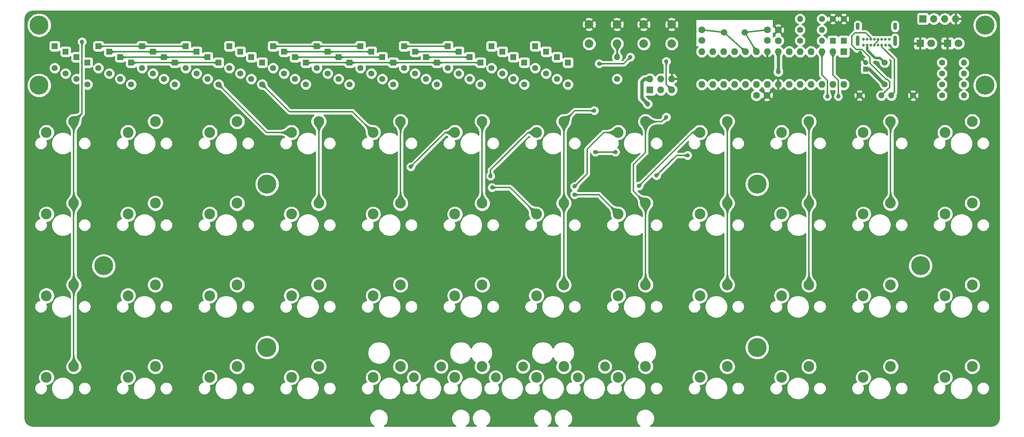
<source format=gtl>
G04 #@! TF.GenerationSoftware,KiCad,Pcbnew,(5.1.2)-1*
G04 #@! TF.CreationDate,2020-06-13T20:10:12-05:00*
G04 #@! TF.ProjectId,plaid,706c6169-642e-46b6-9963-61645f706362,rev?*
G04 #@! TF.SameCoordinates,PX2faf080PY2faf080*
G04 #@! TF.FileFunction,Copper,L1,Top*
G04 #@! TF.FilePolarity,Positive*
%FSLAX46Y46*%
G04 Gerber Fmt 4.6, Leading zero omitted, Abs format (unit mm)*
G04 Created by KiCad (PCBNEW (5.1.2)-1) date 2020-06-13 20:10:12*
%MOMM*%
%LPD*%
G04 APERTURE LIST*
%ADD10C,2.250000*%
%ADD11C,2.500000*%
%ADD12O,1.400000X1.400000*%
%ADD13C,1.400000*%
%ADD14C,0.650000*%
%ADD15O,0.900000X2.400000*%
%ADD16O,0.900000X1.700000*%
%ADD17R,1.400000X1.400000*%
%ADD18C,1.500000*%
%ADD19C,1.200000*%
%ADD20R,1.200000X1.200000*%
%ADD21C,2.000000*%
%ADD22C,1.600000*%
%ADD23O,1.600000X1.600000*%
%ADD24R,1.600000X1.600000*%
%ADD25C,4.400000*%
%ADD26O,1.700000X1.700000*%
%ADD27R,1.700000X1.700000*%
%ADD28R,1.800000X1.800000*%
%ADD29C,1.800000*%
%ADD30C,1.000000*%
%ADD31C,0.300000*%
%ADD32C,0.600000*%
%ADD33C,0.800000*%
%ADD34C,0.250000*%
%ADD35C,0.254000*%
%ADD36C,0.025400*%
G04 APERTURE END LIST*
D10*
X129240000Y-85960000D03*
X135590000Y-83420000D03*
X91140000Y-85960000D03*
X97490000Y-83420000D03*
D11*
X126040000Y-83420000D03*
X119690000Y-85960000D03*
D10*
X116540000Y-83420000D03*
X110190000Y-85960000D03*
D12*
X199885000Y-20370000D03*
D13*
X194805000Y-20370000D03*
D12*
X202210000Y-20370000D03*
D13*
X207290000Y-20370000D03*
D14*
X200015000Y-8620000D03*
X201715000Y-8620000D03*
X200865000Y-8620000D03*
X199165000Y-8620000D03*
X198315000Y-8620000D03*
X197465000Y-8620000D03*
X196615000Y-8620000D03*
X195765000Y-8620000D03*
X201715000Y-7295000D03*
X200860000Y-7295000D03*
X200010000Y-7295000D03*
X199160000Y-7295000D03*
X198310000Y-7295000D03*
X197460000Y-7295000D03*
X196610000Y-7295000D03*
X195760000Y-7295000D03*
D15*
X203065000Y-7640000D03*
X194415000Y-7640000D03*
D16*
X203065000Y-4260000D03*
X194415000Y-4260000D03*
D11*
X202040000Y-26420000D03*
X195690000Y-28960000D03*
X126040000Y-45420000D03*
X119690000Y-47960000D03*
X145040000Y-26420000D03*
X138690000Y-28960000D03*
X164040000Y-26420000D03*
X157690000Y-28960000D03*
X126040000Y-26420000D03*
X119690000Y-28960000D03*
X31040000Y-26420000D03*
X24690000Y-28960000D03*
X69040000Y-83420000D03*
X62690000Y-85960000D03*
X69040000Y-64420000D03*
X62690000Y-66960000D03*
X12040000Y-26420000D03*
X5690000Y-28960000D03*
X50040000Y-26420000D03*
X43690000Y-28960000D03*
X69040000Y-26420000D03*
X62690000Y-28960000D03*
X88040000Y-26420000D03*
X81690000Y-28960000D03*
X107040000Y-26420000D03*
X100690000Y-28960000D03*
X183040000Y-26420000D03*
X176690000Y-28960000D03*
X221040000Y-26420000D03*
X214690000Y-28960000D03*
X12040000Y-45420000D03*
X5690000Y-47960000D03*
X31040000Y-45420000D03*
X24690000Y-47960000D03*
X50040000Y-45420000D03*
X43690000Y-47960000D03*
X69040000Y-45420000D03*
X62690000Y-47960000D03*
X88040000Y-45420000D03*
X81690000Y-47960000D03*
X107040000Y-45420000D03*
X100690000Y-47960000D03*
X145040000Y-45420000D03*
X138690000Y-47960000D03*
X164040000Y-45420000D03*
X157690000Y-47960000D03*
X183040000Y-45420000D03*
X176690000Y-47960000D03*
X202040000Y-45420000D03*
X195690000Y-47960000D03*
X221040000Y-45420000D03*
X214690000Y-47960000D03*
X12040000Y-64420000D03*
X5690000Y-66960000D03*
X31040000Y-64420000D03*
X24690000Y-66960000D03*
X50040000Y-64420000D03*
X43690000Y-66960000D03*
X88040000Y-64420000D03*
X81690000Y-66960000D03*
X107040000Y-64420000D03*
X100690000Y-66960000D03*
X126040000Y-64420000D03*
X119690000Y-66960000D03*
X145040000Y-64420000D03*
X138690000Y-66960000D03*
X164040000Y-64420000D03*
X157690000Y-66960000D03*
X183040000Y-64420000D03*
X176690000Y-66960000D03*
X202040000Y-64420000D03*
X195690000Y-66960000D03*
X221040000Y-64420000D03*
X214690000Y-66960000D03*
X12040000Y-83420000D03*
X5690000Y-85960000D03*
X31040000Y-83420000D03*
X24690000Y-85960000D03*
X50040000Y-83420000D03*
X43690000Y-85960000D03*
X88040000Y-83420000D03*
X81690000Y-85960000D03*
X107040000Y-83420000D03*
X100690000Y-85960000D03*
X145040000Y-83420000D03*
X138690000Y-85960000D03*
X164040000Y-83420000D03*
X157690000Y-85960000D03*
X183040000Y-83420000D03*
X176690000Y-85960000D03*
X202040000Y-83420000D03*
X195690000Y-85960000D03*
X221040000Y-83420000D03*
X214690000Y-85960000D03*
D17*
X101600000Y-10160000D03*
D13*
X101600000Y-15240000D03*
D17*
X188595000Y-7620000D03*
D13*
X188595000Y-2540000D03*
D17*
X191135000Y-7620000D03*
D13*
X191135000Y-2540000D03*
D17*
X15240000Y-12700000D03*
D13*
X15240000Y-17780000D03*
D17*
X25400000Y-12700000D03*
D13*
X25400000Y-17780000D03*
D17*
X35560000Y-12700000D03*
D13*
X35560000Y-17780000D03*
D17*
X45720000Y-12700000D03*
D13*
X45720000Y-17780000D03*
D17*
X55880000Y-12700000D03*
D13*
X55880000Y-17780000D03*
D17*
X66040000Y-12700000D03*
D13*
X66040000Y-17780000D03*
D17*
X76200000Y-12700000D03*
D13*
X76200000Y-17780000D03*
D17*
X86360000Y-12700000D03*
D13*
X86360000Y-17780000D03*
D17*
X96520000Y-12700000D03*
D13*
X96520000Y-17780000D03*
D17*
X106680000Y-12700000D03*
D13*
X106680000Y-17780000D03*
D17*
X116840000Y-12700000D03*
D13*
X116840000Y-17780000D03*
D17*
X127000000Y-12700000D03*
D13*
X127000000Y-17780000D03*
D17*
X12700000Y-11430000D03*
D13*
X12700000Y-16510000D03*
D17*
X22860000Y-11430000D03*
D13*
X22860000Y-16510000D03*
D17*
X33020000Y-11430000D03*
D13*
X33020000Y-16510000D03*
D17*
X43180000Y-11430000D03*
D13*
X43180000Y-16510000D03*
D17*
X53340000Y-11430000D03*
D13*
X53340000Y-16510000D03*
D17*
X63500000Y-11430000D03*
D13*
X63500000Y-16510000D03*
D17*
X73660000Y-11430000D03*
D13*
X73660000Y-16510000D03*
D17*
X83820000Y-11430000D03*
D13*
X83820000Y-16510000D03*
D17*
X93980000Y-11430000D03*
D13*
X93980000Y-16510000D03*
D17*
X104140000Y-11430000D03*
D13*
X104140000Y-16510000D03*
D17*
X114300000Y-11430000D03*
D13*
X114300000Y-16510000D03*
D17*
X124460000Y-11430000D03*
D13*
X124460000Y-16510000D03*
D17*
X10160000Y-10160000D03*
D13*
X10160000Y-15240000D03*
D17*
X20320000Y-10160000D03*
D13*
X20320000Y-15240000D03*
D17*
X30480000Y-10160000D03*
D13*
X30480000Y-15240000D03*
D17*
X40640000Y-10160000D03*
D13*
X40640000Y-15240000D03*
D17*
X50800000Y-10160000D03*
D13*
X50800000Y-15240000D03*
D17*
X60960000Y-10160000D03*
D13*
X60960000Y-15240000D03*
D17*
X71120000Y-10160000D03*
D13*
X71120000Y-15240000D03*
D17*
X81280000Y-10160000D03*
D13*
X81280000Y-15240000D03*
D17*
X91440000Y-10160000D03*
D13*
X91440000Y-15240000D03*
D17*
X111760000Y-10160000D03*
D13*
X111760000Y-15240000D03*
D17*
X121920000Y-10160000D03*
D13*
X121920000Y-15240000D03*
D17*
X7620000Y-8890000D03*
D13*
X7620000Y-13970000D03*
D17*
X17780000Y-8890000D03*
D13*
X17780000Y-13970000D03*
D17*
X27940000Y-8890000D03*
D13*
X27940000Y-13970000D03*
D17*
X38100000Y-8890000D03*
D13*
X38100000Y-13970000D03*
D17*
X48260000Y-8890000D03*
D13*
X48260000Y-13970000D03*
D17*
X58420000Y-8890000D03*
D13*
X58420000Y-13970000D03*
D17*
X68580000Y-8890000D03*
D13*
X68580000Y-13970000D03*
D17*
X78740000Y-8890000D03*
D13*
X78740000Y-13970000D03*
D17*
X88900000Y-8890000D03*
D13*
X88900000Y-13970000D03*
D17*
X99060000Y-8890000D03*
D13*
X99060000Y-13970000D03*
D17*
X109220000Y-8890000D03*
D13*
X109220000Y-13970000D03*
D17*
X119380000Y-8890000D03*
D13*
X119380000Y-13970000D03*
D18*
X163295000Y-5715000D03*
X168175000Y-5715000D03*
D19*
X196215000Y-12700000D03*
D20*
X196215000Y-14200000D03*
D21*
X138430000Y-3810000D03*
X138430000Y-8310000D03*
X131930000Y-3810000D03*
X131930000Y-8310000D03*
X151130000Y-3810000D03*
X151130000Y-8310000D03*
X144630000Y-3810000D03*
X144630000Y-8310000D03*
D22*
X158115000Y-7580000D03*
X158115000Y-5080000D03*
X173355000Y-7580000D03*
X173355000Y-5080000D03*
X173315000Y-20320000D03*
X170815000Y-20320000D03*
X175895000Y-5120000D03*
X175895000Y-7620000D03*
D23*
X151130000Y-16510000D03*
X151130000Y-19050000D03*
X148590000Y-16510000D03*
X148590000Y-19050000D03*
X146050000Y-16510000D03*
D24*
X146050000Y-19050000D03*
D23*
X191135000Y-17780000D03*
X158115000Y-10160000D03*
X188595000Y-17780000D03*
X160655000Y-10160000D03*
X186055000Y-17780000D03*
X163195000Y-10160000D03*
X183515000Y-17780000D03*
X165735000Y-10160000D03*
X180975000Y-17780000D03*
X168275000Y-10160000D03*
X178435000Y-17780000D03*
X170815000Y-10160000D03*
X175895000Y-17780000D03*
X173355000Y-10160000D03*
X173355000Y-17780000D03*
X175895000Y-10160000D03*
X170815000Y-17780000D03*
X178435000Y-10160000D03*
X168275000Y-17780000D03*
X180975000Y-10160000D03*
X165735000Y-17780000D03*
X183515000Y-10160000D03*
X163195000Y-17780000D03*
X186055000Y-10160000D03*
X160655000Y-17780000D03*
X188595000Y-10160000D03*
X158115000Y-17780000D03*
D24*
X191135000Y-10160000D03*
D13*
X200660000Y-17780000D03*
X200660000Y-12680000D03*
X186055000Y-2540000D03*
D12*
X180975000Y-2540000D03*
X186055000Y-7620000D03*
D13*
X180975000Y-7620000D03*
X180975000Y-5080000D03*
D12*
X186055000Y-5080000D03*
D13*
X138430000Y-16510000D03*
D12*
X138430000Y-11430000D03*
D25*
X4000000Y-4000000D03*
X4000000Y-18000000D03*
X224000000Y-4000000D03*
X224000000Y-18000000D03*
X19000000Y-60000000D03*
X57000000Y-41000000D03*
X57000000Y-79000000D03*
X171000000Y-41000000D03*
X171000000Y-79000000D03*
X209000000Y-60000000D03*
D26*
X217170000Y-2540000D03*
X214630000Y-2540000D03*
X212090000Y-2540000D03*
D27*
X209550000Y-2540000D03*
D12*
X219075000Y-17780000D03*
D13*
X213995000Y-17780000D03*
X213995000Y-20320000D03*
D12*
X219075000Y-20320000D03*
D28*
X208915000Y-8255000D03*
D29*
X211455000Y-8255000D03*
X217805000Y-8255000D03*
D28*
X215265000Y-8255000D03*
D12*
X219075000Y-12700000D03*
D13*
X213995000Y-12700000D03*
X213995000Y-15240000D03*
D12*
X219075000Y-15240000D03*
D30*
X143256000Y-22479000D03*
X129286000Y-17907000D03*
X124714000Y-22098000D03*
X120650000Y-20955000D03*
X198755000Y-3683000D03*
X183515000Y-7620000D03*
X172339000Y-13843000D03*
X155829000Y-5080000D03*
X165735000Y-1651000D03*
X161925000Y-1651000D03*
X169672000Y-1651000D03*
X193900000Y-21900000D03*
X147800000Y-27500000D03*
X183700000Y-20600000D03*
X187500000Y-23000000D03*
X2000000Y-10000000D03*
X226000000Y-10000000D03*
X226000000Y-22000000D03*
X2000000Y-22000000D03*
X2000000Y-60000000D03*
X2000000Y-41000000D03*
X2000000Y-79000000D03*
X2000000Y-96000000D03*
X19000000Y-96000000D03*
X38000000Y-96000000D03*
X57000000Y-96000000D03*
X76000000Y-96000000D03*
X95000000Y-96000000D03*
X114000000Y-96000000D03*
X133000000Y-96000000D03*
X152000000Y-96000000D03*
X171000000Y-96000000D03*
X190000000Y-96000000D03*
X209000000Y-96000000D03*
X226000000Y-96000000D03*
X226000000Y-79000000D03*
X226000000Y-60000000D03*
X226000000Y-41000000D03*
X90424000Y-40005000D03*
X95250000Y-63373000D03*
X103886000Y-83947000D03*
X191135000Y-12954000D03*
X184785000Y-13335000D03*
X177927000Y-13335000D03*
X160655000Y-15621000D03*
X195199000Y-16510000D03*
X198501000Y-12700000D03*
X204978000Y-2286000D03*
X77089000Y-36830000D03*
X64516000Y-26289000D03*
X59690000Y-25400000D03*
X56007000Y-22098000D03*
X49530000Y-18288000D03*
X69850000Y-21209000D03*
X98806000Y-25781000D03*
X173355000Y-1651000D03*
X158115000Y-1651000D03*
X155829000Y-1651000D03*
X29210000Y-18923000D03*
X41021000Y-22860000D03*
X90297000Y-28702000D03*
X79629000Y-22225000D03*
X109347000Y-28575000D03*
X26416000Y-38735000D03*
X43434000Y-38862000D03*
X57277000Y-36957000D03*
X72771000Y-42164000D03*
X82423000Y-41529000D03*
X120650000Y-44958000D03*
X132461000Y-45085000D03*
X138303000Y-44196000D03*
X171323000Y-49657000D03*
X170561000Y-53594000D03*
X185674000Y-45212000D03*
X175133000Y-41148000D03*
X211074000Y-47498000D03*
X189738000Y-34925000D03*
X193675000Y-12700000D03*
X194940000Y-10420000D03*
X123068080Y-84038440D03*
X113731040Y-75793600D03*
X212183980Y-55194200D03*
X90424000Y-36957000D03*
X108966000Y-39116000D03*
X128524000Y-41529000D03*
X143510000Y-41402000D03*
X147574000Y-38989000D03*
X154813000Y-34290000D03*
X138049000Y-33528000D03*
X133350000Y-33528000D03*
X109347000Y-41783000D03*
X128524000Y-43434000D03*
X149860000Y-12446000D03*
X13970000Y-7874000D03*
X133096000Y-23876000D03*
X149860000Y-25400000D03*
X187325000Y-20574000D03*
X189865000Y-20574000D03*
D19*
X175895000Y-14859000D03*
X145542000Y-22352000D03*
D30*
X134239000Y-12954000D03*
X141510000Y-11430000D03*
D31*
X200015000Y-9079619D02*
X200015000Y-8620000D01*
X202909999Y-11974619D02*
X200015000Y-9079619D01*
X202909999Y-19670001D02*
X202909999Y-11974619D01*
X202210000Y-20370000D02*
X202909999Y-19670001D01*
X201250001Y-16629999D02*
X201810001Y-17189999D01*
X201024997Y-16629999D02*
X201250001Y-16629999D01*
X201810001Y-18444999D02*
X199885000Y-20370000D01*
X197265001Y-11535001D02*
X197265001Y-12870003D01*
X195420000Y-9690000D02*
X197265001Y-11535001D01*
X201810001Y-17189999D02*
X201810001Y-18444999D01*
X194020000Y-9690000D02*
X195420000Y-9690000D01*
X197460000Y-6997998D02*
X196262002Y-5800000D01*
X196262002Y-5800000D02*
X193760000Y-5800000D01*
X197265001Y-12870003D02*
X201024997Y-16629999D01*
X193760000Y-5800000D02*
X192990000Y-6570000D01*
X197460000Y-7295000D02*
X197460000Y-6997998D01*
X192990000Y-6570000D02*
X192990000Y-8660000D01*
X192990000Y-8660000D02*
X194020000Y-9690000D01*
X163295000Y-5715000D02*
X168275000Y-10160000D01*
X158115000Y-5080000D02*
X163295000Y-5715000D01*
D32*
X173355000Y-7580000D02*
X173435000Y-7580000D01*
D31*
X25400000Y-12700000D02*
X35560000Y-12700000D01*
X35560000Y-12700000D02*
X45720000Y-12700000D01*
X66040000Y-12700000D02*
X76200000Y-12700000D01*
X76200000Y-12700000D02*
X86360000Y-12700000D01*
X96520000Y-12700000D02*
X106680000Y-12700000D01*
X96520000Y-12700000D02*
X86360000Y-12700000D01*
X56900000Y-28960000D02*
X62690000Y-28960000D01*
X45720000Y-17780000D02*
X56900000Y-28960000D01*
X76860000Y-24130000D02*
X81690000Y-28960000D01*
X55880000Y-17780000D02*
X62230000Y-24130000D01*
X62230000Y-24130000D02*
X76860000Y-24130000D01*
X98421000Y-28960000D02*
X100690000Y-28960000D01*
X90424000Y-36957000D02*
X98421000Y-28960000D01*
X117725000Y-28960000D02*
X119690000Y-28960000D01*
X108966000Y-39116000D02*
X108966000Y-37719000D01*
X108966000Y-37719000D02*
X117725000Y-28960000D01*
X135378000Y-28960000D02*
X138690000Y-28960000D01*
X131445000Y-32893000D02*
X135378000Y-28960000D01*
X128524000Y-41529000D02*
X131445000Y-38608000D01*
X131445000Y-38608000D02*
X131445000Y-32893000D01*
X155952000Y-28960000D02*
X157690000Y-28960000D01*
X143510000Y-41402000D02*
X155952000Y-28960000D01*
X152273000Y-34290000D02*
X147574000Y-38989000D01*
X154813000Y-34290000D02*
X152273000Y-34290000D01*
X133350000Y-33528000D02*
X138049000Y-33528000D01*
X63500000Y-11430000D02*
X73660000Y-11430000D01*
X73660000Y-11430000D02*
X83820000Y-11430000D01*
X93980000Y-11430000D02*
X104140000Y-11430000D01*
X43180000Y-11430000D02*
X33020000Y-11430000D01*
X33020000Y-11430000D02*
X22860000Y-11430000D01*
X113513000Y-41783000D02*
X119690000Y-47960000D01*
X109347000Y-41783000D02*
X113513000Y-41783000D01*
X134164000Y-43434000D02*
X138690000Y-47960000D01*
X128524000Y-43434000D02*
X134164000Y-43434000D01*
X20320000Y-10160000D02*
X30480000Y-10160000D01*
X30480000Y-10160000D02*
X40640000Y-10160000D01*
X101600000Y-10160000D02*
X91440000Y-10160000D01*
X81280000Y-10160000D02*
X71120000Y-10160000D01*
X71120000Y-10160000D02*
X60960000Y-10160000D01*
X138430000Y-8310000D02*
X138430000Y-11430000D01*
X149860000Y-12446000D02*
X149860000Y-17780000D01*
X149860000Y-17780000D02*
X151130000Y-19050000D01*
X13970000Y-7874000D02*
X13970000Y-24490000D01*
X13970000Y-24490000D02*
X12040000Y-26420000D01*
X12040000Y-83420000D02*
X12040000Y-64420000D01*
X12040000Y-64420000D02*
X12040000Y-45420000D01*
X12040000Y-45420000D02*
X12040000Y-26420000D01*
X69040000Y-26420000D02*
X69040000Y-45420000D01*
X88040000Y-26420000D02*
X88040000Y-45420000D01*
X107040000Y-45420000D02*
X107040000Y-26420000D01*
X126040000Y-26420000D02*
X126040000Y-45420000D01*
X126040000Y-45420000D02*
X126040000Y-64420000D01*
X128584000Y-23876000D02*
X126040000Y-26420000D01*
X133096000Y-23876000D02*
X128584000Y-23876000D01*
X145040000Y-45420000D02*
X145040000Y-64420000D01*
X145040000Y-26420000D02*
X145040000Y-33649000D01*
X145040000Y-33649000D02*
X142240000Y-36449000D01*
X142240000Y-42620000D02*
X145040000Y-45420000D01*
X142240000Y-36449000D02*
X142240000Y-42620000D01*
X148840000Y-26420000D02*
X149860000Y-25400000D01*
X145040000Y-26420000D02*
X148840000Y-26420000D01*
X164040000Y-26420000D02*
X164040000Y-45420000D01*
X164040000Y-45420000D02*
X164040000Y-64420000D01*
X183040000Y-26420000D02*
X183040000Y-45420000D01*
X183040000Y-45420000D02*
X183040000Y-64420000D01*
X202040000Y-26420000D02*
X202040000Y-45420000D01*
X186055000Y-15621000D02*
X186055000Y-10160000D01*
X187325000Y-20574000D02*
X187325000Y-16891000D01*
X187325000Y-16891000D02*
X186055000Y-15621000D01*
X188595000Y-15621000D02*
X188595000Y-10160000D01*
X189865000Y-20574000D02*
X189865000Y-16891000D01*
X189865000Y-16891000D02*
X188595000Y-15621000D01*
X168175000Y-5715000D02*
X170815000Y-10160000D01*
X173355000Y-5080000D02*
X168175000Y-5715000D01*
D33*
X175895000Y-10160000D02*
X175895000Y-14859000D01*
X144145000Y-20955000D02*
X144145000Y-17145000D01*
X145542000Y-22352000D02*
X144145000Y-20955000D01*
X144145000Y-17145000D02*
X144780000Y-16510000D01*
X144780000Y-16510000D02*
X146050000Y-16510000D01*
X197080000Y-14200000D02*
X200660000Y-17780000D01*
X196215000Y-14200000D02*
X197080000Y-14200000D01*
D34*
X196615000Y-8620000D02*
X196615000Y-9079619D01*
D32*
X198409999Y-11599999D02*
X196610000Y-9800000D01*
X199579999Y-11599999D02*
X198409999Y-11599999D01*
X200660000Y-12680000D02*
X199579999Y-11599999D01*
X196610000Y-9084619D02*
X196615000Y-9079619D01*
X196610000Y-9800000D02*
X196610000Y-9084619D01*
D34*
X198315000Y-8359998D02*
X198315000Y-8620000D01*
X199160000Y-7295000D02*
X199160000Y-7514998D01*
X199160000Y-7514998D02*
X198315000Y-8359998D01*
D31*
X99060000Y-8890000D02*
X88900000Y-8890000D01*
X78740000Y-8890000D02*
X68580000Y-8890000D01*
X68580000Y-8890000D02*
X58420000Y-8890000D01*
X38100000Y-8890000D02*
X27940000Y-8890000D01*
X27940000Y-8890000D02*
X17780000Y-8890000D01*
X139986000Y-12954000D02*
X139827000Y-12954000D01*
X141510000Y-11430000D02*
X139986000Y-12954000D01*
X139827000Y-12954000D02*
X134239000Y-12954000D01*
D35*
G36*
X225847018Y-747430D02*
G01*
X226180819Y-848211D01*
X226488687Y-1011907D01*
X226758896Y-1232284D01*
X226981157Y-1500952D01*
X227146995Y-1807663D01*
X227250104Y-2140753D01*
X227290000Y-2520341D01*
X227290001Y-95465270D01*
X227252571Y-95847016D01*
X227151789Y-96180818D01*
X226988093Y-96488687D01*
X226767716Y-96758897D01*
X226499052Y-96981154D01*
X226192337Y-97146995D01*
X225859246Y-97250104D01*
X225479659Y-97290000D01*
X146140973Y-97290000D01*
X146332532Y-97162004D01*
X146633254Y-96861282D01*
X146869531Y-96507670D01*
X147032280Y-96114757D01*
X147115250Y-95697643D01*
X147115250Y-95272357D01*
X147032280Y-94855243D01*
X146869531Y-94462330D01*
X146633254Y-94108718D01*
X146332532Y-93807996D01*
X145978920Y-93571719D01*
X145586007Y-93408970D01*
X145168893Y-93326000D01*
X144743607Y-93326000D01*
X144326493Y-93408970D01*
X143933580Y-93571719D01*
X143579968Y-93807996D01*
X143279246Y-94108718D01*
X143042969Y-94462330D01*
X142880220Y-94855243D01*
X142797250Y-95272357D01*
X142797250Y-95697643D01*
X142880220Y-96114757D01*
X143042969Y-96507670D01*
X143279246Y-96861282D01*
X143579968Y-97162004D01*
X143771527Y-97290000D01*
X127090973Y-97290000D01*
X127282532Y-97162004D01*
X127583254Y-96861282D01*
X127819531Y-96507670D01*
X127982280Y-96114757D01*
X128065250Y-95697643D01*
X128065250Y-95272357D01*
X127982280Y-94855243D01*
X127819531Y-94462330D01*
X127583254Y-94108718D01*
X127282532Y-93807996D01*
X126928920Y-93571719D01*
X126536007Y-93408970D01*
X126118893Y-93326000D01*
X125693607Y-93326000D01*
X125276493Y-93408970D01*
X124883580Y-93571719D01*
X124529968Y-93807996D01*
X124229246Y-94108718D01*
X123992969Y-94462330D01*
X123830220Y-94855243D01*
X123747250Y-95272357D01*
X123747250Y-95697643D01*
X123830220Y-96114757D01*
X123992969Y-96507670D01*
X124229246Y-96861282D01*
X124529968Y-97162004D01*
X124721527Y-97290000D01*
X122328473Y-97290000D01*
X122520032Y-97162004D01*
X122820754Y-96861282D01*
X123057031Y-96507670D01*
X123219780Y-96114757D01*
X123302750Y-95697643D01*
X123302750Y-95272357D01*
X123219780Y-94855243D01*
X123057031Y-94462330D01*
X122820754Y-94108718D01*
X122520032Y-93807996D01*
X122166420Y-93571719D01*
X121773507Y-93408970D01*
X121356393Y-93326000D01*
X120931107Y-93326000D01*
X120513993Y-93408970D01*
X120121080Y-93571719D01*
X119767468Y-93807996D01*
X119466746Y-94108718D01*
X119230469Y-94462330D01*
X119067720Y-94855243D01*
X118984750Y-95272357D01*
X118984750Y-95697643D01*
X119067720Y-96114757D01*
X119230469Y-96507670D01*
X119466746Y-96861282D01*
X119767468Y-97162004D01*
X119959027Y-97290000D01*
X108040973Y-97290000D01*
X108232532Y-97162004D01*
X108533254Y-96861282D01*
X108769531Y-96507670D01*
X108932280Y-96114757D01*
X109015250Y-95697643D01*
X109015250Y-95272357D01*
X108932280Y-94855243D01*
X108769531Y-94462330D01*
X108533254Y-94108718D01*
X108232532Y-93807996D01*
X107878920Y-93571719D01*
X107486007Y-93408970D01*
X107068893Y-93326000D01*
X106643607Y-93326000D01*
X106226493Y-93408970D01*
X105833580Y-93571719D01*
X105479968Y-93807996D01*
X105179246Y-94108718D01*
X104942969Y-94462330D01*
X104780220Y-94855243D01*
X104697250Y-95272357D01*
X104697250Y-95697643D01*
X104780220Y-96114757D01*
X104942969Y-96507670D01*
X105179246Y-96861282D01*
X105479968Y-97162004D01*
X105671527Y-97290000D01*
X103278473Y-97290000D01*
X103470032Y-97162004D01*
X103770754Y-96861282D01*
X104007031Y-96507670D01*
X104169780Y-96114757D01*
X104252750Y-95697643D01*
X104252750Y-95272357D01*
X104169780Y-94855243D01*
X104007031Y-94462330D01*
X103770754Y-94108718D01*
X103470032Y-93807996D01*
X103116420Y-93571719D01*
X102723507Y-93408970D01*
X102306393Y-93326000D01*
X101881107Y-93326000D01*
X101463993Y-93408970D01*
X101071080Y-93571719D01*
X100717468Y-93807996D01*
X100416746Y-94108718D01*
X100180469Y-94462330D01*
X100017720Y-94855243D01*
X99934750Y-95272357D01*
X99934750Y-95697643D01*
X100017720Y-96114757D01*
X100180469Y-96507670D01*
X100416746Y-96861282D01*
X100717468Y-97162004D01*
X100909027Y-97290000D01*
X84228473Y-97290000D01*
X84420032Y-97162004D01*
X84720754Y-96861282D01*
X84957031Y-96507670D01*
X85119780Y-96114757D01*
X85202750Y-95697643D01*
X85202750Y-95272357D01*
X85119780Y-94855243D01*
X84957031Y-94462330D01*
X84720754Y-94108718D01*
X84420032Y-93807996D01*
X84066420Y-93571719D01*
X83673507Y-93408970D01*
X83256393Y-93326000D01*
X82831107Y-93326000D01*
X82413993Y-93408970D01*
X82021080Y-93571719D01*
X81667468Y-93807996D01*
X81366746Y-94108718D01*
X81130469Y-94462330D01*
X80967720Y-94855243D01*
X80884750Y-95272357D01*
X80884750Y-95697643D01*
X80967720Y-96114757D01*
X81130469Y-96507670D01*
X81366746Y-96861282D01*
X81667468Y-97162004D01*
X81859027Y-97290000D01*
X2534720Y-97290000D01*
X2152984Y-97252571D01*
X1819182Y-97151789D01*
X1511313Y-96988093D01*
X1241103Y-96767716D01*
X1018846Y-96499052D01*
X853005Y-96192337D01*
X749896Y-95859246D01*
X710000Y-95479659D01*
X710000Y-88353740D01*
X2935000Y-88353740D01*
X2935000Y-88646260D01*
X2992068Y-88933158D01*
X3104010Y-89203411D01*
X3266525Y-89446632D01*
X3473368Y-89653475D01*
X3716589Y-89815990D01*
X3986842Y-89927932D01*
X4273740Y-89985000D01*
X4566260Y-89985000D01*
X4853158Y-89927932D01*
X5123411Y-89815990D01*
X5366632Y-89653475D01*
X5573475Y-89446632D01*
X5735990Y-89203411D01*
X5847932Y-88933158D01*
X5905000Y-88646260D01*
X5905000Y-88353740D01*
X5882471Y-88240475D01*
X6865000Y-88240475D01*
X6865000Y-88759525D01*
X6966261Y-89268601D01*
X7164893Y-89748141D01*
X7453262Y-90179715D01*
X7820285Y-90546738D01*
X8251859Y-90835107D01*
X8731399Y-91033739D01*
X9240475Y-91135000D01*
X9759525Y-91135000D01*
X10268601Y-91033739D01*
X10748141Y-90835107D01*
X11179715Y-90546738D01*
X11546738Y-90179715D01*
X11835107Y-89748141D01*
X12033739Y-89268601D01*
X12135000Y-88759525D01*
X12135000Y-88353740D01*
X13095000Y-88353740D01*
X13095000Y-88646260D01*
X13152068Y-88933158D01*
X13264010Y-89203411D01*
X13426525Y-89446632D01*
X13633368Y-89653475D01*
X13876589Y-89815990D01*
X14146842Y-89927932D01*
X14433740Y-89985000D01*
X14726260Y-89985000D01*
X15013158Y-89927932D01*
X15283411Y-89815990D01*
X15526632Y-89653475D01*
X15733475Y-89446632D01*
X15895990Y-89203411D01*
X16007932Y-88933158D01*
X16065000Y-88646260D01*
X16065000Y-88353740D01*
X21935000Y-88353740D01*
X21935000Y-88646260D01*
X21992068Y-88933158D01*
X22104010Y-89203411D01*
X22266525Y-89446632D01*
X22473368Y-89653475D01*
X22716589Y-89815990D01*
X22986842Y-89927932D01*
X23273740Y-89985000D01*
X23566260Y-89985000D01*
X23853158Y-89927932D01*
X24123411Y-89815990D01*
X24366632Y-89653475D01*
X24573475Y-89446632D01*
X24735990Y-89203411D01*
X24847932Y-88933158D01*
X24905000Y-88646260D01*
X24905000Y-88353740D01*
X24882471Y-88240475D01*
X25865000Y-88240475D01*
X25865000Y-88759525D01*
X25966261Y-89268601D01*
X26164893Y-89748141D01*
X26453262Y-90179715D01*
X26820285Y-90546738D01*
X27251859Y-90835107D01*
X27731399Y-91033739D01*
X28240475Y-91135000D01*
X28759525Y-91135000D01*
X29268601Y-91033739D01*
X29748141Y-90835107D01*
X30179715Y-90546738D01*
X30546738Y-90179715D01*
X30835107Y-89748141D01*
X31033739Y-89268601D01*
X31135000Y-88759525D01*
X31135000Y-88353740D01*
X32095000Y-88353740D01*
X32095000Y-88646260D01*
X32152068Y-88933158D01*
X32264010Y-89203411D01*
X32426525Y-89446632D01*
X32633368Y-89653475D01*
X32876589Y-89815990D01*
X33146842Y-89927932D01*
X33433740Y-89985000D01*
X33726260Y-89985000D01*
X34013158Y-89927932D01*
X34283411Y-89815990D01*
X34526632Y-89653475D01*
X34733475Y-89446632D01*
X34895990Y-89203411D01*
X35007932Y-88933158D01*
X35065000Y-88646260D01*
X35065000Y-88353740D01*
X40935000Y-88353740D01*
X40935000Y-88646260D01*
X40992068Y-88933158D01*
X41104010Y-89203411D01*
X41266525Y-89446632D01*
X41473368Y-89653475D01*
X41716589Y-89815990D01*
X41986842Y-89927932D01*
X42273740Y-89985000D01*
X42566260Y-89985000D01*
X42853158Y-89927932D01*
X43123411Y-89815990D01*
X43366632Y-89653475D01*
X43573475Y-89446632D01*
X43735990Y-89203411D01*
X43847932Y-88933158D01*
X43905000Y-88646260D01*
X43905000Y-88353740D01*
X43882471Y-88240475D01*
X44865000Y-88240475D01*
X44865000Y-88759525D01*
X44966261Y-89268601D01*
X45164893Y-89748141D01*
X45453262Y-90179715D01*
X45820285Y-90546738D01*
X46251859Y-90835107D01*
X46731399Y-91033739D01*
X47240475Y-91135000D01*
X47759525Y-91135000D01*
X48268601Y-91033739D01*
X48748141Y-90835107D01*
X49179715Y-90546738D01*
X49546738Y-90179715D01*
X49835107Y-89748141D01*
X50033739Y-89268601D01*
X50135000Y-88759525D01*
X50135000Y-88353740D01*
X51095000Y-88353740D01*
X51095000Y-88646260D01*
X51152068Y-88933158D01*
X51264010Y-89203411D01*
X51426525Y-89446632D01*
X51633368Y-89653475D01*
X51876589Y-89815990D01*
X52146842Y-89927932D01*
X52433740Y-89985000D01*
X52726260Y-89985000D01*
X53013158Y-89927932D01*
X53283411Y-89815990D01*
X53526632Y-89653475D01*
X53733475Y-89446632D01*
X53895990Y-89203411D01*
X54007932Y-88933158D01*
X54065000Y-88646260D01*
X54065000Y-88353740D01*
X59935000Y-88353740D01*
X59935000Y-88646260D01*
X59992068Y-88933158D01*
X60104010Y-89203411D01*
X60266525Y-89446632D01*
X60473368Y-89653475D01*
X60716589Y-89815990D01*
X60986842Y-89927932D01*
X61273740Y-89985000D01*
X61566260Y-89985000D01*
X61853158Y-89927932D01*
X62123411Y-89815990D01*
X62366632Y-89653475D01*
X62573475Y-89446632D01*
X62735990Y-89203411D01*
X62847932Y-88933158D01*
X62905000Y-88646260D01*
X62905000Y-88353740D01*
X62882471Y-88240475D01*
X63865000Y-88240475D01*
X63865000Y-88759525D01*
X63966261Y-89268601D01*
X64164893Y-89748141D01*
X64453262Y-90179715D01*
X64820285Y-90546738D01*
X65251859Y-90835107D01*
X65731399Y-91033739D01*
X66240475Y-91135000D01*
X66759525Y-91135000D01*
X67268601Y-91033739D01*
X67748141Y-90835107D01*
X68179715Y-90546738D01*
X68546738Y-90179715D01*
X68835107Y-89748141D01*
X69033739Y-89268601D01*
X69135000Y-88759525D01*
X69135000Y-88353740D01*
X70095000Y-88353740D01*
X70095000Y-88646260D01*
X70152068Y-88933158D01*
X70264010Y-89203411D01*
X70426525Y-89446632D01*
X70633368Y-89653475D01*
X70876589Y-89815990D01*
X71146842Y-89927932D01*
X71433740Y-89985000D01*
X71726260Y-89985000D01*
X72013158Y-89927932D01*
X72283411Y-89815990D01*
X72526632Y-89653475D01*
X72733475Y-89446632D01*
X72895990Y-89203411D01*
X73007932Y-88933158D01*
X73065000Y-88646260D01*
X73065000Y-88353740D01*
X78935000Y-88353740D01*
X78935000Y-88646260D01*
X78992068Y-88933158D01*
X79104010Y-89203411D01*
X79266525Y-89446632D01*
X79473368Y-89653475D01*
X79716589Y-89815990D01*
X79986842Y-89927932D01*
X80273740Y-89985000D01*
X80566260Y-89985000D01*
X80853158Y-89927932D01*
X81123411Y-89815990D01*
X81366632Y-89653475D01*
X81573475Y-89446632D01*
X81735990Y-89203411D01*
X81847932Y-88933158D01*
X81905000Y-88646260D01*
X81905000Y-88353740D01*
X81882471Y-88240475D01*
X82865000Y-88240475D01*
X82865000Y-88759525D01*
X82966261Y-89268601D01*
X83164893Y-89748141D01*
X83453262Y-90179715D01*
X83820285Y-90546738D01*
X84251859Y-90835107D01*
X84731399Y-91033739D01*
X85240475Y-91135000D01*
X85759525Y-91135000D01*
X86268601Y-91033739D01*
X86748141Y-90835107D01*
X87179715Y-90546738D01*
X87546738Y-90179715D01*
X87835107Y-89748141D01*
X88033739Y-89268601D01*
X88135000Y-88759525D01*
X88135000Y-88351278D01*
X88360000Y-88351278D01*
X88360000Y-88648722D01*
X88418029Y-88940451D01*
X88531856Y-89215253D01*
X88697107Y-89462569D01*
X88907431Y-89672893D01*
X89154747Y-89838144D01*
X89429549Y-89951971D01*
X89721278Y-90010000D01*
X90018722Y-90010000D01*
X90289072Y-89956224D01*
X90433740Y-89985000D01*
X90726260Y-89985000D01*
X91013158Y-89927932D01*
X91283411Y-89815990D01*
X91526632Y-89653475D01*
X91733475Y-89446632D01*
X91895990Y-89203411D01*
X92007932Y-88933158D01*
X92065000Y-88646260D01*
X92065000Y-88353740D01*
X92042590Y-88241076D01*
X92321100Y-88241076D01*
X92321100Y-88758924D01*
X92422127Y-89266822D01*
X92620299Y-89745251D01*
X92908000Y-90175826D01*
X93274174Y-90542000D01*
X93704749Y-90829701D01*
X94183178Y-91027873D01*
X94691076Y-91128900D01*
X95208924Y-91128900D01*
X95716822Y-91027873D01*
X96195251Y-90829701D01*
X96625826Y-90542000D01*
X96992000Y-90175826D01*
X97279701Y-89745251D01*
X97477873Y-89266822D01*
X97578900Y-88758924D01*
X97578900Y-88353740D01*
X97935000Y-88353740D01*
X97935000Y-88646260D01*
X97992068Y-88933158D01*
X98104010Y-89203411D01*
X98266525Y-89446632D01*
X98473368Y-89653475D01*
X98716589Y-89815990D01*
X98986842Y-89927932D01*
X99273740Y-89985000D01*
X99566260Y-89985000D01*
X99660928Y-89966169D01*
X99881278Y-90010000D01*
X100178722Y-90010000D01*
X100470451Y-89951971D01*
X100745253Y-89838144D01*
X100992569Y-89672893D01*
X101202893Y-89462569D01*
X101368144Y-89215253D01*
X101481971Y-88940451D01*
X101540000Y-88648722D01*
X101540000Y-88351278D01*
X101517960Y-88240475D01*
X101865000Y-88240475D01*
X101865000Y-88759525D01*
X101966261Y-89268601D01*
X102164893Y-89748141D01*
X102453262Y-90179715D01*
X102820285Y-90546738D01*
X103251859Y-90835107D01*
X103731399Y-91033739D01*
X104240475Y-91135000D01*
X104759525Y-91135000D01*
X105268601Y-91033739D01*
X105748141Y-90835107D01*
X106179715Y-90546738D01*
X106546738Y-90179715D01*
X106835107Y-89748141D01*
X107033739Y-89268601D01*
X107135000Y-88759525D01*
X107135000Y-88351278D01*
X107410000Y-88351278D01*
X107410000Y-88648722D01*
X107468029Y-88940451D01*
X107581856Y-89215253D01*
X107747107Y-89462569D01*
X107957431Y-89672893D01*
X108204747Y-89838144D01*
X108479549Y-89951971D01*
X108771278Y-90010000D01*
X109068722Y-90010000D01*
X109314072Y-89961196D01*
X109433740Y-89985000D01*
X109726260Y-89985000D01*
X110013158Y-89927932D01*
X110283411Y-89815990D01*
X110526632Y-89653475D01*
X110733475Y-89446632D01*
X110895990Y-89203411D01*
X111007932Y-88933158D01*
X111065000Y-88646260D01*
X111065000Y-88353740D01*
X111042590Y-88241076D01*
X111371100Y-88241076D01*
X111371100Y-88758924D01*
X111472127Y-89266822D01*
X111670299Y-89745251D01*
X111958000Y-90175826D01*
X112324174Y-90542000D01*
X112754749Y-90829701D01*
X113233178Y-91027873D01*
X113741076Y-91128900D01*
X114258924Y-91128900D01*
X114766822Y-91027873D01*
X115245251Y-90829701D01*
X115675826Y-90542000D01*
X116042000Y-90175826D01*
X116329701Y-89745251D01*
X116527873Y-89266822D01*
X116628900Y-88758924D01*
X116628900Y-88353740D01*
X116935000Y-88353740D01*
X116935000Y-88646260D01*
X116992068Y-88933158D01*
X117104010Y-89203411D01*
X117266525Y-89446632D01*
X117473368Y-89653475D01*
X117716589Y-89815990D01*
X117986842Y-89927932D01*
X118273740Y-89985000D01*
X118566260Y-89985000D01*
X118685928Y-89961196D01*
X118931278Y-90010000D01*
X119228722Y-90010000D01*
X119520451Y-89951971D01*
X119795253Y-89838144D01*
X120042569Y-89672893D01*
X120252893Y-89462569D01*
X120418144Y-89215253D01*
X120531971Y-88940451D01*
X120590000Y-88648722D01*
X120590000Y-88351278D01*
X120567960Y-88240475D01*
X120865000Y-88240475D01*
X120865000Y-88759525D01*
X120966261Y-89268601D01*
X121164893Y-89748141D01*
X121453262Y-90179715D01*
X121820285Y-90546738D01*
X122251859Y-90835107D01*
X122731399Y-91033739D01*
X123240475Y-91135000D01*
X123759525Y-91135000D01*
X124268601Y-91033739D01*
X124748141Y-90835107D01*
X125179715Y-90546738D01*
X125546738Y-90179715D01*
X125835107Y-89748141D01*
X126033739Y-89268601D01*
X126135000Y-88759525D01*
X126135000Y-88351278D01*
X126460000Y-88351278D01*
X126460000Y-88648722D01*
X126518029Y-88940451D01*
X126631856Y-89215253D01*
X126797107Y-89462569D01*
X127007431Y-89672893D01*
X127254747Y-89838144D01*
X127529549Y-89951971D01*
X127821278Y-90010000D01*
X128118722Y-90010000D01*
X128339072Y-89966169D01*
X128433740Y-89985000D01*
X128726260Y-89985000D01*
X129013158Y-89927932D01*
X129283411Y-89815990D01*
X129526632Y-89653475D01*
X129733475Y-89446632D01*
X129895990Y-89203411D01*
X130007932Y-88933158D01*
X130065000Y-88646260D01*
X130065000Y-88353740D01*
X130042590Y-88241076D01*
X130421100Y-88241076D01*
X130421100Y-88758924D01*
X130522127Y-89266822D01*
X130720299Y-89745251D01*
X131008000Y-90175826D01*
X131374174Y-90542000D01*
X131804749Y-90829701D01*
X132283178Y-91027873D01*
X132791076Y-91128900D01*
X133308924Y-91128900D01*
X133816822Y-91027873D01*
X134295251Y-90829701D01*
X134725826Y-90542000D01*
X135092000Y-90175826D01*
X135379701Y-89745251D01*
X135577873Y-89266822D01*
X135678900Y-88758924D01*
X135678900Y-88353740D01*
X135935000Y-88353740D01*
X135935000Y-88646260D01*
X135992068Y-88933158D01*
X136104010Y-89203411D01*
X136266525Y-89446632D01*
X136473368Y-89653475D01*
X136716589Y-89815990D01*
X136986842Y-89927932D01*
X137273740Y-89985000D01*
X137566260Y-89985000D01*
X137710928Y-89956224D01*
X137981278Y-90010000D01*
X138278722Y-90010000D01*
X138570451Y-89951971D01*
X138845253Y-89838144D01*
X139092569Y-89672893D01*
X139302893Y-89462569D01*
X139468144Y-89215253D01*
X139581971Y-88940451D01*
X139640000Y-88648722D01*
X139640000Y-88351278D01*
X139617960Y-88240475D01*
X139865000Y-88240475D01*
X139865000Y-88759525D01*
X139966261Y-89268601D01*
X140164893Y-89748141D01*
X140453262Y-90179715D01*
X140820285Y-90546738D01*
X141251859Y-90835107D01*
X141731399Y-91033739D01*
X142240475Y-91135000D01*
X142759525Y-91135000D01*
X143268601Y-91033739D01*
X143748141Y-90835107D01*
X144179715Y-90546738D01*
X144546738Y-90179715D01*
X144835107Y-89748141D01*
X145033739Y-89268601D01*
X145135000Y-88759525D01*
X145135000Y-88353740D01*
X146095000Y-88353740D01*
X146095000Y-88646260D01*
X146152068Y-88933158D01*
X146264010Y-89203411D01*
X146426525Y-89446632D01*
X146633368Y-89653475D01*
X146876589Y-89815990D01*
X147146842Y-89927932D01*
X147433740Y-89985000D01*
X147726260Y-89985000D01*
X148013158Y-89927932D01*
X148283411Y-89815990D01*
X148526632Y-89653475D01*
X148733475Y-89446632D01*
X148895990Y-89203411D01*
X149007932Y-88933158D01*
X149065000Y-88646260D01*
X149065000Y-88353740D01*
X154935000Y-88353740D01*
X154935000Y-88646260D01*
X154992068Y-88933158D01*
X155104010Y-89203411D01*
X155266525Y-89446632D01*
X155473368Y-89653475D01*
X155716589Y-89815990D01*
X155986842Y-89927932D01*
X156273740Y-89985000D01*
X156566260Y-89985000D01*
X156853158Y-89927932D01*
X157123411Y-89815990D01*
X157366632Y-89653475D01*
X157573475Y-89446632D01*
X157735990Y-89203411D01*
X157847932Y-88933158D01*
X157905000Y-88646260D01*
X157905000Y-88353740D01*
X157882471Y-88240475D01*
X158865000Y-88240475D01*
X158865000Y-88759525D01*
X158966261Y-89268601D01*
X159164893Y-89748141D01*
X159453262Y-90179715D01*
X159820285Y-90546738D01*
X160251859Y-90835107D01*
X160731399Y-91033739D01*
X161240475Y-91135000D01*
X161759525Y-91135000D01*
X162268601Y-91033739D01*
X162748141Y-90835107D01*
X163179715Y-90546738D01*
X163546738Y-90179715D01*
X163835107Y-89748141D01*
X164033739Y-89268601D01*
X164135000Y-88759525D01*
X164135000Y-88353740D01*
X165095000Y-88353740D01*
X165095000Y-88646260D01*
X165152068Y-88933158D01*
X165264010Y-89203411D01*
X165426525Y-89446632D01*
X165633368Y-89653475D01*
X165876589Y-89815990D01*
X166146842Y-89927932D01*
X166433740Y-89985000D01*
X166726260Y-89985000D01*
X167013158Y-89927932D01*
X167283411Y-89815990D01*
X167526632Y-89653475D01*
X167733475Y-89446632D01*
X167895990Y-89203411D01*
X168007932Y-88933158D01*
X168065000Y-88646260D01*
X168065000Y-88353740D01*
X173935000Y-88353740D01*
X173935000Y-88646260D01*
X173992068Y-88933158D01*
X174104010Y-89203411D01*
X174266525Y-89446632D01*
X174473368Y-89653475D01*
X174716589Y-89815990D01*
X174986842Y-89927932D01*
X175273740Y-89985000D01*
X175566260Y-89985000D01*
X175853158Y-89927932D01*
X176123411Y-89815990D01*
X176366632Y-89653475D01*
X176573475Y-89446632D01*
X176735990Y-89203411D01*
X176847932Y-88933158D01*
X176905000Y-88646260D01*
X176905000Y-88353740D01*
X176882471Y-88240475D01*
X177865000Y-88240475D01*
X177865000Y-88759525D01*
X177966261Y-89268601D01*
X178164893Y-89748141D01*
X178453262Y-90179715D01*
X178820285Y-90546738D01*
X179251859Y-90835107D01*
X179731399Y-91033739D01*
X180240475Y-91135000D01*
X180759525Y-91135000D01*
X181268601Y-91033739D01*
X181748141Y-90835107D01*
X182179715Y-90546738D01*
X182546738Y-90179715D01*
X182835107Y-89748141D01*
X183033739Y-89268601D01*
X183135000Y-88759525D01*
X183135000Y-88353740D01*
X184095000Y-88353740D01*
X184095000Y-88646260D01*
X184152068Y-88933158D01*
X184264010Y-89203411D01*
X184426525Y-89446632D01*
X184633368Y-89653475D01*
X184876589Y-89815990D01*
X185146842Y-89927932D01*
X185433740Y-89985000D01*
X185726260Y-89985000D01*
X186013158Y-89927932D01*
X186283411Y-89815990D01*
X186526632Y-89653475D01*
X186733475Y-89446632D01*
X186895990Y-89203411D01*
X187007932Y-88933158D01*
X187065000Y-88646260D01*
X187065000Y-88353740D01*
X192935000Y-88353740D01*
X192935000Y-88646260D01*
X192992068Y-88933158D01*
X193104010Y-89203411D01*
X193266525Y-89446632D01*
X193473368Y-89653475D01*
X193716589Y-89815990D01*
X193986842Y-89927932D01*
X194273740Y-89985000D01*
X194566260Y-89985000D01*
X194853158Y-89927932D01*
X195123411Y-89815990D01*
X195366632Y-89653475D01*
X195573475Y-89446632D01*
X195735990Y-89203411D01*
X195847932Y-88933158D01*
X195905000Y-88646260D01*
X195905000Y-88353740D01*
X195882471Y-88240475D01*
X196865000Y-88240475D01*
X196865000Y-88759525D01*
X196966261Y-89268601D01*
X197164893Y-89748141D01*
X197453262Y-90179715D01*
X197820285Y-90546738D01*
X198251859Y-90835107D01*
X198731399Y-91033739D01*
X199240475Y-91135000D01*
X199759525Y-91135000D01*
X200268601Y-91033739D01*
X200748141Y-90835107D01*
X201179715Y-90546738D01*
X201546738Y-90179715D01*
X201835107Y-89748141D01*
X202033739Y-89268601D01*
X202135000Y-88759525D01*
X202135000Y-88353740D01*
X203095000Y-88353740D01*
X203095000Y-88646260D01*
X203152068Y-88933158D01*
X203264010Y-89203411D01*
X203426525Y-89446632D01*
X203633368Y-89653475D01*
X203876589Y-89815990D01*
X204146842Y-89927932D01*
X204433740Y-89985000D01*
X204726260Y-89985000D01*
X205013158Y-89927932D01*
X205283411Y-89815990D01*
X205526632Y-89653475D01*
X205733475Y-89446632D01*
X205895990Y-89203411D01*
X206007932Y-88933158D01*
X206065000Y-88646260D01*
X206065000Y-88353740D01*
X211935000Y-88353740D01*
X211935000Y-88646260D01*
X211992068Y-88933158D01*
X212104010Y-89203411D01*
X212266525Y-89446632D01*
X212473368Y-89653475D01*
X212716589Y-89815990D01*
X212986842Y-89927932D01*
X213273740Y-89985000D01*
X213566260Y-89985000D01*
X213853158Y-89927932D01*
X214123411Y-89815990D01*
X214366632Y-89653475D01*
X214573475Y-89446632D01*
X214735990Y-89203411D01*
X214847932Y-88933158D01*
X214905000Y-88646260D01*
X214905000Y-88353740D01*
X214882471Y-88240475D01*
X215865000Y-88240475D01*
X215865000Y-88759525D01*
X215966261Y-89268601D01*
X216164893Y-89748141D01*
X216453262Y-90179715D01*
X216820285Y-90546738D01*
X217251859Y-90835107D01*
X217731399Y-91033739D01*
X218240475Y-91135000D01*
X218759525Y-91135000D01*
X219268601Y-91033739D01*
X219748141Y-90835107D01*
X220179715Y-90546738D01*
X220546738Y-90179715D01*
X220835107Y-89748141D01*
X221033739Y-89268601D01*
X221135000Y-88759525D01*
X221135000Y-88353740D01*
X222095000Y-88353740D01*
X222095000Y-88646260D01*
X222152068Y-88933158D01*
X222264010Y-89203411D01*
X222426525Y-89446632D01*
X222633368Y-89653475D01*
X222876589Y-89815990D01*
X223146842Y-89927932D01*
X223433740Y-89985000D01*
X223726260Y-89985000D01*
X224013158Y-89927932D01*
X224283411Y-89815990D01*
X224526632Y-89653475D01*
X224733475Y-89446632D01*
X224895990Y-89203411D01*
X225007932Y-88933158D01*
X225065000Y-88646260D01*
X225065000Y-88353740D01*
X225007932Y-88066842D01*
X224895990Y-87796589D01*
X224733475Y-87553368D01*
X224526632Y-87346525D01*
X224283411Y-87184010D01*
X224013158Y-87072068D01*
X223726260Y-87015000D01*
X223433740Y-87015000D01*
X223146842Y-87072068D01*
X222876589Y-87184010D01*
X222633368Y-87346525D01*
X222426525Y-87553368D01*
X222264010Y-87796589D01*
X222152068Y-88066842D01*
X222095000Y-88353740D01*
X221135000Y-88353740D01*
X221135000Y-88240475D01*
X221033739Y-87731399D01*
X220835107Y-87251859D01*
X220546738Y-86820285D01*
X220179715Y-86453262D01*
X219748141Y-86164893D01*
X219268601Y-85966261D01*
X218759525Y-85865000D01*
X218240475Y-85865000D01*
X217731399Y-85966261D01*
X217251859Y-86164893D01*
X216820285Y-86453262D01*
X216453262Y-86820285D01*
X216164893Y-87251859D01*
X215966261Y-87731399D01*
X215865000Y-88240475D01*
X214882471Y-88240475D01*
X214847932Y-88066842D01*
X214756042Y-87845000D01*
X214875656Y-87845000D01*
X215239834Y-87772561D01*
X215582882Y-87630466D01*
X215891618Y-87424175D01*
X216154175Y-87161618D01*
X216360466Y-86852882D01*
X216502561Y-86509834D01*
X216575000Y-86145656D01*
X216575000Y-85774344D01*
X216502561Y-85410166D01*
X216360466Y-85067118D01*
X216154175Y-84758382D01*
X215891618Y-84495825D01*
X215582882Y-84289534D01*
X215239834Y-84147439D01*
X214875656Y-84075000D01*
X214504344Y-84075000D01*
X214140166Y-84147439D01*
X213797118Y-84289534D01*
X213488382Y-84495825D01*
X213225825Y-84758382D01*
X213019534Y-85067118D01*
X212877439Y-85410166D01*
X212805000Y-85774344D01*
X212805000Y-86145656D01*
X212877439Y-86509834D01*
X213019534Y-86852882D01*
X213144972Y-87040614D01*
X212986842Y-87072068D01*
X212716589Y-87184010D01*
X212473368Y-87346525D01*
X212266525Y-87553368D01*
X212104010Y-87796589D01*
X211992068Y-88066842D01*
X211935000Y-88353740D01*
X206065000Y-88353740D01*
X206007932Y-88066842D01*
X205895990Y-87796589D01*
X205733475Y-87553368D01*
X205526632Y-87346525D01*
X205283411Y-87184010D01*
X205013158Y-87072068D01*
X204726260Y-87015000D01*
X204433740Y-87015000D01*
X204146842Y-87072068D01*
X203876589Y-87184010D01*
X203633368Y-87346525D01*
X203426525Y-87553368D01*
X203264010Y-87796589D01*
X203152068Y-88066842D01*
X203095000Y-88353740D01*
X202135000Y-88353740D01*
X202135000Y-88240475D01*
X202033739Y-87731399D01*
X201835107Y-87251859D01*
X201546738Y-86820285D01*
X201179715Y-86453262D01*
X200748141Y-86164893D01*
X200268601Y-85966261D01*
X199759525Y-85865000D01*
X199240475Y-85865000D01*
X198731399Y-85966261D01*
X198251859Y-86164893D01*
X197820285Y-86453262D01*
X197453262Y-86820285D01*
X197164893Y-87251859D01*
X196966261Y-87731399D01*
X196865000Y-88240475D01*
X195882471Y-88240475D01*
X195847932Y-88066842D01*
X195756042Y-87845000D01*
X195875656Y-87845000D01*
X196239834Y-87772561D01*
X196582882Y-87630466D01*
X196891618Y-87424175D01*
X197154175Y-87161618D01*
X197360466Y-86852882D01*
X197502561Y-86509834D01*
X197575000Y-86145656D01*
X197575000Y-85774344D01*
X197502561Y-85410166D01*
X197360466Y-85067118D01*
X197154175Y-84758382D01*
X196891618Y-84495825D01*
X196582882Y-84289534D01*
X196239834Y-84147439D01*
X195875656Y-84075000D01*
X195504344Y-84075000D01*
X195140166Y-84147439D01*
X194797118Y-84289534D01*
X194488382Y-84495825D01*
X194225825Y-84758382D01*
X194019534Y-85067118D01*
X193877439Y-85410166D01*
X193805000Y-85774344D01*
X193805000Y-86145656D01*
X193877439Y-86509834D01*
X194019534Y-86852882D01*
X194144972Y-87040614D01*
X193986842Y-87072068D01*
X193716589Y-87184010D01*
X193473368Y-87346525D01*
X193266525Y-87553368D01*
X193104010Y-87796589D01*
X192992068Y-88066842D01*
X192935000Y-88353740D01*
X187065000Y-88353740D01*
X187007932Y-88066842D01*
X186895990Y-87796589D01*
X186733475Y-87553368D01*
X186526632Y-87346525D01*
X186283411Y-87184010D01*
X186013158Y-87072068D01*
X185726260Y-87015000D01*
X185433740Y-87015000D01*
X185146842Y-87072068D01*
X184876589Y-87184010D01*
X184633368Y-87346525D01*
X184426525Y-87553368D01*
X184264010Y-87796589D01*
X184152068Y-88066842D01*
X184095000Y-88353740D01*
X183135000Y-88353740D01*
X183135000Y-88240475D01*
X183033739Y-87731399D01*
X182835107Y-87251859D01*
X182546738Y-86820285D01*
X182179715Y-86453262D01*
X181748141Y-86164893D01*
X181268601Y-85966261D01*
X180759525Y-85865000D01*
X180240475Y-85865000D01*
X179731399Y-85966261D01*
X179251859Y-86164893D01*
X178820285Y-86453262D01*
X178453262Y-86820285D01*
X178164893Y-87251859D01*
X177966261Y-87731399D01*
X177865000Y-88240475D01*
X176882471Y-88240475D01*
X176847932Y-88066842D01*
X176756042Y-87845000D01*
X176875656Y-87845000D01*
X177239834Y-87772561D01*
X177582882Y-87630466D01*
X177891618Y-87424175D01*
X178154175Y-87161618D01*
X178360466Y-86852882D01*
X178502561Y-86509834D01*
X178575000Y-86145656D01*
X178575000Y-85774344D01*
X178502561Y-85410166D01*
X178360466Y-85067118D01*
X178154175Y-84758382D01*
X177891618Y-84495825D01*
X177582882Y-84289534D01*
X177239834Y-84147439D01*
X176875656Y-84075000D01*
X176504344Y-84075000D01*
X176140166Y-84147439D01*
X175797118Y-84289534D01*
X175488382Y-84495825D01*
X175225825Y-84758382D01*
X175019534Y-85067118D01*
X174877439Y-85410166D01*
X174805000Y-85774344D01*
X174805000Y-86145656D01*
X174877439Y-86509834D01*
X175019534Y-86852882D01*
X175144972Y-87040614D01*
X174986842Y-87072068D01*
X174716589Y-87184010D01*
X174473368Y-87346525D01*
X174266525Y-87553368D01*
X174104010Y-87796589D01*
X173992068Y-88066842D01*
X173935000Y-88353740D01*
X168065000Y-88353740D01*
X168007932Y-88066842D01*
X167895990Y-87796589D01*
X167733475Y-87553368D01*
X167526632Y-87346525D01*
X167283411Y-87184010D01*
X167013158Y-87072068D01*
X166726260Y-87015000D01*
X166433740Y-87015000D01*
X166146842Y-87072068D01*
X165876589Y-87184010D01*
X165633368Y-87346525D01*
X165426525Y-87553368D01*
X165264010Y-87796589D01*
X165152068Y-88066842D01*
X165095000Y-88353740D01*
X164135000Y-88353740D01*
X164135000Y-88240475D01*
X164033739Y-87731399D01*
X163835107Y-87251859D01*
X163546738Y-86820285D01*
X163179715Y-86453262D01*
X162748141Y-86164893D01*
X162268601Y-85966261D01*
X161759525Y-85865000D01*
X161240475Y-85865000D01*
X160731399Y-85966261D01*
X160251859Y-86164893D01*
X159820285Y-86453262D01*
X159453262Y-86820285D01*
X159164893Y-87251859D01*
X158966261Y-87731399D01*
X158865000Y-88240475D01*
X157882471Y-88240475D01*
X157847932Y-88066842D01*
X157756042Y-87845000D01*
X157875656Y-87845000D01*
X158239834Y-87772561D01*
X158582882Y-87630466D01*
X158891618Y-87424175D01*
X159154175Y-87161618D01*
X159360466Y-86852882D01*
X159502561Y-86509834D01*
X159575000Y-86145656D01*
X159575000Y-85774344D01*
X159502561Y-85410166D01*
X159360466Y-85067118D01*
X159154175Y-84758382D01*
X158891618Y-84495825D01*
X158582882Y-84289534D01*
X158239834Y-84147439D01*
X157875656Y-84075000D01*
X157504344Y-84075000D01*
X157140166Y-84147439D01*
X156797118Y-84289534D01*
X156488382Y-84495825D01*
X156225825Y-84758382D01*
X156019534Y-85067118D01*
X155877439Y-85410166D01*
X155805000Y-85774344D01*
X155805000Y-86145656D01*
X155877439Y-86509834D01*
X156019534Y-86852882D01*
X156144972Y-87040614D01*
X155986842Y-87072068D01*
X155716589Y-87184010D01*
X155473368Y-87346525D01*
X155266525Y-87553368D01*
X155104010Y-87796589D01*
X154992068Y-88066842D01*
X154935000Y-88353740D01*
X149065000Y-88353740D01*
X149007932Y-88066842D01*
X148895990Y-87796589D01*
X148733475Y-87553368D01*
X148526632Y-87346525D01*
X148283411Y-87184010D01*
X148013158Y-87072068D01*
X147726260Y-87015000D01*
X147433740Y-87015000D01*
X147146842Y-87072068D01*
X146876589Y-87184010D01*
X146633368Y-87346525D01*
X146426525Y-87553368D01*
X146264010Y-87796589D01*
X146152068Y-88066842D01*
X146095000Y-88353740D01*
X145135000Y-88353740D01*
X145135000Y-88240475D01*
X145033739Y-87731399D01*
X144835107Y-87251859D01*
X144546738Y-86820285D01*
X144179715Y-86453262D01*
X143748141Y-86164893D01*
X143268601Y-85966261D01*
X142759525Y-85865000D01*
X142240475Y-85865000D01*
X141731399Y-85966261D01*
X141251859Y-86164893D01*
X140820285Y-86453262D01*
X140453262Y-86820285D01*
X140164893Y-87251859D01*
X139966261Y-87731399D01*
X139865000Y-88240475D01*
X139617960Y-88240475D01*
X139581971Y-88059549D01*
X139468144Y-87784747D01*
X139412275Y-87701134D01*
X139582882Y-87630466D01*
X139891618Y-87424175D01*
X140154175Y-87161618D01*
X140360466Y-86852882D01*
X140502561Y-86509834D01*
X140575000Y-86145656D01*
X140575000Y-85774344D01*
X140502561Y-85410166D01*
X140360466Y-85067118D01*
X140154175Y-84758382D01*
X139891618Y-84495825D01*
X139582882Y-84289534D01*
X139239834Y-84147439D01*
X138875656Y-84075000D01*
X138504344Y-84075000D01*
X138140166Y-84147439D01*
X137797118Y-84289534D01*
X137488382Y-84495825D01*
X137225825Y-84758382D01*
X137019534Y-85067118D01*
X136877439Y-85410166D01*
X136805000Y-85774344D01*
X136805000Y-86145656D01*
X136877439Y-86509834D01*
X137019534Y-86852882D01*
X137144972Y-87040614D01*
X136986842Y-87072068D01*
X136716589Y-87184010D01*
X136473368Y-87346525D01*
X136266525Y-87553368D01*
X136104010Y-87796589D01*
X135992068Y-88066842D01*
X135935000Y-88353740D01*
X135678900Y-88353740D01*
X135678900Y-88241076D01*
X135577873Y-87733178D01*
X135379701Y-87254749D01*
X135092000Y-86824174D01*
X134725826Y-86458000D01*
X134295251Y-86170299D01*
X133816822Y-85972127D01*
X133308924Y-85871100D01*
X132791076Y-85871100D01*
X132283178Y-85972127D01*
X131804749Y-86170299D01*
X131374174Y-86458000D01*
X131008000Y-86824174D01*
X130720299Y-87254749D01*
X130522127Y-87733178D01*
X130421100Y-88241076D01*
X130042590Y-88241076D01*
X130007932Y-88066842D01*
X129895990Y-87796589D01*
X129789597Y-87637360D01*
X130073673Y-87519692D01*
X130361935Y-87327081D01*
X130607081Y-87081935D01*
X130799692Y-86793673D01*
X130932364Y-86473373D01*
X131000000Y-86133345D01*
X131000000Y-85786655D01*
X130932364Y-85446627D01*
X130799692Y-85126327D01*
X130607081Y-84838065D01*
X130361935Y-84592919D01*
X130073673Y-84400308D01*
X129753373Y-84267636D01*
X129413345Y-84200000D01*
X129066655Y-84200000D01*
X128726627Y-84267636D01*
X128406327Y-84400308D01*
X128118065Y-84592919D01*
X127872919Y-84838065D01*
X127680308Y-85126327D01*
X127547636Y-85446627D01*
X127480000Y-85786655D01*
X127480000Y-86133345D01*
X127547636Y-86473373D01*
X127680308Y-86793673D01*
X127812638Y-86991719D01*
X127529549Y-87048029D01*
X127254747Y-87161856D01*
X127007431Y-87327107D01*
X126797107Y-87537431D01*
X126631856Y-87784747D01*
X126518029Y-88059549D01*
X126460000Y-88351278D01*
X126135000Y-88351278D01*
X126135000Y-88240475D01*
X126033739Y-87731399D01*
X125835107Y-87251859D01*
X125546738Y-86820285D01*
X125179715Y-86453262D01*
X124748141Y-86164893D01*
X124268601Y-85966261D01*
X123759525Y-85865000D01*
X123240475Y-85865000D01*
X122731399Y-85966261D01*
X122251859Y-86164893D01*
X121820285Y-86453262D01*
X121453262Y-86820285D01*
X121164893Y-87251859D01*
X120966261Y-87731399D01*
X120865000Y-88240475D01*
X120567960Y-88240475D01*
X120531971Y-88059549D01*
X120418144Y-87784747D01*
X120373114Y-87717355D01*
X120582882Y-87630466D01*
X120891618Y-87424175D01*
X121154175Y-87161618D01*
X121360466Y-86852882D01*
X121502561Y-86509834D01*
X121575000Y-86145656D01*
X121575000Y-85774344D01*
X121502561Y-85410166D01*
X121360466Y-85067118D01*
X121154175Y-84758382D01*
X120891618Y-84495825D01*
X120582882Y-84289534D01*
X120239834Y-84147439D01*
X119875656Y-84075000D01*
X119504344Y-84075000D01*
X119140166Y-84147439D01*
X118797118Y-84289534D01*
X118488382Y-84495825D01*
X118225825Y-84758382D01*
X118019534Y-85067118D01*
X117877439Y-85410166D01*
X117805000Y-85774344D01*
X117805000Y-86145656D01*
X117877439Y-86509834D01*
X118019534Y-86852882D01*
X118144972Y-87040614D01*
X117986842Y-87072068D01*
X117716589Y-87184010D01*
X117473368Y-87346525D01*
X117266525Y-87553368D01*
X117104010Y-87796589D01*
X116992068Y-88066842D01*
X116935000Y-88353740D01*
X116628900Y-88353740D01*
X116628900Y-88241076D01*
X116527873Y-87733178D01*
X116329701Y-87254749D01*
X116042000Y-86824174D01*
X115675826Y-86458000D01*
X115245251Y-86170299D01*
X114766822Y-85972127D01*
X114258924Y-85871100D01*
X113741076Y-85871100D01*
X113233178Y-85972127D01*
X112754749Y-86170299D01*
X112324174Y-86458000D01*
X111958000Y-86824174D01*
X111670299Y-87254749D01*
X111472127Y-87733178D01*
X111371100Y-88241076D01*
X111042590Y-88241076D01*
X111007932Y-88066842D01*
X110895990Y-87796589D01*
X110778758Y-87621139D01*
X111023673Y-87519692D01*
X111311935Y-87327081D01*
X111557081Y-87081935D01*
X111749692Y-86793673D01*
X111882364Y-86473373D01*
X111950000Y-86133345D01*
X111950000Y-85786655D01*
X111882364Y-85446627D01*
X111749692Y-85126327D01*
X111557081Y-84838065D01*
X111311935Y-84592919D01*
X111023673Y-84400308D01*
X110703373Y-84267636D01*
X110363345Y-84200000D01*
X110016655Y-84200000D01*
X109676627Y-84267636D01*
X109356327Y-84400308D01*
X109068065Y-84592919D01*
X108822919Y-84838065D01*
X108630308Y-85126327D01*
X108497636Y-85446627D01*
X108430000Y-85786655D01*
X108430000Y-86133345D01*
X108497636Y-86473373D01*
X108630308Y-86793673D01*
X108762638Y-86991719D01*
X108479549Y-87048029D01*
X108204747Y-87161856D01*
X107957431Y-87327107D01*
X107747107Y-87537431D01*
X107581856Y-87784747D01*
X107468029Y-88059549D01*
X107410000Y-88351278D01*
X107135000Y-88351278D01*
X107135000Y-88240475D01*
X107033739Y-87731399D01*
X106835107Y-87251859D01*
X106546738Y-86820285D01*
X106179715Y-86453262D01*
X105748141Y-86164893D01*
X105268601Y-85966261D01*
X104759525Y-85865000D01*
X104240475Y-85865000D01*
X103731399Y-85966261D01*
X103251859Y-86164893D01*
X102820285Y-86453262D01*
X102453262Y-86820285D01*
X102164893Y-87251859D01*
X101966261Y-87731399D01*
X101865000Y-88240475D01*
X101517960Y-88240475D01*
X101481971Y-88059549D01*
X101368144Y-87784747D01*
X101333953Y-87733576D01*
X101582882Y-87630466D01*
X101891618Y-87424175D01*
X102154175Y-87161618D01*
X102360466Y-86852882D01*
X102502561Y-86509834D01*
X102575000Y-86145656D01*
X102575000Y-85774344D01*
X102502561Y-85410166D01*
X102360466Y-85067118D01*
X102154175Y-84758382D01*
X101891618Y-84495825D01*
X101582882Y-84289534D01*
X101239834Y-84147439D01*
X100875656Y-84075000D01*
X100504344Y-84075000D01*
X100140166Y-84147439D01*
X99797118Y-84289534D01*
X99488382Y-84495825D01*
X99225825Y-84758382D01*
X99019534Y-85067118D01*
X98877439Y-85410166D01*
X98805000Y-85774344D01*
X98805000Y-86145656D01*
X98877439Y-86509834D01*
X99019534Y-86852882D01*
X99144972Y-87040614D01*
X98986842Y-87072068D01*
X98716589Y-87184010D01*
X98473368Y-87346525D01*
X98266525Y-87553368D01*
X98104010Y-87796589D01*
X97992068Y-88066842D01*
X97935000Y-88353740D01*
X97578900Y-88353740D01*
X97578900Y-88241076D01*
X97477873Y-87733178D01*
X97279701Y-87254749D01*
X96992000Y-86824174D01*
X96625826Y-86458000D01*
X96195251Y-86170299D01*
X95716822Y-85972127D01*
X95208924Y-85871100D01*
X94691076Y-85871100D01*
X94183178Y-85972127D01*
X93704749Y-86170299D01*
X93274174Y-86458000D01*
X92908000Y-86824174D01*
X92620299Y-87254749D01*
X92422127Y-87733178D01*
X92321100Y-88241076D01*
X92042590Y-88241076D01*
X92007932Y-88066842D01*
X91895990Y-87796589D01*
X91767919Y-87604918D01*
X91973673Y-87519692D01*
X92261935Y-87327081D01*
X92507081Y-87081935D01*
X92699692Y-86793673D01*
X92832364Y-86473373D01*
X92900000Y-86133345D01*
X92900000Y-85786655D01*
X92832364Y-85446627D01*
X92699692Y-85126327D01*
X92507081Y-84838065D01*
X92261935Y-84592919D01*
X91973673Y-84400308D01*
X91653373Y-84267636D01*
X91313345Y-84200000D01*
X90966655Y-84200000D01*
X90626627Y-84267636D01*
X90306327Y-84400308D01*
X90018065Y-84592919D01*
X89772919Y-84838065D01*
X89580308Y-85126327D01*
X89447636Y-85446627D01*
X89380000Y-85786655D01*
X89380000Y-86133345D01*
X89447636Y-86473373D01*
X89580308Y-86793673D01*
X89712638Y-86991719D01*
X89429549Y-87048029D01*
X89154747Y-87161856D01*
X88907431Y-87327107D01*
X88697107Y-87537431D01*
X88531856Y-87784747D01*
X88418029Y-88059549D01*
X88360000Y-88351278D01*
X88135000Y-88351278D01*
X88135000Y-88240475D01*
X88033739Y-87731399D01*
X87835107Y-87251859D01*
X87546738Y-86820285D01*
X87179715Y-86453262D01*
X86748141Y-86164893D01*
X86268601Y-85966261D01*
X85759525Y-85865000D01*
X85240475Y-85865000D01*
X84731399Y-85966261D01*
X84251859Y-86164893D01*
X83820285Y-86453262D01*
X83453262Y-86820285D01*
X83164893Y-87251859D01*
X82966261Y-87731399D01*
X82865000Y-88240475D01*
X81882471Y-88240475D01*
X81847932Y-88066842D01*
X81756042Y-87845000D01*
X81875656Y-87845000D01*
X82239834Y-87772561D01*
X82582882Y-87630466D01*
X82891618Y-87424175D01*
X83154175Y-87161618D01*
X83360466Y-86852882D01*
X83502561Y-86509834D01*
X83575000Y-86145656D01*
X83575000Y-85774344D01*
X83502561Y-85410166D01*
X83360466Y-85067118D01*
X83154175Y-84758382D01*
X82891618Y-84495825D01*
X82582882Y-84289534D01*
X82239834Y-84147439D01*
X81875656Y-84075000D01*
X81504344Y-84075000D01*
X81140166Y-84147439D01*
X80797118Y-84289534D01*
X80488382Y-84495825D01*
X80225825Y-84758382D01*
X80019534Y-85067118D01*
X79877439Y-85410166D01*
X79805000Y-85774344D01*
X79805000Y-86145656D01*
X79877439Y-86509834D01*
X80019534Y-86852882D01*
X80144972Y-87040614D01*
X79986842Y-87072068D01*
X79716589Y-87184010D01*
X79473368Y-87346525D01*
X79266525Y-87553368D01*
X79104010Y-87796589D01*
X78992068Y-88066842D01*
X78935000Y-88353740D01*
X73065000Y-88353740D01*
X73007932Y-88066842D01*
X72895990Y-87796589D01*
X72733475Y-87553368D01*
X72526632Y-87346525D01*
X72283411Y-87184010D01*
X72013158Y-87072068D01*
X71726260Y-87015000D01*
X71433740Y-87015000D01*
X71146842Y-87072068D01*
X70876589Y-87184010D01*
X70633368Y-87346525D01*
X70426525Y-87553368D01*
X70264010Y-87796589D01*
X70152068Y-88066842D01*
X70095000Y-88353740D01*
X69135000Y-88353740D01*
X69135000Y-88240475D01*
X69033739Y-87731399D01*
X68835107Y-87251859D01*
X68546738Y-86820285D01*
X68179715Y-86453262D01*
X67748141Y-86164893D01*
X67268601Y-85966261D01*
X66759525Y-85865000D01*
X66240475Y-85865000D01*
X65731399Y-85966261D01*
X65251859Y-86164893D01*
X64820285Y-86453262D01*
X64453262Y-86820285D01*
X64164893Y-87251859D01*
X63966261Y-87731399D01*
X63865000Y-88240475D01*
X62882471Y-88240475D01*
X62847932Y-88066842D01*
X62756042Y-87845000D01*
X62875656Y-87845000D01*
X63239834Y-87772561D01*
X63582882Y-87630466D01*
X63891618Y-87424175D01*
X64154175Y-87161618D01*
X64360466Y-86852882D01*
X64502561Y-86509834D01*
X64575000Y-86145656D01*
X64575000Y-85774344D01*
X64502561Y-85410166D01*
X64360466Y-85067118D01*
X64154175Y-84758382D01*
X63891618Y-84495825D01*
X63582882Y-84289534D01*
X63239834Y-84147439D01*
X62875656Y-84075000D01*
X62504344Y-84075000D01*
X62140166Y-84147439D01*
X61797118Y-84289534D01*
X61488382Y-84495825D01*
X61225825Y-84758382D01*
X61019534Y-85067118D01*
X60877439Y-85410166D01*
X60805000Y-85774344D01*
X60805000Y-86145656D01*
X60877439Y-86509834D01*
X61019534Y-86852882D01*
X61144972Y-87040614D01*
X60986842Y-87072068D01*
X60716589Y-87184010D01*
X60473368Y-87346525D01*
X60266525Y-87553368D01*
X60104010Y-87796589D01*
X59992068Y-88066842D01*
X59935000Y-88353740D01*
X54065000Y-88353740D01*
X54007932Y-88066842D01*
X53895990Y-87796589D01*
X53733475Y-87553368D01*
X53526632Y-87346525D01*
X53283411Y-87184010D01*
X53013158Y-87072068D01*
X52726260Y-87015000D01*
X52433740Y-87015000D01*
X52146842Y-87072068D01*
X51876589Y-87184010D01*
X51633368Y-87346525D01*
X51426525Y-87553368D01*
X51264010Y-87796589D01*
X51152068Y-88066842D01*
X51095000Y-88353740D01*
X50135000Y-88353740D01*
X50135000Y-88240475D01*
X50033739Y-87731399D01*
X49835107Y-87251859D01*
X49546738Y-86820285D01*
X49179715Y-86453262D01*
X48748141Y-86164893D01*
X48268601Y-85966261D01*
X47759525Y-85865000D01*
X47240475Y-85865000D01*
X46731399Y-85966261D01*
X46251859Y-86164893D01*
X45820285Y-86453262D01*
X45453262Y-86820285D01*
X45164893Y-87251859D01*
X44966261Y-87731399D01*
X44865000Y-88240475D01*
X43882471Y-88240475D01*
X43847932Y-88066842D01*
X43756042Y-87845000D01*
X43875656Y-87845000D01*
X44239834Y-87772561D01*
X44582882Y-87630466D01*
X44891618Y-87424175D01*
X45154175Y-87161618D01*
X45360466Y-86852882D01*
X45502561Y-86509834D01*
X45575000Y-86145656D01*
X45575000Y-85774344D01*
X45502561Y-85410166D01*
X45360466Y-85067118D01*
X45154175Y-84758382D01*
X44891618Y-84495825D01*
X44582882Y-84289534D01*
X44239834Y-84147439D01*
X43875656Y-84075000D01*
X43504344Y-84075000D01*
X43140166Y-84147439D01*
X42797118Y-84289534D01*
X42488382Y-84495825D01*
X42225825Y-84758382D01*
X42019534Y-85067118D01*
X41877439Y-85410166D01*
X41805000Y-85774344D01*
X41805000Y-86145656D01*
X41877439Y-86509834D01*
X42019534Y-86852882D01*
X42144972Y-87040614D01*
X41986842Y-87072068D01*
X41716589Y-87184010D01*
X41473368Y-87346525D01*
X41266525Y-87553368D01*
X41104010Y-87796589D01*
X40992068Y-88066842D01*
X40935000Y-88353740D01*
X35065000Y-88353740D01*
X35007932Y-88066842D01*
X34895990Y-87796589D01*
X34733475Y-87553368D01*
X34526632Y-87346525D01*
X34283411Y-87184010D01*
X34013158Y-87072068D01*
X33726260Y-87015000D01*
X33433740Y-87015000D01*
X33146842Y-87072068D01*
X32876589Y-87184010D01*
X32633368Y-87346525D01*
X32426525Y-87553368D01*
X32264010Y-87796589D01*
X32152068Y-88066842D01*
X32095000Y-88353740D01*
X31135000Y-88353740D01*
X31135000Y-88240475D01*
X31033739Y-87731399D01*
X30835107Y-87251859D01*
X30546738Y-86820285D01*
X30179715Y-86453262D01*
X29748141Y-86164893D01*
X29268601Y-85966261D01*
X28759525Y-85865000D01*
X28240475Y-85865000D01*
X27731399Y-85966261D01*
X27251859Y-86164893D01*
X26820285Y-86453262D01*
X26453262Y-86820285D01*
X26164893Y-87251859D01*
X25966261Y-87731399D01*
X25865000Y-88240475D01*
X24882471Y-88240475D01*
X24847932Y-88066842D01*
X24756042Y-87845000D01*
X24875656Y-87845000D01*
X25239834Y-87772561D01*
X25582882Y-87630466D01*
X25891618Y-87424175D01*
X26154175Y-87161618D01*
X26360466Y-86852882D01*
X26502561Y-86509834D01*
X26575000Y-86145656D01*
X26575000Y-85774344D01*
X26502561Y-85410166D01*
X26360466Y-85067118D01*
X26154175Y-84758382D01*
X25891618Y-84495825D01*
X25582882Y-84289534D01*
X25239834Y-84147439D01*
X24875656Y-84075000D01*
X24504344Y-84075000D01*
X24140166Y-84147439D01*
X23797118Y-84289534D01*
X23488382Y-84495825D01*
X23225825Y-84758382D01*
X23019534Y-85067118D01*
X22877439Y-85410166D01*
X22805000Y-85774344D01*
X22805000Y-86145656D01*
X22877439Y-86509834D01*
X23019534Y-86852882D01*
X23144972Y-87040614D01*
X22986842Y-87072068D01*
X22716589Y-87184010D01*
X22473368Y-87346525D01*
X22266525Y-87553368D01*
X22104010Y-87796589D01*
X21992068Y-88066842D01*
X21935000Y-88353740D01*
X16065000Y-88353740D01*
X16007932Y-88066842D01*
X15895990Y-87796589D01*
X15733475Y-87553368D01*
X15526632Y-87346525D01*
X15283411Y-87184010D01*
X15013158Y-87072068D01*
X14726260Y-87015000D01*
X14433740Y-87015000D01*
X14146842Y-87072068D01*
X13876589Y-87184010D01*
X13633368Y-87346525D01*
X13426525Y-87553368D01*
X13264010Y-87796589D01*
X13152068Y-88066842D01*
X13095000Y-88353740D01*
X12135000Y-88353740D01*
X12135000Y-88240475D01*
X12033739Y-87731399D01*
X11835107Y-87251859D01*
X11546738Y-86820285D01*
X11179715Y-86453262D01*
X10748141Y-86164893D01*
X10268601Y-85966261D01*
X9759525Y-85865000D01*
X9240475Y-85865000D01*
X8731399Y-85966261D01*
X8251859Y-86164893D01*
X7820285Y-86453262D01*
X7453262Y-86820285D01*
X7164893Y-87251859D01*
X6966261Y-87731399D01*
X6865000Y-88240475D01*
X5882471Y-88240475D01*
X5847932Y-88066842D01*
X5756042Y-87845000D01*
X5875656Y-87845000D01*
X6239834Y-87772561D01*
X6582882Y-87630466D01*
X6891618Y-87424175D01*
X7154175Y-87161618D01*
X7360466Y-86852882D01*
X7502561Y-86509834D01*
X7575000Y-86145656D01*
X7575000Y-85774344D01*
X7502561Y-85410166D01*
X7360466Y-85067118D01*
X7154175Y-84758382D01*
X6891618Y-84495825D01*
X6582882Y-84289534D01*
X6239834Y-84147439D01*
X5875656Y-84075000D01*
X5504344Y-84075000D01*
X5140166Y-84147439D01*
X4797118Y-84289534D01*
X4488382Y-84495825D01*
X4225825Y-84758382D01*
X4019534Y-85067118D01*
X3877439Y-85410166D01*
X3805000Y-85774344D01*
X3805000Y-86145656D01*
X3877439Y-86509834D01*
X4019534Y-86852882D01*
X4144972Y-87040614D01*
X3986842Y-87072068D01*
X3716589Y-87184010D01*
X3473368Y-87346525D01*
X3266525Y-87553368D01*
X3104010Y-87796589D01*
X2992068Y-88066842D01*
X2935000Y-88353740D01*
X710000Y-88353740D01*
X710000Y-69353740D01*
X2935000Y-69353740D01*
X2935000Y-69646260D01*
X2992068Y-69933158D01*
X3104010Y-70203411D01*
X3266525Y-70446632D01*
X3473368Y-70653475D01*
X3716589Y-70815990D01*
X3986842Y-70927932D01*
X4273740Y-70985000D01*
X4566260Y-70985000D01*
X4853158Y-70927932D01*
X5123411Y-70815990D01*
X5366632Y-70653475D01*
X5573475Y-70446632D01*
X5735990Y-70203411D01*
X5847932Y-69933158D01*
X5905000Y-69646260D01*
X5905000Y-69353740D01*
X5847932Y-69066842D01*
X5756042Y-68845000D01*
X5875656Y-68845000D01*
X6239834Y-68772561D01*
X6582882Y-68630466D01*
X6891618Y-68424175D01*
X7154175Y-68161618D01*
X7360466Y-67852882D01*
X7502561Y-67509834D01*
X7575000Y-67145656D01*
X7575000Y-66774344D01*
X7502561Y-66410166D01*
X7360466Y-66067118D01*
X7154175Y-65758382D01*
X6891618Y-65495825D01*
X6582882Y-65289534D01*
X6239834Y-65147439D01*
X5875656Y-65075000D01*
X5504344Y-65075000D01*
X5140166Y-65147439D01*
X4797118Y-65289534D01*
X4488382Y-65495825D01*
X4225825Y-65758382D01*
X4019534Y-66067118D01*
X3877439Y-66410166D01*
X3805000Y-66774344D01*
X3805000Y-67145656D01*
X3877439Y-67509834D01*
X4019534Y-67852882D01*
X4144972Y-68040614D01*
X3986842Y-68072068D01*
X3716589Y-68184010D01*
X3473368Y-68346525D01*
X3266525Y-68553368D01*
X3104010Y-68796589D01*
X2992068Y-69066842D01*
X2935000Y-69353740D01*
X710000Y-69353740D01*
X710000Y-50353740D01*
X2935000Y-50353740D01*
X2935000Y-50646260D01*
X2992068Y-50933158D01*
X3104010Y-51203411D01*
X3266525Y-51446632D01*
X3473368Y-51653475D01*
X3716589Y-51815990D01*
X3986842Y-51927932D01*
X4273740Y-51985000D01*
X4566260Y-51985000D01*
X4853158Y-51927932D01*
X5123411Y-51815990D01*
X5366632Y-51653475D01*
X5573475Y-51446632D01*
X5735990Y-51203411D01*
X5847932Y-50933158D01*
X5905000Y-50646260D01*
X5905000Y-50353740D01*
X5847932Y-50066842D01*
X5756042Y-49845000D01*
X5875656Y-49845000D01*
X6239834Y-49772561D01*
X6582882Y-49630466D01*
X6891618Y-49424175D01*
X7154175Y-49161618D01*
X7360466Y-48852882D01*
X7502561Y-48509834D01*
X7575000Y-48145656D01*
X7575000Y-47774344D01*
X7502561Y-47410166D01*
X7360466Y-47067118D01*
X7154175Y-46758382D01*
X6891618Y-46495825D01*
X6582882Y-46289534D01*
X6239834Y-46147439D01*
X5875656Y-46075000D01*
X5504344Y-46075000D01*
X5140166Y-46147439D01*
X4797118Y-46289534D01*
X4488382Y-46495825D01*
X4225825Y-46758382D01*
X4019534Y-47067118D01*
X3877439Y-47410166D01*
X3805000Y-47774344D01*
X3805000Y-48145656D01*
X3877439Y-48509834D01*
X4019534Y-48852882D01*
X4144972Y-49040614D01*
X3986842Y-49072068D01*
X3716589Y-49184010D01*
X3473368Y-49346525D01*
X3266525Y-49553368D01*
X3104010Y-49796589D01*
X2992068Y-50066842D01*
X2935000Y-50353740D01*
X710000Y-50353740D01*
X710000Y-31353740D01*
X2935000Y-31353740D01*
X2935000Y-31646260D01*
X2992068Y-31933158D01*
X3104010Y-32203411D01*
X3266525Y-32446632D01*
X3473368Y-32653475D01*
X3716589Y-32815990D01*
X3986842Y-32927932D01*
X4273740Y-32985000D01*
X4566260Y-32985000D01*
X4853158Y-32927932D01*
X5123411Y-32815990D01*
X5366632Y-32653475D01*
X5573475Y-32446632D01*
X5735990Y-32203411D01*
X5847932Y-31933158D01*
X5905000Y-31646260D01*
X5905000Y-31353740D01*
X5847932Y-31066842D01*
X5756042Y-30845000D01*
X5875656Y-30845000D01*
X6239834Y-30772561D01*
X6582882Y-30630466D01*
X6891618Y-30424175D01*
X7154175Y-30161618D01*
X7360466Y-29852882D01*
X7502561Y-29509834D01*
X7575000Y-29145656D01*
X7575000Y-28774344D01*
X7502561Y-28410166D01*
X7360466Y-28067118D01*
X7154175Y-27758382D01*
X6891618Y-27495825D01*
X6582882Y-27289534D01*
X6239834Y-27147439D01*
X5875656Y-27075000D01*
X5504344Y-27075000D01*
X5140166Y-27147439D01*
X4797118Y-27289534D01*
X4488382Y-27495825D01*
X4225825Y-27758382D01*
X4019534Y-28067118D01*
X3877439Y-28410166D01*
X3805000Y-28774344D01*
X3805000Y-29145656D01*
X3877439Y-29509834D01*
X4019534Y-29852882D01*
X4144972Y-30040614D01*
X3986842Y-30072068D01*
X3716589Y-30184010D01*
X3473368Y-30346525D01*
X3266525Y-30553368D01*
X3104010Y-30796589D01*
X2992068Y-31066842D01*
X2935000Y-31353740D01*
X710000Y-31353740D01*
X710000Y-17720777D01*
X1165000Y-17720777D01*
X1165000Y-18279223D01*
X1273948Y-18826939D01*
X1487656Y-19342876D01*
X1797912Y-19807207D01*
X2192793Y-20202088D01*
X2657124Y-20512344D01*
X3173061Y-20726052D01*
X3720777Y-20835000D01*
X4279223Y-20835000D01*
X4826939Y-20726052D01*
X5342876Y-20512344D01*
X5807207Y-20202088D01*
X6202088Y-19807207D01*
X6512344Y-19342876D01*
X6726052Y-18826939D01*
X6835000Y-18279223D01*
X6835000Y-17720777D01*
X6726052Y-17173061D01*
X6512344Y-16657124D01*
X6202088Y-16192793D01*
X5807207Y-15797912D01*
X5342876Y-15487656D01*
X4826939Y-15273948D01*
X4279223Y-15165000D01*
X3720777Y-15165000D01*
X3173061Y-15273948D01*
X2657124Y-15487656D01*
X2192793Y-15797912D01*
X1797912Y-16192793D01*
X1487656Y-16657124D01*
X1273948Y-17173061D01*
X1165000Y-17720777D01*
X710000Y-17720777D01*
X710000Y-13838514D01*
X6285000Y-13838514D01*
X6285000Y-14101486D01*
X6336304Y-14359405D01*
X6436939Y-14602359D01*
X6583038Y-14821013D01*
X6768987Y-15006962D01*
X6987641Y-15153061D01*
X7230595Y-15253696D01*
X7488514Y-15305000D01*
X7751486Y-15305000D01*
X8009405Y-15253696D01*
X8252359Y-15153061D01*
X8319028Y-15108514D01*
X8825000Y-15108514D01*
X8825000Y-15371486D01*
X8876304Y-15629405D01*
X8976939Y-15872359D01*
X9123038Y-16091013D01*
X9308987Y-16276962D01*
X9527641Y-16423061D01*
X9770595Y-16523696D01*
X10028514Y-16575000D01*
X10291486Y-16575000D01*
X10549405Y-16523696D01*
X10792359Y-16423061D01*
X11011013Y-16276962D01*
X11196962Y-16091013D01*
X11343061Y-15872359D01*
X11443696Y-15629405D01*
X11495000Y-15371486D01*
X11495000Y-15108514D01*
X11443696Y-14850595D01*
X11343061Y-14607641D01*
X11196962Y-14388987D01*
X11011013Y-14203038D01*
X10792359Y-14056939D01*
X10549405Y-13956304D01*
X10291486Y-13905000D01*
X10028514Y-13905000D01*
X9770595Y-13956304D01*
X9527641Y-14056939D01*
X9308987Y-14203038D01*
X9123038Y-14388987D01*
X8976939Y-14607641D01*
X8876304Y-14850595D01*
X8825000Y-15108514D01*
X8319028Y-15108514D01*
X8471013Y-15006962D01*
X8656962Y-14821013D01*
X8803061Y-14602359D01*
X8903696Y-14359405D01*
X8955000Y-14101486D01*
X8955000Y-13838514D01*
X8903696Y-13580595D01*
X8803061Y-13337641D01*
X8656962Y-13118987D01*
X8471013Y-12933038D01*
X8252359Y-12786939D01*
X8009405Y-12686304D01*
X7751486Y-12635000D01*
X7488514Y-12635000D01*
X7230595Y-12686304D01*
X6987641Y-12786939D01*
X6768987Y-12933038D01*
X6583038Y-13118987D01*
X6436939Y-13337641D01*
X6336304Y-13580595D01*
X6285000Y-13838514D01*
X710000Y-13838514D01*
X710000Y-8190000D01*
X6281928Y-8190000D01*
X6281928Y-9590000D01*
X6294188Y-9714482D01*
X6330498Y-9834180D01*
X6389463Y-9944494D01*
X6468815Y-10041185D01*
X6565506Y-10120537D01*
X6675820Y-10179502D01*
X6795518Y-10215812D01*
X6920000Y-10228072D01*
X8320000Y-10228072D01*
X8444482Y-10215812D01*
X8564180Y-10179502D01*
X8674494Y-10120537D01*
X8771185Y-10041185D01*
X8821928Y-9979354D01*
X8821928Y-10860000D01*
X8834188Y-10984482D01*
X8870498Y-11104180D01*
X8929463Y-11214494D01*
X9008815Y-11311185D01*
X9105506Y-11390537D01*
X9215820Y-11449502D01*
X9335518Y-11485812D01*
X9460000Y-11498072D01*
X10860000Y-11498072D01*
X10984482Y-11485812D01*
X11104180Y-11449502D01*
X11214494Y-11390537D01*
X11311185Y-11311185D01*
X11361928Y-11249354D01*
X11361928Y-12130000D01*
X11374188Y-12254482D01*
X11410498Y-12374180D01*
X11469463Y-12484494D01*
X11548815Y-12581185D01*
X11645506Y-12660537D01*
X11755820Y-12719502D01*
X11875518Y-12755812D01*
X12000000Y-12768072D01*
X13185000Y-12768072D01*
X13185000Y-15265901D01*
X13089405Y-15226304D01*
X12831486Y-15175000D01*
X12568514Y-15175000D01*
X12310595Y-15226304D01*
X12067641Y-15326939D01*
X11848987Y-15473038D01*
X11663038Y-15658987D01*
X11516939Y-15877641D01*
X11416304Y-16120595D01*
X11365000Y-16378514D01*
X11365000Y-16641486D01*
X11416304Y-16899405D01*
X11516939Y-17142359D01*
X11663038Y-17361013D01*
X11848987Y-17546962D01*
X12067641Y-17693061D01*
X12310595Y-17793696D01*
X12568514Y-17845000D01*
X12831486Y-17845000D01*
X13089405Y-17793696D01*
X13185001Y-17754099D01*
X13185001Y-24144688D01*
X13124452Y-24193370D01*
X13003357Y-24276232D01*
X12880497Y-24346539D01*
X12755233Y-24405071D01*
X12626660Y-24452467D01*
X12493776Y-24489119D01*
X12355434Y-24515171D01*
X12210664Y-24530470D01*
X12046045Y-24535000D01*
X11854344Y-24535000D01*
X11490166Y-24607439D01*
X11147118Y-24749534D01*
X10838382Y-24955825D01*
X10575825Y-25218382D01*
X10369534Y-25527118D01*
X10227439Y-25870166D01*
X10155000Y-26234344D01*
X10155000Y-26605656D01*
X10227439Y-26969834D01*
X10369534Y-27312882D01*
X10575825Y-27621618D01*
X10711390Y-27757183D01*
X10824576Y-27876773D01*
X10916132Y-27989967D01*
X10995526Y-28106201D01*
X11063581Y-28226097D01*
X11120975Y-28350513D01*
X11168163Y-28480477D01*
X11205322Y-28617062D01*
X11232359Y-28761296D01*
X11248953Y-28914041D01*
X11255001Y-29086757D01*
X11255001Y-29528548D01*
X11179715Y-29453262D01*
X10748141Y-29164893D01*
X10268601Y-28966261D01*
X9759525Y-28865000D01*
X9240475Y-28865000D01*
X8731399Y-28966261D01*
X8251859Y-29164893D01*
X7820285Y-29453262D01*
X7453262Y-29820285D01*
X7164893Y-30251859D01*
X6966261Y-30731399D01*
X6865000Y-31240475D01*
X6865000Y-31759525D01*
X6966261Y-32268601D01*
X7164893Y-32748141D01*
X7453262Y-33179715D01*
X7820285Y-33546738D01*
X8251859Y-33835107D01*
X8731399Y-34033739D01*
X9240475Y-34135000D01*
X9759525Y-34135000D01*
X10268601Y-34033739D01*
X10748141Y-33835107D01*
X11179715Y-33546738D01*
X11255001Y-33471452D01*
X11255000Y-42753263D01*
X11248953Y-42925958D01*
X11232359Y-43078703D01*
X11205322Y-43222937D01*
X11168163Y-43359522D01*
X11120975Y-43489486D01*
X11063581Y-43613902D01*
X10995526Y-43733798D01*
X10916132Y-43850032D01*
X10824575Y-43963227D01*
X10711388Y-44082819D01*
X10575825Y-44218382D01*
X10369534Y-44527118D01*
X10227439Y-44870166D01*
X10155000Y-45234344D01*
X10155000Y-45605656D01*
X10227439Y-45969834D01*
X10369534Y-46312882D01*
X10575825Y-46621618D01*
X10711390Y-46757183D01*
X10824576Y-46876773D01*
X10916132Y-46989967D01*
X10995526Y-47106201D01*
X11063581Y-47226097D01*
X11120975Y-47350513D01*
X11168163Y-47480477D01*
X11205322Y-47617062D01*
X11232359Y-47761296D01*
X11248953Y-47914041D01*
X11255001Y-48086757D01*
X11255001Y-48528548D01*
X11179715Y-48453262D01*
X10748141Y-48164893D01*
X10268601Y-47966261D01*
X9759525Y-47865000D01*
X9240475Y-47865000D01*
X8731399Y-47966261D01*
X8251859Y-48164893D01*
X7820285Y-48453262D01*
X7453262Y-48820285D01*
X7164893Y-49251859D01*
X6966261Y-49731399D01*
X6865000Y-50240475D01*
X6865000Y-50759525D01*
X6966261Y-51268601D01*
X7164893Y-51748141D01*
X7453262Y-52179715D01*
X7820285Y-52546738D01*
X8251859Y-52835107D01*
X8731399Y-53033739D01*
X9240475Y-53135000D01*
X9759525Y-53135000D01*
X10268601Y-53033739D01*
X10748141Y-52835107D01*
X11179715Y-52546738D01*
X11255001Y-52471452D01*
X11255000Y-61753263D01*
X11248953Y-61925958D01*
X11232359Y-62078703D01*
X11205322Y-62222937D01*
X11168163Y-62359522D01*
X11120975Y-62489486D01*
X11063581Y-62613902D01*
X10995526Y-62733798D01*
X10916132Y-62850032D01*
X10824575Y-62963227D01*
X10711388Y-63082819D01*
X10575825Y-63218382D01*
X10369534Y-63527118D01*
X10227439Y-63870166D01*
X10155000Y-64234344D01*
X10155000Y-64605656D01*
X10227439Y-64969834D01*
X10369534Y-65312882D01*
X10575825Y-65621618D01*
X10711390Y-65757183D01*
X10824576Y-65876773D01*
X10916132Y-65989967D01*
X10995526Y-66106201D01*
X11063581Y-66226097D01*
X11120975Y-66350513D01*
X11168163Y-66480477D01*
X11205322Y-66617062D01*
X11232359Y-66761296D01*
X11248953Y-66914041D01*
X11255001Y-67086757D01*
X11255001Y-67528548D01*
X11179715Y-67453262D01*
X10748141Y-67164893D01*
X10268601Y-66966261D01*
X9759525Y-66865000D01*
X9240475Y-66865000D01*
X8731399Y-66966261D01*
X8251859Y-67164893D01*
X7820285Y-67453262D01*
X7453262Y-67820285D01*
X7164893Y-68251859D01*
X6966261Y-68731399D01*
X6865000Y-69240475D01*
X6865000Y-69759525D01*
X6966261Y-70268601D01*
X7164893Y-70748141D01*
X7453262Y-71179715D01*
X7820285Y-71546738D01*
X8251859Y-71835107D01*
X8731399Y-72033739D01*
X9240475Y-72135000D01*
X9759525Y-72135000D01*
X10268601Y-72033739D01*
X10748141Y-71835107D01*
X11179715Y-71546738D01*
X11255001Y-71471452D01*
X11255000Y-80753263D01*
X11248953Y-80925958D01*
X11232359Y-81078703D01*
X11205322Y-81222937D01*
X11168163Y-81359522D01*
X11120975Y-81489486D01*
X11063581Y-81613902D01*
X10995526Y-81733798D01*
X10916132Y-81850032D01*
X10824575Y-81963227D01*
X10711388Y-82082819D01*
X10575825Y-82218382D01*
X10369534Y-82527118D01*
X10227439Y-82870166D01*
X10155000Y-83234344D01*
X10155000Y-83605656D01*
X10227439Y-83969834D01*
X10369534Y-84312882D01*
X10575825Y-84621618D01*
X10838382Y-84884175D01*
X11147118Y-85090466D01*
X11490166Y-85232561D01*
X11854344Y-85305000D01*
X12225656Y-85305000D01*
X12589834Y-85232561D01*
X12932882Y-85090466D01*
X13241618Y-84884175D01*
X13504175Y-84621618D01*
X13710466Y-84312882D01*
X13852561Y-83969834D01*
X13925000Y-83605656D01*
X13925000Y-83234344D01*
X29155000Y-83234344D01*
X29155000Y-83605656D01*
X29227439Y-83969834D01*
X29369534Y-84312882D01*
X29575825Y-84621618D01*
X29838382Y-84884175D01*
X30147118Y-85090466D01*
X30490166Y-85232561D01*
X30854344Y-85305000D01*
X31225656Y-85305000D01*
X31589834Y-85232561D01*
X31932882Y-85090466D01*
X32241618Y-84884175D01*
X32504175Y-84621618D01*
X32710466Y-84312882D01*
X32852561Y-83969834D01*
X32925000Y-83605656D01*
X32925000Y-83234344D01*
X48155000Y-83234344D01*
X48155000Y-83605656D01*
X48227439Y-83969834D01*
X48369534Y-84312882D01*
X48575825Y-84621618D01*
X48838382Y-84884175D01*
X49147118Y-85090466D01*
X49490166Y-85232561D01*
X49854344Y-85305000D01*
X50225656Y-85305000D01*
X50589834Y-85232561D01*
X50932882Y-85090466D01*
X51241618Y-84884175D01*
X51504175Y-84621618D01*
X51710466Y-84312882D01*
X51852561Y-83969834D01*
X51925000Y-83605656D01*
X51925000Y-83234344D01*
X67155000Y-83234344D01*
X67155000Y-83605656D01*
X67227439Y-83969834D01*
X67369534Y-84312882D01*
X67575825Y-84621618D01*
X67838382Y-84884175D01*
X68147118Y-85090466D01*
X68490166Y-85232561D01*
X68854344Y-85305000D01*
X69225656Y-85305000D01*
X69589834Y-85232561D01*
X69932882Y-85090466D01*
X70241618Y-84884175D01*
X70504175Y-84621618D01*
X70710466Y-84312882D01*
X70852561Y-83969834D01*
X70925000Y-83605656D01*
X70925000Y-83234344D01*
X86155000Y-83234344D01*
X86155000Y-83605656D01*
X86227439Y-83969834D01*
X86369534Y-84312882D01*
X86575825Y-84621618D01*
X86838382Y-84884175D01*
X87147118Y-85090466D01*
X87490166Y-85232561D01*
X87854344Y-85305000D01*
X88225656Y-85305000D01*
X88589834Y-85232561D01*
X88932882Y-85090466D01*
X89241618Y-84884175D01*
X89504175Y-84621618D01*
X89710466Y-84312882D01*
X89852561Y-83969834D01*
X89925000Y-83605656D01*
X89925000Y-83246655D01*
X95730000Y-83246655D01*
X95730000Y-83593345D01*
X95797636Y-83933373D01*
X95930308Y-84253673D01*
X96122919Y-84541935D01*
X96368065Y-84787081D01*
X96656327Y-84979692D01*
X96976627Y-85112364D01*
X97316655Y-85180000D01*
X97663345Y-85180000D01*
X98003373Y-85112364D01*
X98323673Y-84979692D01*
X98611935Y-84787081D01*
X98857081Y-84541935D01*
X99049692Y-84253673D01*
X99182364Y-83933373D01*
X99250000Y-83593345D01*
X99250000Y-83246655D01*
X99182364Y-82906627D01*
X99049692Y-82586327D01*
X98857081Y-82298065D01*
X98611935Y-82052919D01*
X98323673Y-81860308D01*
X98003373Y-81727636D01*
X97663345Y-81660000D01*
X97316655Y-81660000D01*
X96976627Y-81727636D01*
X96656327Y-81860308D01*
X96368065Y-82052919D01*
X96122919Y-82298065D01*
X95930308Y-82586327D01*
X95797636Y-82906627D01*
X95730000Y-83246655D01*
X89925000Y-83246655D01*
X89925000Y-83234344D01*
X89852561Y-82870166D01*
X89710466Y-82527118D01*
X89504175Y-82218382D01*
X89241618Y-81955825D01*
X88932882Y-81749534D01*
X88589834Y-81607439D01*
X88225656Y-81535000D01*
X87854344Y-81535000D01*
X87490166Y-81607439D01*
X87147118Y-81749534D01*
X86838382Y-81955825D01*
X86575825Y-82218382D01*
X86369534Y-82527118D01*
X86227439Y-82870166D01*
X86155000Y-83234344D01*
X70925000Y-83234344D01*
X70852561Y-82870166D01*
X70710466Y-82527118D01*
X70504175Y-82218382D01*
X70241618Y-81955825D01*
X69932882Y-81749534D01*
X69589834Y-81607439D01*
X69225656Y-81535000D01*
X68854344Y-81535000D01*
X68490166Y-81607439D01*
X68147118Y-81749534D01*
X67838382Y-81955825D01*
X67575825Y-82218382D01*
X67369534Y-82527118D01*
X67227439Y-82870166D01*
X67155000Y-83234344D01*
X51925000Y-83234344D01*
X51852561Y-82870166D01*
X51710466Y-82527118D01*
X51504175Y-82218382D01*
X51241618Y-81955825D01*
X50932882Y-81749534D01*
X50589834Y-81607439D01*
X50225656Y-81535000D01*
X49854344Y-81535000D01*
X49490166Y-81607439D01*
X49147118Y-81749534D01*
X48838382Y-81955825D01*
X48575825Y-82218382D01*
X48369534Y-82527118D01*
X48227439Y-82870166D01*
X48155000Y-83234344D01*
X32925000Y-83234344D01*
X32852561Y-82870166D01*
X32710466Y-82527118D01*
X32504175Y-82218382D01*
X32241618Y-81955825D01*
X31932882Y-81749534D01*
X31589834Y-81607439D01*
X31225656Y-81535000D01*
X30854344Y-81535000D01*
X30490166Y-81607439D01*
X30147118Y-81749534D01*
X29838382Y-81955825D01*
X29575825Y-82218382D01*
X29369534Y-82527118D01*
X29227439Y-82870166D01*
X29155000Y-83234344D01*
X13925000Y-83234344D01*
X13852561Y-82870166D01*
X13710466Y-82527118D01*
X13504175Y-82218382D01*
X13368591Y-82082798D01*
X13255429Y-81963233D01*
X13163867Y-81850032D01*
X13084473Y-81733798D01*
X13016418Y-81613902D01*
X12959024Y-81489486D01*
X12911836Y-81359522D01*
X12874677Y-81222937D01*
X12847640Y-81078703D01*
X12831046Y-80925958D01*
X12825000Y-80753272D01*
X12825000Y-78720777D01*
X54165000Y-78720777D01*
X54165000Y-79279223D01*
X54273948Y-79826939D01*
X54487656Y-80342876D01*
X54797912Y-80807207D01*
X55192793Y-81202088D01*
X55657124Y-81512344D01*
X56173061Y-81726052D01*
X56720777Y-81835000D01*
X57279223Y-81835000D01*
X57826939Y-81726052D01*
X58342876Y-81512344D01*
X58807207Y-81202088D01*
X59202088Y-80807207D01*
X59512344Y-80342876D01*
X59660135Y-79986076D01*
X80414850Y-79986076D01*
X80414850Y-80503924D01*
X80515877Y-81011822D01*
X80714049Y-81490251D01*
X81001750Y-81920826D01*
X81367924Y-82287000D01*
X81798499Y-82574701D01*
X82276928Y-82772873D01*
X82784826Y-82873900D01*
X83302674Y-82873900D01*
X83810572Y-82772873D01*
X84289001Y-82574701D01*
X84719576Y-82287000D01*
X85085750Y-81920826D01*
X85373451Y-81490251D01*
X85571623Y-81011822D01*
X85672650Y-80503924D01*
X85672650Y-79986076D01*
X99464850Y-79986076D01*
X99464850Y-80503924D01*
X99565877Y-81011822D01*
X99764049Y-81490251D01*
X100051750Y-81920826D01*
X100417924Y-82287000D01*
X100848499Y-82574701D01*
X101326928Y-82772873D01*
X101834826Y-82873900D01*
X102352674Y-82873900D01*
X102860572Y-82772873D01*
X103339001Y-82574701D01*
X103769576Y-82287000D01*
X104135750Y-81920826D01*
X104423451Y-81490251D01*
X104475000Y-81365801D01*
X104526549Y-81490251D01*
X104814250Y-81920826D01*
X105180424Y-82287000D01*
X105422084Y-82448472D01*
X105369534Y-82527118D01*
X105227439Y-82870166D01*
X105155000Y-83234344D01*
X105155000Y-83605656D01*
X105227439Y-83969834D01*
X105369534Y-84312882D01*
X105575825Y-84621618D01*
X105838382Y-84884175D01*
X106147118Y-85090466D01*
X106490166Y-85232561D01*
X106854344Y-85305000D01*
X107225656Y-85305000D01*
X107589834Y-85232561D01*
X107932882Y-85090466D01*
X108241618Y-84884175D01*
X108504175Y-84621618D01*
X108710466Y-84312882D01*
X108852561Y-83969834D01*
X108925000Y-83605656D01*
X108925000Y-83246655D01*
X114780000Y-83246655D01*
X114780000Y-83593345D01*
X114847636Y-83933373D01*
X114980308Y-84253673D01*
X115172919Y-84541935D01*
X115418065Y-84787081D01*
X115706327Y-84979692D01*
X116026627Y-85112364D01*
X116366655Y-85180000D01*
X116713345Y-85180000D01*
X117053373Y-85112364D01*
X117373673Y-84979692D01*
X117661935Y-84787081D01*
X117907081Y-84541935D01*
X118099692Y-84253673D01*
X118232364Y-83933373D01*
X118300000Y-83593345D01*
X118300000Y-83246655D01*
X118232364Y-82906627D01*
X118099692Y-82586327D01*
X117907081Y-82298065D01*
X117661935Y-82052919D01*
X117373673Y-81860308D01*
X117053373Y-81727636D01*
X116713345Y-81660000D01*
X116366655Y-81660000D01*
X116026627Y-81727636D01*
X115706327Y-81860308D01*
X115418065Y-82052919D01*
X115172919Y-82298065D01*
X114980308Y-82586327D01*
X114847636Y-82906627D01*
X114780000Y-83246655D01*
X108925000Y-83246655D01*
X108925000Y-83234344D01*
X108852561Y-82870166D01*
X108710466Y-82527118D01*
X108542835Y-82276241D01*
X108898250Y-81920826D01*
X109185951Y-81490251D01*
X109384123Y-81011822D01*
X109485150Y-80503924D01*
X109485150Y-79986076D01*
X118514850Y-79986076D01*
X118514850Y-80503924D01*
X118615877Y-81011822D01*
X118814049Y-81490251D01*
X119101750Y-81920826D01*
X119467924Y-82287000D01*
X119898499Y-82574701D01*
X120376928Y-82772873D01*
X120884826Y-82873900D01*
X121402674Y-82873900D01*
X121910572Y-82772873D01*
X122389001Y-82574701D01*
X122819576Y-82287000D01*
X123185750Y-81920826D01*
X123473451Y-81490251D01*
X123525000Y-81365801D01*
X123576549Y-81490251D01*
X123864250Y-81920826D01*
X124230424Y-82287000D01*
X124437517Y-82425375D01*
X124369534Y-82527118D01*
X124227439Y-82870166D01*
X124155000Y-83234344D01*
X124155000Y-83605656D01*
X124227439Y-83969834D01*
X124369534Y-84312882D01*
X124575825Y-84621618D01*
X124838382Y-84884175D01*
X125147118Y-85090466D01*
X125490166Y-85232561D01*
X125854344Y-85305000D01*
X126225656Y-85305000D01*
X126589834Y-85232561D01*
X126932882Y-85090466D01*
X127241618Y-84884175D01*
X127504175Y-84621618D01*
X127710466Y-84312882D01*
X127852561Y-83969834D01*
X127925000Y-83605656D01*
X127925000Y-83246655D01*
X133830000Y-83246655D01*
X133830000Y-83593345D01*
X133897636Y-83933373D01*
X134030308Y-84253673D01*
X134222919Y-84541935D01*
X134468065Y-84787081D01*
X134756327Y-84979692D01*
X135076627Y-85112364D01*
X135416655Y-85180000D01*
X135763345Y-85180000D01*
X136103373Y-85112364D01*
X136423673Y-84979692D01*
X136711935Y-84787081D01*
X136957081Y-84541935D01*
X137149692Y-84253673D01*
X137282364Y-83933373D01*
X137350000Y-83593345D01*
X137350000Y-83246655D01*
X137282364Y-82906627D01*
X137149692Y-82586327D01*
X136957081Y-82298065D01*
X136711935Y-82052919D01*
X136423673Y-81860308D01*
X136103373Y-81727636D01*
X135763345Y-81660000D01*
X135416655Y-81660000D01*
X135076627Y-81727636D01*
X134756327Y-81860308D01*
X134468065Y-82052919D01*
X134222919Y-82298065D01*
X134030308Y-82586327D01*
X133897636Y-82906627D01*
X133830000Y-83246655D01*
X127925000Y-83246655D01*
X127925000Y-83234344D01*
X127852561Y-82870166D01*
X127710466Y-82527118D01*
X127559917Y-82301806D01*
X127582076Y-82287000D01*
X127948250Y-81920826D01*
X128235951Y-81490251D01*
X128434123Y-81011822D01*
X128535150Y-80503924D01*
X128535150Y-79986076D01*
X142327350Y-79986076D01*
X142327350Y-80503924D01*
X142428377Y-81011822D01*
X142626549Y-81490251D01*
X142914250Y-81920826D01*
X143280424Y-82287000D01*
X143452950Y-82402278D01*
X143369534Y-82527118D01*
X143227439Y-82870166D01*
X143155000Y-83234344D01*
X143155000Y-83605656D01*
X143227439Y-83969834D01*
X143369534Y-84312882D01*
X143575825Y-84621618D01*
X143838382Y-84884175D01*
X144147118Y-85090466D01*
X144490166Y-85232561D01*
X144854344Y-85305000D01*
X145225656Y-85305000D01*
X145589834Y-85232561D01*
X145932882Y-85090466D01*
X146241618Y-84884175D01*
X146504175Y-84621618D01*
X146710466Y-84312882D01*
X146852561Y-83969834D01*
X146925000Y-83605656D01*
X146925000Y-83234344D01*
X162155000Y-83234344D01*
X162155000Y-83605656D01*
X162227439Y-83969834D01*
X162369534Y-84312882D01*
X162575825Y-84621618D01*
X162838382Y-84884175D01*
X163147118Y-85090466D01*
X163490166Y-85232561D01*
X163854344Y-85305000D01*
X164225656Y-85305000D01*
X164589834Y-85232561D01*
X164932882Y-85090466D01*
X165241618Y-84884175D01*
X165504175Y-84621618D01*
X165710466Y-84312882D01*
X165852561Y-83969834D01*
X165925000Y-83605656D01*
X165925000Y-83234344D01*
X181155000Y-83234344D01*
X181155000Y-83605656D01*
X181227439Y-83969834D01*
X181369534Y-84312882D01*
X181575825Y-84621618D01*
X181838382Y-84884175D01*
X182147118Y-85090466D01*
X182490166Y-85232561D01*
X182854344Y-85305000D01*
X183225656Y-85305000D01*
X183589834Y-85232561D01*
X183932882Y-85090466D01*
X184241618Y-84884175D01*
X184504175Y-84621618D01*
X184710466Y-84312882D01*
X184852561Y-83969834D01*
X184925000Y-83605656D01*
X184925000Y-83234344D01*
X200155000Y-83234344D01*
X200155000Y-83605656D01*
X200227439Y-83969834D01*
X200369534Y-84312882D01*
X200575825Y-84621618D01*
X200838382Y-84884175D01*
X201147118Y-85090466D01*
X201490166Y-85232561D01*
X201854344Y-85305000D01*
X202225656Y-85305000D01*
X202589834Y-85232561D01*
X202932882Y-85090466D01*
X203241618Y-84884175D01*
X203504175Y-84621618D01*
X203710466Y-84312882D01*
X203852561Y-83969834D01*
X203925000Y-83605656D01*
X203925000Y-83234344D01*
X219155000Y-83234344D01*
X219155000Y-83605656D01*
X219227439Y-83969834D01*
X219369534Y-84312882D01*
X219575825Y-84621618D01*
X219838382Y-84884175D01*
X220147118Y-85090466D01*
X220490166Y-85232561D01*
X220854344Y-85305000D01*
X221225656Y-85305000D01*
X221589834Y-85232561D01*
X221932882Y-85090466D01*
X222241618Y-84884175D01*
X222504175Y-84621618D01*
X222710466Y-84312882D01*
X222852561Y-83969834D01*
X222925000Y-83605656D01*
X222925000Y-83234344D01*
X222852561Y-82870166D01*
X222710466Y-82527118D01*
X222504175Y-82218382D01*
X222241618Y-81955825D01*
X221932882Y-81749534D01*
X221589834Y-81607439D01*
X221225656Y-81535000D01*
X220854344Y-81535000D01*
X220490166Y-81607439D01*
X220147118Y-81749534D01*
X219838382Y-81955825D01*
X219575825Y-82218382D01*
X219369534Y-82527118D01*
X219227439Y-82870166D01*
X219155000Y-83234344D01*
X203925000Y-83234344D01*
X203852561Y-82870166D01*
X203710466Y-82527118D01*
X203504175Y-82218382D01*
X203241618Y-81955825D01*
X202932882Y-81749534D01*
X202589834Y-81607439D01*
X202225656Y-81535000D01*
X201854344Y-81535000D01*
X201490166Y-81607439D01*
X201147118Y-81749534D01*
X200838382Y-81955825D01*
X200575825Y-82218382D01*
X200369534Y-82527118D01*
X200227439Y-82870166D01*
X200155000Y-83234344D01*
X184925000Y-83234344D01*
X184852561Y-82870166D01*
X184710466Y-82527118D01*
X184504175Y-82218382D01*
X184241618Y-81955825D01*
X183932882Y-81749534D01*
X183589834Y-81607439D01*
X183225656Y-81535000D01*
X182854344Y-81535000D01*
X182490166Y-81607439D01*
X182147118Y-81749534D01*
X181838382Y-81955825D01*
X181575825Y-82218382D01*
X181369534Y-82527118D01*
X181227439Y-82870166D01*
X181155000Y-83234344D01*
X165925000Y-83234344D01*
X165852561Y-82870166D01*
X165710466Y-82527118D01*
X165504175Y-82218382D01*
X165241618Y-81955825D01*
X164932882Y-81749534D01*
X164589834Y-81607439D01*
X164225656Y-81535000D01*
X163854344Y-81535000D01*
X163490166Y-81607439D01*
X163147118Y-81749534D01*
X162838382Y-81955825D01*
X162575825Y-82218382D01*
X162369534Y-82527118D01*
X162227439Y-82870166D01*
X162155000Y-83234344D01*
X146925000Y-83234344D01*
X146852561Y-82870166D01*
X146710466Y-82527118D01*
X146575350Y-82324903D01*
X146632076Y-82287000D01*
X146998250Y-81920826D01*
X147285951Y-81490251D01*
X147484123Y-81011822D01*
X147585150Y-80503924D01*
X147585150Y-79986076D01*
X147484123Y-79478178D01*
X147285951Y-78999749D01*
X147099548Y-78720777D01*
X168165000Y-78720777D01*
X168165000Y-79279223D01*
X168273948Y-79826939D01*
X168487656Y-80342876D01*
X168797912Y-80807207D01*
X169192793Y-81202088D01*
X169657124Y-81512344D01*
X170173061Y-81726052D01*
X170720777Y-81835000D01*
X171279223Y-81835000D01*
X171826939Y-81726052D01*
X172342876Y-81512344D01*
X172807207Y-81202088D01*
X173202088Y-80807207D01*
X173512344Y-80342876D01*
X173726052Y-79826939D01*
X173835000Y-79279223D01*
X173835000Y-78720777D01*
X173726052Y-78173061D01*
X173512344Y-77657124D01*
X173202088Y-77192793D01*
X172807207Y-76797912D01*
X172342876Y-76487656D01*
X171826939Y-76273948D01*
X171279223Y-76165000D01*
X170720777Y-76165000D01*
X170173061Y-76273948D01*
X169657124Y-76487656D01*
X169192793Y-76797912D01*
X168797912Y-77192793D01*
X168487656Y-77657124D01*
X168273948Y-78173061D01*
X168165000Y-78720777D01*
X147099548Y-78720777D01*
X146998250Y-78569174D01*
X146632076Y-78203000D01*
X146201501Y-77915299D01*
X145723072Y-77717127D01*
X145215174Y-77616100D01*
X144697326Y-77616100D01*
X144189428Y-77717127D01*
X143710999Y-77915299D01*
X143280424Y-78203000D01*
X142914250Y-78569174D01*
X142626549Y-78999749D01*
X142428377Y-79478178D01*
X142327350Y-79986076D01*
X128535150Y-79986076D01*
X128434123Y-79478178D01*
X128235951Y-78999749D01*
X127948250Y-78569174D01*
X127582076Y-78203000D01*
X127151501Y-77915299D01*
X126673072Y-77717127D01*
X126165174Y-77616100D01*
X125647326Y-77616100D01*
X125139428Y-77717127D01*
X124660999Y-77915299D01*
X124230424Y-78203000D01*
X123864250Y-78569174D01*
X123576549Y-78999749D01*
X123525000Y-79124199D01*
X123473451Y-78999749D01*
X123185750Y-78569174D01*
X122819576Y-78203000D01*
X122389001Y-77915299D01*
X121910572Y-77717127D01*
X121402674Y-77616100D01*
X120884826Y-77616100D01*
X120376928Y-77717127D01*
X119898499Y-77915299D01*
X119467924Y-78203000D01*
X119101750Y-78569174D01*
X118814049Y-78999749D01*
X118615877Y-79478178D01*
X118514850Y-79986076D01*
X109485150Y-79986076D01*
X109384123Y-79478178D01*
X109185951Y-78999749D01*
X108898250Y-78569174D01*
X108532076Y-78203000D01*
X108101501Y-77915299D01*
X107623072Y-77717127D01*
X107115174Y-77616100D01*
X106597326Y-77616100D01*
X106089428Y-77717127D01*
X105610999Y-77915299D01*
X105180424Y-78203000D01*
X104814250Y-78569174D01*
X104526549Y-78999749D01*
X104475000Y-79124199D01*
X104423451Y-78999749D01*
X104135750Y-78569174D01*
X103769576Y-78203000D01*
X103339001Y-77915299D01*
X102860572Y-77717127D01*
X102352674Y-77616100D01*
X101834826Y-77616100D01*
X101326928Y-77717127D01*
X100848499Y-77915299D01*
X100417924Y-78203000D01*
X100051750Y-78569174D01*
X99764049Y-78999749D01*
X99565877Y-79478178D01*
X99464850Y-79986076D01*
X85672650Y-79986076D01*
X85571623Y-79478178D01*
X85373451Y-78999749D01*
X85085750Y-78569174D01*
X84719576Y-78203000D01*
X84289001Y-77915299D01*
X83810572Y-77717127D01*
X83302674Y-77616100D01*
X82784826Y-77616100D01*
X82276928Y-77717127D01*
X81798499Y-77915299D01*
X81367924Y-78203000D01*
X81001750Y-78569174D01*
X80714049Y-78999749D01*
X80515877Y-79478178D01*
X80414850Y-79986076D01*
X59660135Y-79986076D01*
X59726052Y-79826939D01*
X59835000Y-79279223D01*
X59835000Y-78720777D01*
X59726052Y-78173061D01*
X59512344Y-77657124D01*
X59202088Y-77192793D01*
X58807207Y-76797912D01*
X58342876Y-76487656D01*
X57826939Y-76273948D01*
X57279223Y-76165000D01*
X56720777Y-76165000D01*
X56173061Y-76273948D01*
X55657124Y-76487656D01*
X55192793Y-76797912D01*
X54797912Y-77192793D01*
X54487656Y-77657124D01*
X54273948Y-78173061D01*
X54165000Y-78720777D01*
X12825000Y-78720777D01*
X12825000Y-69353740D01*
X13095000Y-69353740D01*
X13095000Y-69646260D01*
X13152068Y-69933158D01*
X13264010Y-70203411D01*
X13426525Y-70446632D01*
X13633368Y-70653475D01*
X13876589Y-70815990D01*
X14146842Y-70927932D01*
X14433740Y-70985000D01*
X14726260Y-70985000D01*
X15013158Y-70927932D01*
X15283411Y-70815990D01*
X15526632Y-70653475D01*
X15733475Y-70446632D01*
X15895990Y-70203411D01*
X16007932Y-69933158D01*
X16065000Y-69646260D01*
X16065000Y-69353740D01*
X21935000Y-69353740D01*
X21935000Y-69646260D01*
X21992068Y-69933158D01*
X22104010Y-70203411D01*
X22266525Y-70446632D01*
X22473368Y-70653475D01*
X22716589Y-70815990D01*
X22986842Y-70927932D01*
X23273740Y-70985000D01*
X23566260Y-70985000D01*
X23853158Y-70927932D01*
X24123411Y-70815990D01*
X24366632Y-70653475D01*
X24573475Y-70446632D01*
X24735990Y-70203411D01*
X24847932Y-69933158D01*
X24905000Y-69646260D01*
X24905000Y-69353740D01*
X24882471Y-69240475D01*
X25865000Y-69240475D01*
X25865000Y-69759525D01*
X25966261Y-70268601D01*
X26164893Y-70748141D01*
X26453262Y-71179715D01*
X26820285Y-71546738D01*
X27251859Y-71835107D01*
X27731399Y-72033739D01*
X28240475Y-72135000D01*
X28759525Y-72135000D01*
X29268601Y-72033739D01*
X29748141Y-71835107D01*
X30179715Y-71546738D01*
X30546738Y-71179715D01*
X30835107Y-70748141D01*
X31033739Y-70268601D01*
X31135000Y-69759525D01*
X31135000Y-69353740D01*
X32095000Y-69353740D01*
X32095000Y-69646260D01*
X32152068Y-69933158D01*
X32264010Y-70203411D01*
X32426525Y-70446632D01*
X32633368Y-70653475D01*
X32876589Y-70815990D01*
X33146842Y-70927932D01*
X33433740Y-70985000D01*
X33726260Y-70985000D01*
X34013158Y-70927932D01*
X34283411Y-70815990D01*
X34526632Y-70653475D01*
X34733475Y-70446632D01*
X34895990Y-70203411D01*
X35007932Y-69933158D01*
X35065000Y-69646260D01*
X35065000Y-69353740D01*
X40935000Y-69353740D01*
X40935000Y-69646260D01*
X40992068Y-69933158D01*
X41104010Y-70203411D01*
X41266525Y-70446632D01*
X41473368Y-70653475D01*
X41716589Y-70815990D01*
X41986842Y-70927932D01*
X42273740Y-70985000D01*
X42566260Y-70985000D01*
X42853158Y-70927932D01*
X43123411Y-70815990D01*
X43366632Y-70653475D01*
X43573475Y-70446632D01*
X43735990Y-70203411D01*
X43847932Y-69933158D01*
X43905000Y-69646260D01*
X43905000Y-69353740D01*
X43882471Y-69240475D01*
X44865000Y-69240475D01*
X44865000Y-69759525D01*
X44966261Y-70268601D01*
X45164893Y-70748141D01*
X45453262Y-71179715D01*
X45820285Y-71546738D01*
X46251859Y-71835107D01*
X46731399Y-72033739D01*
X47240475Y-72135000D01*
X47759525Y-72135000D01*
X48268601Y-72033739D01*
X48748141Y-71835107D01*
X49179715Y-71546738D01*
X49546738Y-71179715D01*
X49835107Y-70748141D01*
X50033739Y-70268601D01*
X50135000Y-69759525D01*
X50135000Y-69353740D01*
X51095000Y-69353740D01*
X51095000Y-69646260D01*
X51152068Y-69933158D01*
X51264010Y-70203411D01*
X51426525Y-70446632D01*
X51633368Y-70653475D01*
X51876589Y-70815990D01*
X52146842Y-70927932D01*
X52433740Y-70985000D01*
X52726260Y-70985000D01*
X53013158Y-70927932D01*
X53283411Y-70815990D01*
X53526632Y-70653475D01*
X53733475Y-70446632D01*
X53895990Y-70203411D01*
X54007932Y-69933158D01*
X54065000Y-69646260D01*
X54065000Y-69353740D01*
X59935000Y-69353740D01*
X59935000Y-69646260D01*
X59992068Y-69933158D01*
X60104010Y-70203411D01*
X60266525Y-70446632D01*
X60473368Y-70653475D01*
X60716589Y-70815990D01*
X60986842Y-70927932D01*
X61273740Y-70985000D01*
X61566260Y-70985000D01*
X61853158Y-70927932D01*
X62123411Y-70815990D01*
X62366632Y-70653475D01*
X62573475Y-70446632D01*
X62735990Y-70203411D01*
X62847932Y-69933158D01*
X62905000Y-69646260D01*
X62905000Y-69353740D01*
X62882471Y-69240475D01*
X63865000Y-69240475D01*
X63865000Y-69759525D01*
X63966261Y-70268601D01*
X64164893Y-70748141D01*
X64453262Y-71179715D01*
X64820285Y-71546738D01*
X65251859Y-71835107D01*
X65731399Y-72033739D01*
X66240475Y-72135000D01*
X66759525Y-72135000D01*
X67268601Y-72033739D01*
X67748141Y-71835107D01*
X68179715Y-71546738D01*
X68546738Y-71179715D01*
X68835107Y-70748141D01*
X69033739Y-70268601D01*
X69135000Y-69759525D01*
X69135000Y-69353740D01*
X70095000Y-69353740D01*
X70095000Y-69646260D01*
X70152068Y-69933158D01*
X70264010Y-70203411D01*
X70426525Y-70446632D01*
X70633368Y-70653475D01*
X70876589Y-70815990D01*
X71146842Y-70927932D01*
X71433740Y-70985000D01*
X71726260Y-70985000D01*
X72013158Y-70927932D01*
X72283411Y-70815990D01*
X72526632Y-70653475D01*
X72733475Y-70446632D01*
X72895990Y-70203411D01*
X73007932Y-69933158D01*
X73065000Y-69646260D01*
X73065000Y-69353740D01*
X78935000Y-69353740D01*
X78935000Y-69646260D01*
X78992068Y-69933158D01*
X79104010Y-70203411D01*
X79266525Y-70446632D01*
X79473368Y-70653475D01*
X79716589Y-70815990D01*
X79986842Y-70927932D01*
X80273740Y-70985000D01*
X80566260Y-70985000D01*
X80853158Y-70927932D01*
X81123411Y-70815990D01*
X81366632Y-70653475D01*
X81573475Y-70446632D01*
X81735990Y-70203411D01*
X81847932Y-69933158D01*
X81905000Y-69646260D01*
X81905000Y-69353740D01*
X81882471Y-69240475D01*
X82865000Y-69240475D01*
X82865000Y-69759525D01*
X82966261Y-70268601D01*
X83164893Y-70748141D01*
X83453262Y-71179715D01*
X83820285Y-71546738D01*
X84251859Y-71835107D01*
X84731399Y-72033739D01*
X85240475Y-72135000D01*
X85759525Y-72135000D01*
X86268601Y-72033739D01*
X86748141Y-71835107D01*
X87179715Y-71546738D01*
X87546738Y-71179715D01*
X87835107Y-70748141D01*
X88033739Y-70268601D01*
X88135000Y-69759525D01*
X88135000Y-69353740D01*
X89095000Y-69353740D01*
X89095000Y-69646260D01*
X89152068Y-69933158D01*
X89264010Y-70203411D01*
X89426525Y-70446632D01*
X89633368Y-70653475D01*
X89876589Y-70815990D01*
X90146842Y-70927932D01*
X90433740Y-70985000D01*
X90726260Y-70985000D01*
X91013158Y-70927932D01*
X91283411Y-70815990D01*
X91526632Y-70653475D01*
X91733475Y-70446632D01*
X91895990Y-70203411D01*
X92007932Y-69933158D01*
X92065000Y-69646260D01*
X92065000Y-69353740D01*
X97935000Y-69353740D01*
X97935000Y-69646260D01*
X97992068Y-69933158D01*
X98104010Y-70203411D01*
X98266525Y-70446632D01*
X98473368Y-70653475D01*
X98716589Y-70815990D01*
X98986842Y-70927932D01*
X99273740Y-70985000D01*
X99566260Y-70985000D01*
X99853158Y-70927932D01*
X100123411Y-70815990D01*
X100366632Y-70653475D01*
X100573475Y-70446632D01*
X100735990Y-70203411D01*
X100847932Y-69933158D01*
X100905000Y-69646260D01*
X100905000Y-69353740D01*
X100882471Y-69240475D01*
X101865000Y-69240475D01*
X101865000Y-69759525D01*
X101966261Y-70268601D01*
X102164893Y-70748141D01*
X102453262Y-71179715D01*
X102820285Y-71546738D01*
X103251859Y-71835107D01*
X103731399Y-72033739D01*
X104240475Y-72135000D01*
X104759525Y-72135000D01*
X105268601Y-72033739D01*
X105748141Y-71835107D01*
X106179715Y-71546738D01*
X106546738Y-71179715D01*
X106835107Y-70748141D01*
X107033739Y-70268601D01*
X107135000Y-69759525D01*
X107135000Y-69353740D01*
X108095000Y-69353740D01*
X108095000Y-69646260D01*
X108152068Y-69933158D01*
X108264010Y-70203411D01*
X108426525Y-70446632D01*
X108633368Y-70653475D01*
X108876589Y-70815990D01*
X109146842Y-70927932D01*
X109433740Y-70985000D01*
X109726260Y-70985000D01*
X110013158Y-70927932D01*
X110283411Y-70815990D01*
X110526632Y-70653475D01*
X110733475Y-70446632D01*
X110895990Y-70203411D01*
X111007932Y-69933158D01*
X111065000Y-69646260D01*
X111065000Y-69353740D01*
X116935000Y-69353740D01*
X116935000Y-69646260D01*
X116992068Y-69933158D01*
X117104010Y-70203411D01*
X117266525Y-70446632D01*
X117473368Y-70653475D01*
X117716589Y-70815990D01*
X117986842Y-70927932D01*
X118273740Y-70985000D01*
X118566260Y-70985000D01*
X118853158Y-70927932D01*
X119123411Y-70815990D01*
X119366632Y-70653475D01*
X119573475Y-70446632D01*
X119735990Y-70203411D01*
X119847932Y-69933158D01*
X119905000Y-69646260D01*
X119905000Y-69353740D01*
X119882471Y-69240475D01*
X120865000Y-69240475D01*
X120865000Y-69759525D01*
X120966261Y-70268601D01*
X121164893Y-70748141D01*
X121453262Y-71179715D01*
X121820285Y-71546738D01*
X122251859Y-71835107D01*
X122731399Y-72033739D01*
X123240475Y-72135000D01*
X123759525Y-72135000D01*
X124268601Y-72033739D01*
X124748141Y-71835107D01*
X125179715Y-71546738D01*
X125546738Y-71179715D01*
X125835107Y-70748141D01*
X126033739Y-70268601D01*
X126135000Y-69759525D01*
X126135000Y-69353740D01*
X127095000Y-69353740D01*
X127095000Y-69646260D01*
X127152068Y-69933158D01*
X127264010Y-70203411D01*
X127426525Y-70446632D01*
X127633368Y-70653475D01*
X127876589Y-70815990D01*
X128146842Y-70927932D01*
X128433740Y-70985000D01*
X128726260Y-70985000D01*
X129013158Y-70927932D01*
X129283411Y-70815990D01*
X129526632Y-70653475D01*
X129733475Y-70446632D01*
X129895990Y-70203411D01*
X130007932Y-69933158D01*
X130065000Y-69646260D01*
X130065000Y-69353740D01*
X135935000Y-69353740D01*
X135935000Y-69646260D01*
X135992068Y-69933158D01*
X136104010Y-70203411D01*
X136266525Y-70446632D01*
X136473368Y-70653475D01*
X136716589Y-70815990D01*
X136986842Y-70927932D01*
X137273740Y-70985000D01*
X137566260Y-70985000D01*
X137853158Y-70927932D01*
X138123411Y-70815990D01*
X138366632Y-70653475D01*
X138573475Y-70446632D01*
X138735990Y-70203411D01*
X138847932Y-69933158D01*
X138905000Y-69646260D01*
X138905000Y-69353740D01*
X138882471Y-69240475D01*
X139865000Y-69240475D01*
X139865000Y-69759525D01*
X139966261Y-70268601D01*
X140164893Y-70748141D01*
X140453262Y-71179715D01*
X140820285Y-71546738D01*
X141251859Y-71835107D01*
X141731399Y-72033739D01*
X142240475Y-72135000D01*
X142759525Y-72135000D01*
X143268601Y-72033739D01*
X143748141Y-71835107D01*
X144179715Y-71546738D01*
X144546738Y-71179715D01*
X144835107Y-70748141D01*
X145033739Y-70268601D01*
X145135000Y-69759525D01*
X145135000Y-69353740D01*
X146095000Y-69353740D01*
X146095000Y-69646260D01*
X146152068Y-69933158D01*
X146264010Y-70203411D01*
X146426525Y-70446632D01*
X146633368Y-70653475D01*
X146876589Y-70815990D01*
X147146842Y-70927932D01*
X147433740Y-70985000D01*
X147726260Y-70985000D01*
X148013158Y-70927932D01*
X148283411Y-70815990D01*
X148526632Y-70653475D01*
X148733475Y-70446632D01*
X148895990Y-70203411D01*
X149007932Y-69933158D01*
X149065000Y-69646260D01*
X149065000Y-69353740D01*
X154935000Y-69353740D01*
X154935000Y-69646260D01*
X154992068Y-69933158D01*
X155104010Y-70203411D01*
X155266525Y-70446632D01*
X155473368Y-70653475D01*
X155716589Y-70815990D01*
X155986842Y-70927932D01*
X156273740Y-70985000D01*
X156566260Y-70985000D01*
X156853158Y-70927932D01*
X157123411Y-70815990D01*
X157366632Y-70653475D01*
X157573475Y-70446632D01*
X157735990Y-70203411D01*
X157847932Y-69933158D01*
X157905000Y-69646260D01*
X157905000Y-69353740D01*
X157882471Y-69240475D01*
X158865000Y-69240475D01*
X158865000Y-69759525D01*
X158966261Y-70268601D01*
X159164893Y-70748141D01*
X159453262Y-71179715D01*
X159820285Y-71546738D01*
X160251859Y-71835107D01*
X160731399Y-72033739D01*
X161240475Y-72135000D01*
X161759525Y-72135000D01*
X162268601Y-72033739D01*
X162748141Y-71835107D01*
X163179715Y-71546738D01*
X163546738Y-71179715D01*
X163835107Y-70748141D01*
X164033739Y-70268601D01*
X164135000Y-69759525D01*
X164135000Y-69353740D01*
X165095000Y-69353740D01*
X165095000Y-69646260D01*
X165152068Y-69933158D01*
X165264010Y-70203411D01*
X165426525Y-70446632D01*
X165633368Y-70653475D01*
X165876589Y-70815990D01*
X166146842Y-70927932D01*
X166433740Y-70985000D01*
X166726260Y-70985000D01*
X167013158Y-70927932D01*
X167283411Y-70815990D01*
X167526632Y-70653475D01*
X167733475Y-70446632D01*
X167895990Y-70203411D01*
X168007932Y-69933158D01*
X168065000Y-69646260D01*
X168065000Y-69353740D01*
X173935000Y-69353740D01*
X173935000Y-69646260D01*
X173992068Y-69933158D01*
X174104010Y-70203411D01*
X174266525Y-70446632D01*
X174473368Y-70653475D01*
X174716589Y-70815990D01*
X174986842Y-70927932D01*
X175273740Y-70985000D01*
X175566260Y-70985000D01*
X175853158Y-70927932D01*
X176123411Y-70815990D01*
X176366632Y-70653475D01*
X176573475Y-70446632D01*
X176735990Y-70203411D01*
X176847932Y-69933158D01*
X176905000Y-69646260D01*
X176905000Y-69353740D01*
X176882471Y-69240475D01*
X177865000Y-69240475D01*
X177865000Y-69759525D01*
X177966261Y-70268601D01*
X178164893Y-70748141D01*
X178453262Y-71179715D01*
X178820285Y-71546738D01*
X179251859Y-71835107D01*
X179731399Y-72033739D01*
X180240475Y-72135000D01*
X180759525Y-72135000D01*
X181268601Y-72033739D01*
X181748141Y-71835107D01*
X182179715Y-71546738D01*
X182546738Y-71179715D01*
X182835107Y-70748141D01*
X183033739Y-70268601D01*
X183135000Y-69759525D01*
X183135000Y-69353740D01*
X184095000Y-69353740D01*
X184095000Y-69646260D01*
X184152068Y-69933158D01*
X184264010Y-70203411D01*
X184426525Y-70446632D01*
X184633368Y-70653475D01*
X184876589Y-70815990D01*
X185146842Y-70927932D01*
X185433740Y-70985000D01*
X185726260Y-70985000D01*
X186013158Y-70927932D01*
X186283411Y-70815990D01*
X186526632Y-70653475D01*
X186733475Y-70446632D01*
X186895990Y-70203411D01*
X187007932Y-69933158D01*
X187065000Y-69646260D01*
X187065000Y-69353740D01*
X192935000Y-69353740D01*
X192935000Y-69646260D01*
X192992068Y-69933158D01*
X193104010Y-70203411D01*
X193266525Y-70446632D01*
X193473368Y-70653475D01*
X193716589Y-70815990D01*
X193986842Y-70927932D01*
X194273740Y-70985000D01*
X194566260Y-70985000D01*
X194853158Y-70927932D01*
X195123411Y-70815990D01*
X195366632Y-70653475D01*
X195573475Y-70446632D01*
X195735990Y-70203411D01*
X195847932Y-69933158D01*
X195905000Y-69646260D01*
X195905000Y-69353740D01*
X195882471Y-69240475D01*
X196865000Y-69240475D01*
X196865000Y-69759525D01*
X196966261Y-70268601D01*
X197164893Y-70748141D01*
X197453262Y-71179715D01*
X197820285Y-71546738D01*
X198251859Y-71835107D01*
X198731399Y-72033739D01*
X199240475Y-72135000D01*
X199759525Y-72135000D01*
X200268601Y-72033739D01*
X200748141Y-71835107D01*
X201179715Y-71546738D01*
X201546738Y-71179715D01*
X201835107Y-70748141D01*
X202033739Y-70268601D01*
X202135000Y-69759525D01*
X202135000Y-69353740D01*
X203095000Y-69353740D01*
X203095000Y-69646260D01*
X203152068Y-69933158D01*
X203264010Y-70203411D01*
X203426525Y-70446632D01*
X203633368Y-70653475D01*
X203876589Y-70815990D01*
X204146842Y-70927932D01*
X204433740Y-70985000D01*
X204726260Y-70985000D01*
X205013158Y-70927932D01*
X205283411Y-70815990D01*
X205526632Y-70653475D01*
X205733475Y-70446632D01*
X205895990Y-70203411D01*
X206007932Y-69933158D01*
X206065000Y-69646260D01*
X206065000Y-69353740D01*
X211935000Y-69353740D01*
X211935000Y-69646260D01*
X211992068Y-69933158D01*
X212104010Y-70203411D01*
X212266525Y-70446632D01*
X212473368Y-70653475D01*
X212716589Y-70815990D01*
X212986842Y-70927932D01*
X213273740Y-70985000D01*
X213566260Y-70985000D01*
X213853158Y-70927932D01*
X214123411Y-70815990D01*
X214366632Y-70653475D01*
X214573475Y-70446632D01*
X214735990Y-70203411D01*
X214847932Y-69933158D01*
X214905000Y-69646260D01*
X214905000Y-69353740D01*
X214882471Y-69240475D01*
X215865000Y-69240475D01*
X215865000Y-69759525D01*
X215966261Y-70268601D01*
X216164893Y-70748141D01*
X216453262Y-71179715D01*
X216820285Y-71546738D01*
X217251859Y-71835107D01*
X217731399Y-72033739D01*
X218240475Y-72135000D01*
X218759525Y-72135000D01*
X219268601Y-72033739D01*
X219748141Y-71835107D01*
X220179715Y-71546738D01*
X220546738Y-71179715D01*
X220835107Y-70748141D01*
X221033739Y-70268601D01*
X221135000Y-69759525D01*
X221135000Y-69353740D01*
X222095000Y-69353740D01*
X222095000Y-69646260D01*
X222152068Y-69933158D01*
X222264010Y-70203411D01*
X222426525Y-70446632D01*
X222633368Y-70653475D01*
X222876589Y-70815990D01*
X223146842Y-70927932D01*
X223433740Y-70985000D01*
X223726260Y-70985000D01*
X224013158Y-70927932D01*
X224283411Y-70815990D01*
X224526632Y-70653475D01*
X224733475Y-70446632D01*
X224895990Y-70203411D01*
X225007932Y-69933158D01*
X225065000Y-69646260D01*
X225065000Y-69353740D01*
X225007932Y-69066842D01*
X224895990Y-68796589D01*
X224733475Y-68553368D01*
X224526632Y-68346525D01*
X224283411Y-68184010D01*
X224013158Y-68072068D01*
X223726260Y-68015000D01*
X223433740Y-68015000D01*
X223146842Y-68072068D01*
X222876589Y-68184010D01*
X222633368Y-68346525D01*
X222426525Y-68553368D01*
X222264010Y-68796589D01*
X222152068Y-69066842D01*
X222095000Y-69353740D01*
X221135000Y-69353740D01*
X221135000Y-69240475D01*
X221033739Y-68731399D01*
X220835107Y-68251859D01*
X220546738Y-67820285D01*
X220179715Y-67453262D01*
X219748141Y-67164893D01*
X219268601Y-66966261D01*
X218759525Y-66865000D01*
X218240475Y-66865000D01*
X217731399Y-66966261D01*
X217251859Y-67164893D01*
X216820285Y-67453262D01*
X216453262Y-67820285D01*
X216164893Y-68251859D01*
X215966261Y-68731399D01*
X215865000Y-69240475D01*
X214882471Y-69240475D01*
X214847932Y-69066842D01*
X214756042Y-68845000D01*
X214875656Y-68845000D01*
X215239834Y-68772561D01*
X215582882Y-68630466D01*
X215891618Y-68424175D01*
X216154175Y-68161618D01*
X216360466Y-67852882D01*
X216502561Y-67509834D01*
X216575000Y-67145656D01*
X216575000Y-66774344D01*
X216502561Y-66410166D01*
X216360466Y-66067118D01*
X216154175Y-65758382D01*
X215891618Y-65495825D01*
X215582882Y-65289534D01*
X215239834Y-65147439D01*
X214875656Y-65075000D01*
X214504344Y-65075000D01*
X214140166Y-65147439D01*
X213797118Y-65289534D01*
X213488382Y-65495825D01*
X213225825Y-65758382D01*
X213019534Y-66067118D01*
X212877439Y-66410166D01*
X212805000Y-66774344D01*
X212805000Y-67145656D01*
X212877439Y-67509834D01*
X213019534Y-67852882D01*
X213144972Y-68040614D01*
X212986842Y-68072068D01*
X212716589Y-68184010D01*
X212473368Y-68346525D01*
X212266525Y-68553368D01*
X212104010Y-68796589D01*
X211992068Y-69066842D01*
X211935000Y-69353740D01*
X206065000Y-69353740D01*
X206007932Y-69066842D01*
X205895990Y-68796589D01*
X205733475Y-68553368D01*
X205526632Y-68346525D01*
X205283411Y-68184010D01*
X205013158Y-68072068D01*
X204726260Y-68015000D01*
X204433740Y-68015000D01*
X204146842Y-68072068D01*
X203876589Y-68184010D01*
X203633368Y-68346525D01*
X203426525Y-68553368D01*
X203264010Y-68796589D01*
X203152068Y-69066842D01*
X203095000Y-69353740D01*
X202135000Y-69353740D01*
X202135000Y-69240475D01*
X202033739Y-68731399D01*
X201835107Y-68251859D01*
X201546738Y-67820285D01*
X201179715Y-67453262D01*
X200748141Y-67164893D01*
X200268601Y-66966261D01*
X199759525Y-66865000D01*
X199240475Y-66865000D01*
X198731399Y-66966261D01*
X198251859Y-67164893D01*
X197820285Y-67453262D01*
X197453262Y-67820285D01*
X197164893Y-68251859D01*
X196966261Y-68731399D01*
X196865000Y-69240475D01*
X195882471Y-69240475D01*
X195847932Y-69066842D01*
X195756042Y-68845000D01*
X195875656Y-68845000D01*
X196239834Y-68772561D01*
X196582882Y-68630466D01*
X196891618Y-68424175D01*
X197154175Y-68161618D01*
X197360466Y-67852882D01*
X197502561Y-67509834D01*
X197575000Y-67145656D01*
X197575000Y-66774344D01*
X197502561Y-66410166D01*
X197360466Y-66067118D01*
X197154175Y-65758382D01*
X196891618Y-65495825D01*
X196582882Y-65289534D01*
X196239834Y-65147439D01*
X195875656Y-65075000D01*
X195504344Y-65075000D01*
X195140166Y-65147439D01*
X194797118Y-65289534D01*
X194488382Y-65495825D01*
X194225825Y-65758382D01*
X194019534Y-66067118D01*
X193877439Y-66410166D01*
X193805000Y-66774344D01*
X193805000Y-67145656D01*
X193877439Y-67509834D01*
X194019534Y-67852882D01*
X194144972Y-68040614D01*
X193986842Y-68072068D01*
X193716589Y-68184010D01*
X193473368Y-68346525D01*
X193266525Y-68553368D01*
X193104010Y-68796589D01*
X192992068Y-69066842D01*
X192935000Y-69353740D01*
X187065000Y-69353740D01*
X187007932Y-69066842D01*
X186895990Y-68796589D01*
X186733475Y-68553368D01*
X186526632Y-68346525D01*
X186283411Y-68184010D01*
X186013158Y-68072068D01*
X185726260Y-68015000D01*
X185433740Y-68015000D01*
X185146842Y-68072068D01*
X184876589Y-68184010D01*
X184633368Y-68346525D01*
X184426525Y-68553368D01*
X184264010Y-68796589D01*
X184152068Y-69066842D01*
X184095000Y-69353740D01*
X183135000Y-69353740D01*
X183135000Y-69240475D01*
X183033739Y-68731399D01*
X182835107Y-68251859D01*
X182546738Y-67820285D01*
X182179715Y-67453262D01*
X181748141Y-67164893D01*
X181268601Y-66966261D01*
X180759525Y-66865000D01*
X180240475Y-66865000D01*
X179731399Y-66966261D01*
X179251859Y-67164893D01*
X178820285Y-67453262D01*
X178453262Y-67820285D01*
X178164893Y-68251859D01*
X177966261Y-68731399D01*
X177865000Y-69240475D01*
X176882471Y-69240475D01*
X176847932Y-69066842D01*
X176756042Y-68845000D01*
X176875656Y-68845000D01*
X177239834Y-68772561D01*
X177582882Y-68630466D01*
X177891618Y-68424175D01*
X178154175Y-68161618D01*
X178360466Y-67852882D01*
X178502561Y-67509834D01*
X178575000Y-67145656D01*
X178575000Y-66774344D01*
X178502561Y-66410166D01*
X178360466Y-66067118D01*
X178154175Y-65758382D01*
X177891618Y-65495825D01*
X177582882Y-65289534D01*
X177239834Y-65147439D01*
X176875656Y-65075000D01*
X176504344Y-65075000D01*
X176140166Y-65147439D01*
X175797118Y-65289534D01*
X175488382Y-65495825D01*
X175225825Y-65758382D01*
X175019534Y-66067118D01*
X174877439Y-66410166D01*
X174805000Y-66774344D01*
X174805000Y-67145656D01*
X174877439Y-67509834D01*
X175019534Y-67852882D01*
X175144972Y-68040614D01*
X174986842Y-68072068D01*
X174716589Y-68184010D01*
X174473368Y-68346525D01*
X174266525Y-68553368D01*
X174104010Y-68796589D01*
X173992068Y-69066842D01*
X173935000Y-69353740D01*
X168065000Y-69353740D01*
X168007932Y-69066842D01*
X167895990Y-68796589D01*
X167733475Y-68553368D01*
X167526632Y-68346525D01*
X167283411Y-68184010D01*
X167013158Y-68072068D01*
X166726260Y-68015000D01*
X166433740Y-68015000D01*
X166146842Y-68072068D01*
X165876589Y-68184010D01*
X165633368Y-68346525D01*
X165426525Y-68553368D01*
X165264010Y-68796589D01*
X165152068Y-69066842D01*
X165095000Y-69353740D01*
X164135000Y-69353740D01*
X164135000Y-69240475D01*
X164033739Y-68731399D01*
X163835107Y-68251859D01*
X163546738Y-67820285D01*
X163179715Y-67453262D01*
X162748141Y-67164893D01*
X162268601Y-66966261D01*
X161759525Y-66865000D01*
X161240475Y-66865000D01*
X160731399Y-66966261D01*
X160251859Y-67164893D01*
X159820285Y-67453262D01*
X159453262Y-67820285D01*
X159164893Y-68251859D01*
X158966261Y-68731399D01*
X158865000Y-69240475D01*
X157882471Y-69240475D01*
X157847932Y-69066842D01*
X157756042Y-68845000D01*
X157875656Y-68845000D01*
X158239834Y-68772561D01*
X158582882Y-68630466D01*
X158891618Y-68424175D01*
X159154175Y-68161618D01*
X159360466Y-67852882D01*
X159502561Y-67509834D01*
X159575000Y-67145656D01*
X159575000Y-66774344D01*
X159502561Y-66410166D01*
X159360466Y-66067118D01*
X159154175Y-65758382D01*
X158891618Y-65495825D01*
X158582882Y-65289534D01*
X158239834Y-65147439D01*
X157875656Y-65075000D01*
X157504344Y-65075000D01*
X157140166Y-65147439D01*
X156797118Y-65289534D01*
X156488382Y-65495825D01*
X156225825Y-65758382D01*
X156019534Y-66067118D01*
X155877439Y-66410166D01*
X155805000Y-66774344D01*
X155805000Y-67145656D01*
X155877439Y-67509834D01*
X156019534Y-67852882D01*
X156144972Y-68040614D01*
X155986842Y-68072068D01*
X155716589Y-68184010D01*
X155473368Y-68346525D01*
X155266525Y-68553368D01*
X155104010Y-68796589D01*
X154992068Y-69066842D01*
X154935000Y-69353740D01*
X149065000Y-69353740D01*
X149007932Y-69066842D01*
X148895990Y-68796589D01*
X148733475Y-68553368D01*
X148526632Y-68346525D01*
X148283411Y-68184010D01*
X148013158Y-68072068D01*
X147726260Y-68015000D01*
X147433740Y-68015000D01*
X147146842Y-68072068D01*
X146876589Y-68184010D01*
X146633368Y-68346525D01*
X146426525Y-68553368D01*
X146264010Y-68796589D01*
X146152068Y-69066842D01*
X146095000Y-69353740D01*
X145135000Y-69353740D01*
X145135000Y-69240475D01*
X145033739Y-68731399D01*
X144835107Y-68251859D01*
X144546738Y-67820285D01*
X144179715Y-67453262D01*
X143748141Y-67164893D01*
X143268601Y-66966261D01*
X142759525Y-66865000D01*
X142240475Y-66865000D01*
X141731399Y-66966261D01*
X141251859Y-67164893D01*
X140820285Y-67453262D01*
X140453262Y-67820285D01*
X140164893Y-68251859D01*
X139966261Y-68731399D01*
X139865000Y-69240475D01*
X138882471Y-69240475D01*
X138847932Y-69066842D01*
X138756042Y-68845000D01*
X138875656Y-68845000D01*
X139239834Y-68772561D01*
X139582882Y-68630466D01*
X139891618Y-68424175D01*
X140154175Y-68161618D01*
X140360466Y-67852882D01*
X140502561Y-67509834D01*
X140575000Y-67145656D01*
X140575000Y-66774344D01*
X140502561Y-66410166D01*
X140360466Y-66067118D01*
X140154175Y-65758382D01*
X139891618Y-65495825D01*
X139582882Y-65289534D01*
X139239834Y-65147439D01*
X138875656Y-65075000D01*
X138504344Y-65075000D01*
X138140166Y-65147439D01*
X137797118Y-65289534D01*
X137488382Y-65495825D01*
X137225825Y-65758382D01*
X137019534Y-66067118D01*
X136877439Y-66410166D01*
X136805000Y-66774344D01*
X136805000Y-67145656D01*
X136877439Y-67509834D01*
X137019534Y-67852882D01*
X137144972Y-68040614D01*
X136986842Y-68072068D01*
X136716589Y-68184010D01*
X136473368Y-68346525D01*
X136266525Y-68553368D01*
X136104010Y-68796589D01*
X135992068Y-69066842D01*
X135935000Y-69353740D01*
X130065000Y-69353740D01*
X130007932Y-69066842D01*
X129895990Y-68796589D01*
X129733475Y-68553368D01*
X129526632Y-68346525D01*
X129283411Y-68184010D01*
X129013158Y-68072068D01*
X128726260Y-68015000D01*
X128433740Y-68015000D01*
X128146842Y-68072068D01*
X127876589Y-68184010D01*
X127633368Y-68346525D01*
X127426525Y-68553368D01*
X127264010Y-68796589D01*
X127152068Y-69066842D01*
X127095000Y-69353740D01*
X126135000Y-69353740D01*
X126135000Y-69240475D01*
X126033739Y-68731399D01*
X125835107Y-68251859D01*
X125546738Y-67820285D01*
X125179715Y-67453262D01*
X124748141Y-67164893D01*
X124268601Y-66966261D01*
X123759525Y-66865000D01*
X123240475Y-66865000D01*
X122731399Y-66966261D01*
X122251859Y-67164893D01*
X121820285Y-67453262D01*
X121453262Y-67820285D01*
X121164893Y-68251859D01*
X120966261Y-68731399D01*
X120865000Y-69240475D01*
X119882471Y-69240475D01*
X119847932Y-69066842D01*
X119756042Y-68845000D01*
X119875656Y-68845000D01*
X120239834Y-68772561D01*
X120582882Y-68630466D01*
X120891618Y-68424175D01*
X121154175Y-68161618D01*
X121360466Y-67852882D01*
X121502561Y-67509834D01*
X121575000Y-67145656D01*
X121575000Y-66774344D01*
X121502561Y-66410166D01*
X121360466Y-66067118D01*
X121154175Y-65758382D01*
X120891618Y-65495825D01*
X120582882Y-65289534D01*
X120239834Y-65147439D01*
X119875656Y-65075000D01*
X119504344Y-65075000D01*
X119140166Y-65147439D01*
X118797118Y-65289534D01*
X118488382Y-65495825D01*
X118225825Y-65758382D01*
X118019534Y-66067118D01*
X117877439Y-66410166D01*
X117805000Y-66774344D01*
X117805000Y-67145656D01*
X117877439Y-67509834D01*
X118019534Y-67852882D01*
X118144972Y-68040614D01*
X117986842Y-68072068D01*
X117716589Y-68184010D01*
X117473368Y-68346525D01*
X117266525Y-68553368D01*
X117104010Y-68796589D01*
X116992068Y-69066842D01*
X116935000Y-69353740D01*
X111065000Y-69353740D01*
X111007932Y-69066842D01*
X110895990Y-68796589D01*
X110733475Y-68553368D01*
X110526632Y-68346525D01*
X110283411Y-68184010D01*
X110013158Y-68072068D01*
X109726260Y-68015000D01*
X109433740Y-68015000D01*
X109146842Y-68072068D01*
X108876589Y-68184010D01*
X108633368Y-68346525D01*
X108426525Y-68553368D01*
X108264010Y-68796589D01*
X108152068Y-69066842D01*
X108095000Y-69353740D01*
X107135000Y-69353740D01*
X107135000Y-69240475D01*
X107033739Y-68731399D01*
X106835107Y-68251859D01*
X106546738Y-67820285D01*
X106179715Y-67453262D01*
X105748141Y-67164893D01*
X105268601Y-66966261D01*
X104759525Y-66865000D01*
X104240475Y-66865000D01*
X103731399Y-66966261D01*
X103251859Y-67164893D01*
X102820285Y-67453262D01*
X102453262Y-67820285D01*
X102164893Y-68251859D01*
X101966261Y-68731399D01*
X101865000Y-69240475D01*
X100882471Y-69240475D01*
X100847932Y-69066842D01*
X100756042Y-68845000D01*
X100875656Y-68845000D01*
X101239834Y-68772561D01*
X101582882Y-68630466D01*
X101891618Y-68424175D01*
X102154175Y-68161618D01*
X102360466Y-67852882D01*
X102502561Y-67509834D01*
X102575000Y-67145656D01*
X102575000Y-66774344D01*
X102502561Y-66410166D01*
X102360466Y-66067118D01*
X102154175Y-65758382D01*
X101891618Y-65495825D01*
X101582882Y-65289534D01*
X101239834Y-65147439D01*
X100875656Y-65075000D01*
X100504344Y-65075000D01*
X100140166Y-65147439D01*
X99797118Y-65289534D01*
X99488382Y-65495825D01*
X99225825Y-65758382D01*
X99019534Y-66067118D01*
X98877439Y-66410166D01*
X98805000Y-66774344D01*
X98805000Y-67145656D01*
X98877439Y-67509834D01*
X99019534Y-67852882D01*
X99144972Y-68040614D01*
X98986842Y-68072068D01*
X98716589Y-68184010D01*
X98473368Y-68346525D01*
X98266525Y-68553368D01*
X98104010Y-68796589D01*
X97992068Y-69066842D01*
X97935000Y-69353740D01*
X92065000Y-69353740D01*
X92007932Y-69066842D01*
X91895990Y-68796589D01*
X91733475Y-68553368D01*
X91526632Y-68346525D01*
X91283411Y-68184010D01*
X91013158Y-68072068D01*
X90726260Y-68015000D01*
X90433740Y-68015000D01*
X90146842Y-68072068D01*
X89876589Y-68184010D01*
X89633368Y-68346525D01*
X89426525Y-68553368D01*
X89264010Y-68796589D01*
X89152068Y-69066842D01*
X89095000Y-69353740D01*
X88135000Y-69353740D01*
X88135000Y-69240475D01*
X88033739Y-68731399D01*
X87835107Y-68251859D01*
X87546738Y-67820285D01*
X87179715Y-67453262D01*
X86748141Y-67164893D01*
X86268601Y-66966261D01*
X85759525Y-66865000D01*
X85240475Y-66865000D01*
X84731399Y-66966261D01*
X84251859Y-67164893D01*
X83820285Y-67453262D01*
X83453262Y-67820285D01*
X83164893Y-68251859D01*
X82966261Y-68731399D01*
X82865000Y-69240475D01*
X81882471Y-69240475D01*
X81847932Y-69066842D01*
X81756042Y-68845000D01*
X81875656Y-68845000D01*
X82239834Y-68772561D01*
X82582882Y-68630466D01*
X82891618Y-68424175D01*
X83154175Y-68161618D01*
X83360466Y-67852882D01*
X83502561Y-67509834D01*
X83575000Y-67145656D01*
X83575000Y-66774344D01*
X83502561Y-66410166D01*
X83360466Y-66067118D01*
X83154175Y-65758382D01*
X82891618Y-65495825D01*
X82582882Y-65289534D01*
X82239834Y-65147439D01*
X81875656Y-65075000D01*
X81504344Y-65075000D01*
X81140166Y-65147439D01*
X80797118Y-65289534D01*
X80488382Y-65495825D01*
X80225825Y-65758382D01*
X80019534Y-66067118D01*
X79877439Y-66410166D01*
X79805000Y-66774344D01*
X79805000Y-67145656D01*
X79877439Y-67509834D01*
X80019534Y-67852882D01*
X80144972Y-68040614D01*
X79986842Y-68072068D01*
X79716589Y-68184010D01*
X79473368Y-68346525D01*
X79266525Y-68553368D01*
X79104010Y-68796589D01*
X78992068Y-69066842D01*
X78935000Y-69353740D01*
X73065000Y-69353740D01*
X73007932Y-69066842D01*
X72895990Y-68796589D01*
X72733475Y-68553368D01*
X72526632Y-68346525D01*
X72283411Y-68184010D01*
X72013158Y-68072068D01*
X71726260Y-68015000D01*
X71433740Y-68015000D01*
X71146842Y-68072068D01*
X70876589Y-68184010D01*
X70633368Y-68346525D01*
X70426525Y-68553368D01*
X70264010Y-68796589D01*
X70152068Y-69066842D01*
X70095000Y-69353740D01*
X69135000Y-69353740D01*
X69135000Y-69240475D01*
X69033739Y-68731399D01*
X68835107Y-68251859D01*
X68546738Y-67820285D01*
X68179715Y-67453262D01*
X67748141Y-67164893D01*
X67268601Y-66966261D01*
X66759525Y-66865000D01*
X66240475Y-66865000D01*
X65731399Y-66966261D01*
X65251859Y-67164893D01*
X64820285Y-67453262D01*
X64453262Y-67820285D01*
X64164893Y-68251859D01*
X63966261Y-68731399D01*
X63865000Y-69240475D01*
X62882471Y-69240475D01*
X62847932Y-69066842D01*
X62756042Y-68845000D01*
X62875656Y-68845000D01*
X63239834Y-68772561D01*
X63582882Y-68630466D01*
X63891618Y-68424175D01*
X64154175Y-68161618D01*
X64360466Y-67852882D01*
X64502561Y-67509834D01*
X64575000Y-67145656D01*
X64575000Y-66774344D01*
X64502561Y-66410166D01*
X64360466Y-66067118D01*
X64154175Y-65758382D01*
X63891618Y-65495825D01*
X63582882Y-65289534D01*
X63239834Y-65147439D01*
X62875656Y-65075000D01*
X62504344Y-65075000D01*
X62140166Y-65147439D01*
X61797118Y-65289534D01*
X61488382Y-65495825D01*
X61225825Y-65758382D01*
X61019534Y-66067118D01*
X60877439Y-66410166D01*
X60805000Y-66774344D01*
X60805000Y-67145656D01*
X60877439Y-67509834D01*
X61019534Y-67852882D01*
X61144972Y-68040614D01*
X60986842Y-68072068D01*
X60716589Y-68184010D01*
X60473368Y-68346525D01*
X60266525Y-68553368D01*
X60104010Y-68796589D01*
X59992068Y-69066842D01*
X59935000Y-69353740D01*
X54065000Y-69353740D01*
X54007932Y-69066842D01*
X53895990Y-68796589D01*
X53733475Y-68553368D01*
X53526632Y-68346525D01*
X53283411Y-68184010D01*
X53013158Y-68072068D01*
X52726260Y-68015000D01*
X52433740Y-68015000D01*
X52146842Y-68072068D01*
X51876589Y-68184010D01*
X51633368Y-68346525D01*
X51426525Y-68553368D01*
X51264010Y-68796589D01*
X51152068Y-69066842D01*
X51095000Y-69353740D01*
X50135000Y-69353740D01*
X50135000Y-69240475D01*
X50033739Y-68731399D01*
X49835107Y-68251859D01*
X49546738Y-67820285D01*
X49179715Y-67453262D01*
X48748141Y-67164893D01*
X48268601Y-66966261D01*
X47759525Y-66865000D01*
X47240475Y-66865000D01*
X46731399Y-66966261D01*
X46251859Y-67164893D01*
X45820285Y-67453262D01*
X45453262Y-67820285D01*
X45164893Y-68251859D01*
X44966261Y-68731399D01*
X44865000Y-69240475D01*
X43882471Y-69240475D01*
X43847932Y-69066842D01*
X43756042Y-68845000D01*
X43875656Y-68845000D01*
X44239834Y-68772561D01*
X44582882Y-68630466D01*
X44891618Y-68424175D01*
X45154175Y-68161618D01*
X45360466Y-67852882D01*
X45502561Y-67509834D01*
X45575000Y-67145656D01*
X45575000Y-66774344D01*
X45502561Y-66410166D01*
X45360466Y-66067118D01*
X45154175Y-65758382D01*
X44891618Y-65495825D01*
X44582882Y-65289534D01*
X44239834Y-65147439D01*
X43875656Y-65075000D01*
X43504344Y-65075000D01*
X43140166Y-65147439D01*
X42797118Y-65289534D01*
X42488382Y-65495825D01*
X42225825Y-65758382D01*
X42019534Y-66067118D01*
X41877439Y-66410166D01*
X41805000Y-66774344D01*
X41805000Y-67145656D01*
X41877439Y-67509834D01*
X42019534Y-67852882D01*
X42144972Y-68040614D01*
X41986842Y-68072068D01*
X41716589Y-68184010D01*
X41473368Y-68346525D01*
X41266525Y-68553368D01*
X41104010Y-68796589D01*
X40992068Y-69066842D01*
X40935000Y-69353740D01*
X35065000Y-69353740D01*
X35007932Y-69066842D01*
X34895990Y-68796589D01*
X34733475Y-68553368D01*
X34526632Y-68346525D01*
X34283411Y-68184010D01*
X34013158Y-68072068D01*
X33726260Y-68015000D01*
X33433740Y-68015000D01*
X33146842Y-68072068D01*
X32876589Y-68184010D01*
X32633368Y-68346525D01*
X32426525Y-68553368D01*
X32264010Y-68796589D01*
X32152068Y-69066842D01*
X32095000Y-69353740D01*
X31135000Y-69353740D01*
X31135000Y-69240475D01*
X31033739Y-68731399D01*
X30835107Y-68251859D01*
X30546738Y-67820285D01*
X30179715Y-67453262D01*
X29748141Y-67164893D01*
X29268601Y-66966261D01*
X28759525Y-66865000D01*
X28240475Y-66865000D01*
X27731399Y-66966261D01*
X27251859Y-67164893D01*
X26820285Y-67453262D01*
X26453262Y-67820285D01*
X26164893Y-68251859D01*
X25966261Y-68731399D01*
X25865000Y-69240475D01*
X24882471Y-69240475D01*
X24847932Y-69066842D01*
X24756042Y-68845000D01*
X24875656Y-68845000D01*
X25239834Y-68772561D01*
X25582882Y-68630466D01*
X25891618Y-68424175D01*
X26154175Y-68161618D01*
X26360466Y-67852882D01*
X26502561Y-67509834D01*
X26575000Y-67145656D01*
X26575000Y-66774344D01*
X26502561Y-66410166D01*
X26360466Y-66067118D01*
X26154175Y-65758382D01*
X25891618Y-65495825D01*
X25582882Y-65289534D01*
X25239834Y-65147439D01*
X24875656Y-65075000D01*
X24504344Y-65075000D01*
X24140166Y-65147439D01*
X23797118Y-65289534D01*
X23488382Y-65495825D01*
X23225825Y-65758382D01*
X23019534Y-66067118D01*
X22877439Y-66410166D01*
X22805000Y-66774344D01*
X22805000Y-67145656D01*
X22877439Y-67509834D01*
X23019534Y-67852882D01*
X23144972Y-68040614D01*
X22986842Y-68072068D01*
X22716589Y-68184010D01*
X22473368Y-68346525D01*
X22266525Y-68553368D01*
X22104010Y-68796589D01*
X21992068Y-69066842D01*
X21935000Y-69353740D01*
X16065000Y-69353740D01*
X16007932Y-69066842D01*
X15895990Y-68796589D01*
X15733475Y-68553368D01*
X15526632Y-68346525D01*
X15283411Y-68184010D01*
X15013158Y-68072068D01*
X14726260Y-68015000D01*
X14433740Y-68015000D01*
X14146842Y-68072068D01*
X13876589Y-68184010D01*
X13633368Y-68346525D01*
X13426525Y-68553368D01*
X13264010Y-68796589D01*
X13152068Y-69066842D01*
X13095000Y-69353740D01*
X12825000Y-69353740D01*
X12825000Y-67086728D01*
X12831046Y-66914041D01*
X12847640Y-66761296D01*
X12874677Y-66617062D01*
X12911836Y-66480477D01*
X12959024Y-66350513D01*
X13016418Y-66226097D01*
X13084473Y-66106201D01*
X13163867Y-65989967D01*
X13255423Y-65876773D01*
X13368607Y-65757186D01*
X13504175Y-65621618D01*
X13710466Y-65312882D01*
X13852561Y-64969834D01*
X13925000Y-64605656D01*
X13925000Y-64234344D01*
X29155000Y-64234344D01*
X29155000Y-64605656D01*
X29227439Y-64969834D01*
X29369534Y-65312882D01*
X29575825Y-65621618D01*
X29838382Y-65884175D01*
X30147118Y-66090466D01*
X30490166Y-66232561D01*
X30854344Y-66305000D01*
X31225656Y-66305000D01*
X31589834Y-66232561D01*
X31932882Y-66090466D01*
X32241618Y-65884175D01*
X32504175Y-65621618D01*
X32710466Y-65312882D01*
X32852561Y-64969834D01*
X32925000Y-64605656D01*
X32925000Y-64234344D01*
X48155000Y-64234344D01*
X48155000Y-64605656D01*
X48227439Y-64969834D01*
X48369534Y-65312882D01*
X48575825Y-65621618D01*
X48838382Y-65884175D01*
X49147118Y-66090466D01*
X49490166Y-66232561D01*
X49854344Y-66305000D01*
X50225656Y-66305000D01*
X50589834Y-66232561D01*
X50932882Y-66090466D01*
X51241618Y-65884175D01*
X51504175Y-65621618D01*
X51710466Y-65312882D01*
X51852561Y-64969834D01*
X51925000Y-64605656D01*
X51925000Y-64234344D01*
X67155000Y-64234344D01*
X67155000Y-64605656D01*
X67227439Y-64969834D01*
X67369534Y-65312882D01*
X67575825Y-65621618D01*
X67838382Y-65884175D01*
X68147118Y-66090466D01*
X68490166Y-66232561D01*
X68854344Y-66305000D01*
X69225656Y-66305000D01*
X69589834Y-66232561D01*
X69932882Y-66090466D01*
X70241618Y-65884175D01*
X70504175Y-65621618D01*
X70710466Y-65312882D01*
X70852561Y-64969834D01*
X70925000Y-64605656D01*
X70925000Y-64234344D01*
X86155000Y-64234344D01*
X86155000Y-64605656D01*
X86227439Y-64969834D01*
X86369534Y-65312882D01*
X86575825Y-65621618D01*
X86838382Y-65884175D01*
X87147118Y-66090466D01*
X87490166Y-66232561D01*
X87854344Y-66305000D01*
X88225656Y-66305000D01*
X88589834Y-66232561D01*
X88932882Y-66090466D01*
X89241618Y-65884175D01*
X89504175Y-65621618D01*
X89710466Y-65312882D01*
X89852561Y-64969834D01*
X89925000Y-64605656D01*
X89925000Y-64234344D01*
X105155000Y-64234344D01*
X105155000Y-64605656D01*
X105227439Y-64969834D01*
X105369534Y-65312882D01*
X105575825Y-65621618D01*
X105838382Y-65884175D01*
X106147118Y-66090466D01*
X106490166Y-66232561D01*
X106854344Y-66305000D01*
X107225656Y-66305000D01*
X107589834Y-66232561D01*
X107932882Y-66090466D01*
X108241618Y-65884175D01*
X108504175Y-65621618D01*
X108710466Y-65312882D01*
X108852561Y-64969834D01*
X108925000Y-64605656D01*
X108925000Y-64234344D01*
X108852561Y-63870166D01*
X108710466Y-63527118D01*
X108504175Y-63218382D01*
X108241618Y-62955825D01*
X107932882Y-62749534D01*
X107589834Y-62607439D01*
X107225656Y-62535000D01*
X106854344Y-62535000D01*
X106490166Y-62607439D01*
X106147118Y-62749534D01*
X105838382Y-62955825D01*
X105575825Y-63218382D01*
X105369534Y-63527118D01*
X105227439Y-63870166D01*
X105155000Y-64234344D01*
X89925000Y-64234344D01*
X89852561Y-63870166D01*
X89710466Y-63527118D01*
X89504175Y-63218382D01*
X89241618Y-62955825D01*
X88932882Y-62749534D01*
X88589834Y-62607439D01*
X88225656Y-62535000D01*
X87854344Y-62535000D01*
X87490166Y-62607439D01*
X87147118Y-62749534D01*
X86838382Y-62955825D01*
X86575825Y-63218382D01*
X86369534Y-63527118D01*
X86227439Y-63870166D01*
X86155000Y-64234344D01*
X70925000Y-64234344D01*
X70852561Y-63870166D01*
X70710466Y-63527118D01*
X70504175Y-63218382D01*
X70241618Y-62955825D01*
X69932882Y-62749534D01*
X69589834Y-62607439D01*
X69225656Y-62535000D01*
X68854344Y-62535000D01*
X68490166Y-62607439D01*
X68147118Y-62749534D01*
X67838382Y-62955825D01*
X67575825Y-63218382D01*
X67369534Y-63527118D01*
X67227439Y-63870166D01*
X67155000Y-64234344D01*
X51925000Y-64234344D01*
X51852561Y-63870166D01*
X51710466Y-63527118D01*
X51504175Y-63218382D01*
X51241618Y-62955825D01*
X50932882Y-62749534D01*
X50589834Y-62607439D01*
X50225656Y-62535000D01*
X49854344Y-62535000D01*
X49490166Y-62607439D01*
X49147118Y-62749534D01*
X48838382Y-62955825D01*
X48575825Y-63218382D01*
X48369534Y-63527118D01*
X48227439Y-63870166D01*
X48155000Y-64234344D01*
X32925000Y-64234344D01*
X32852561Y-63870166D01*
X32710466Y-63527118D01*
X32504175Y-63218382D01*
X32241618Y-62955825D01*
X31932882Y-62749534D01*
X31589834Y-62607439D01*
X31225656Y-62535000D01*
X30854344Y-62535000D01*
X30490166Y-62607439D01*
X30147118Y-62749534D01*
X29838382Y-62955825D01*
X29575825Y-63218382D01*
X29369534Y-63527118D01*
X29227439Y-63870166D01*
X29155000Y-64234344D01*
X13925000Y-64234344D01*
X13852561Y-63870166D01*
X13710466Y-63527118D01*
X13504175Y-63218382D01*
X13368591Y-63082798D01*
X13255429Y-62963233D01*
X13163867Y-62850032D01*
X13084473Y-62733798D01*
X13016418Y-62613902D01*
X12959024Y-62489486D01*
X12911836Y-62359522D01*
X12874677Y-62222937D01*
X12847640Y-62078703D01*
X12831046Y-61925958D01*
X12825000Y-61753272D01*
X12825000Y-59720777D01*
X16165000Y-59720777D01*
X16165000Y-60279223D01*
X16273948Y-60826939D01*
X16487656Y-61342876D01*
X16797912Y-61807207D01*
X17192793Y-62202088D01*
X17657124Y-62512344D01*
X18173061Y-62726052D01*
X18720777Y-62835000D01*
X19279223Y-62835000D01*
X19826939Y-62726052D01*
X20342876Y-62512344D01*
X20807207Y-62202088D01*
X21202088Y-61807207D01*
X21512344Y-61342876D01*
X21726052Y-60826939D01*
X21835000Y-60279223D01*
X21835000Y-59720777D01*
X21726052Y-59173061D01*
X21512344Y-58657124D01*
X21202088Y-58192793D01*
X20807207Y-57797912D01*
X20342876Y-57487656D01*
X19826939Y-57273948D01*
X19279223Y-57165000D01*
X18720777Y-57165000D01*
X18173061Y-57273948D01*
X17657124Y-57487656D01*
X17192793Y-57797912D01*
X16797912Y-58192793D01*
X16487656Y-58657124D01*
X16273948Y-59173061D01*
X16165000Y-59720777D01*
X12825000Y-59720777D01*
X12825000Y-50353740D01*
X13095000Y-50353740D01*
X13095000Y-50646260D01*
X13152068Y-50933158D01*
X13264010Y-51203411D01*
X13426525Y-51446632D01*
X13633368Y-51653475D01*
X13876589Y-51815990D01*
X14146842Y-51927932D01*
X14433740Y-51985000D01*
X14726260Y-51985000D01*
X15013158Y-51927932D01*
X15283411Y-51815990D01*
X15526632Y-51653475D01*
X15733475Y-51446632D01*
X15895990Y-51203411D01*
X16007932Y-50933158D01*
X16065000Y-50646260D01*
X16065000Y-50353740D01*
X21935000Y-50353740D01*
X21935000Y-50646260D01*
X21992068Y-50933158D01*
X22104010Y-51203411D01*
X22266525Y-51446632D01*
X22473368Y-51653475D01*
X22716589Y-51815990D01*
X22986842Y-51927932D01*
X23273740Y-51985000D01*
X23566260Y-51985000D01*
X23853158Y-51927932D01*
X24123411Y-51815990D01*
X24366632Y-51653475D01*
X24573475Y-51446632D01*
X24735990Y-51203411D01*
X24847932Y-50933158D01*
X24905000Y-50646260D01*
X24905000Y-50353740D01*
X24882471Y-50240475D01*
X25865000Y-50240475D01*
X25865000Y-50759525D01*
X25966261Y-51268601D01*
X26164893Y-51748141D01*
X26453262Y-52179715D01*
X26820285Y-52546738D01*
X27251859Y-52835107D01*
X27731399Y-53033739D01*
X28240475Y-53135000D01*
X28759525Y-53135000D01*
X29268601Y-53033739D01*
X29748141Y-52835107D01*
X30179715Y-52546738D01*
X30546738Y-52179715D01*
X30835107Y-51748141D01*
X31033739Y-51268601D01*
X31135000Y-50759525D01*
X31135000Y-50353740D01*
X32095000Y-50353740D01*
X32095000Y-50646260D01*
X32152068Y-50933158D01*
X32264010Y-51203411D01*
X32426525Y-51446632D01*
X32633368Y-51653475D01*
X32876589Y-51815990D01*
X33146842Y-51927932D01*
X33433740Y-51985000D01*
X33726260Y-51985000D01*
X34013158Y-51927932D01*
X34283411Y-51815990D01*
X34526632Y-51653475D01*
X34733475Y-51446632D01*
X34895990Y-51203411D01*
X35007932Y-50933158D01*
X35065000Y-50646260D01*
X35065000Y-50353740D01*
X40935000Y-50353740D01*
X40935000Y-50646260D01*
X40992068Y-50933158D01*
X41104010Y-51203411D01*
X41266525Y-51446632D01*
X41473368Y-51653475D01*
X41716589Y-51815990D01*
X41986842Y-51927932D01*
X42273740Y-51985000D01*
X42566260Y-51985000D01*
X42853158Y-51927932D01*
X43123411Y-51815990D01*
X43366632Y-51653475D01*
X43573475Y-51446632D01*
X43735990Y-51203411D01*
X43847932Y-50933158D01*
X43905000Y-50646260D01*
X43905000Y-50353740D01*
X43882471Y-50240475D01*
X44865000Y-50240475D01*
X44865000Y-50759525D01*
X44966261Y-51268601D01*
X45164893Y-51748141D01*
X45453262Y-52179715D01*
X45820285Y-52546738D01*
X46251859Y-52835107D01*
X46731399Y-53033739D01*
X47240475Y-53135000D01*
X47759525Y-53135000D01*
X48268601Y-53033739D01*
X48748141Y-52835107D01*
X49179715Y-52546738D01*
X49546738Y-52179715D01*
X49835107Y-51748141D01*
X50033739Y-51268601D01*
X50135000Y-50759525D01*
X50135000Y-50353740D01*
X51095000Y-50353740D01*
X51095000Y-50646260D01*
X51152068Y-50933158D01*
X51264010Y-51203411D01*
X51426525Y-51446632D01*
X51633368Y-51653475D01*
X51876589Y-51815990D01*
X52146842Y-51927932D01*
X52433740Y-51985000D01*
X52726260Y-51985000D01*
X53013158Y-51927932D01*
X53283411Y-51815990D01*
X53526632Y-51653475D01*
X53733475Y-51446632D01*
X53895990Y-51203411D01*
X54007932Y-50933158D01*
X54065000Y-50646260D01*
X54065000Y-50353740D01*
X59935000Y-50353740D01*
X59935000Y-50646260D01*
X59992068Y-50933158D01*
X60104010Y-51203411D01*
X60266525Y-51446632D01*
X60473368Y-51653475D01*
X60716589Y-51815990D01*
X60986842Y-51927932D01*
X61273740Y-51985000D01*
X61566260Y-51985000D01*
X61853158Y-51927932D01*
X62123411Y-51815990D01*
X62366632Y-51653475D01*
X62573475Y-51446632D01*
X62735990Y-51203411D01*
X62847932Y-50933158D01*
X62905000Y-50646260D01*
X62905000Y-50353740D01*
X62882471Y-50240475D01*
X63865000Y-50240475D01*
X63865000Y-50759525D01*
X63966261Y-51268601D01*
X64164893Y-51748141D01*
X64453262Y-52179715D01*
X64820285Y-52546738D01*
X65251859Y-52835107D01*
X65731399Y-53033739D01*
X66240475Y-53135000D01*
X66759525Y-53135000D01*
X67268601Y-53033739D01*
X67748141Y-52835107D01*
X68179715Y-52546738D01*
X68546738Y-52179715D01*
X68835107Y-51748141D01*
X69033739Y-51268601D01*
X69135000Y-50759525D01*
X69135000Y-50353740D01*
X70095000Y-50353740D01*
X70095000Y-50646260D01*
X70152068Y-50933158D01*
X70264010Y-51203411D01*
X70426525Y-51446632D01*
X70633368Y-51653475D01*
X70876589Y-51815990D01*
X71146842Y-51927932D01*
X71433740Y-51985000D01*
X71726260Y-51985000D01*
X72013158Y-51927932D01*
X72283411Y-51815990D01*
X72526632Y-51653475D01*
X72733475Y-51446632D01*
X72895990Y-51203411D01*
X73007932Y-50933158D01*
X73065000Y-50646260D01*
X73065000Y-50353740D01*
X78935000Y-50353740D01*
X78935000Y-50646260D01*
X78992068Y-50933158D01*
X79104010Y-51203411D01*
X79266525Y-51446632D01*
X79473368Y-51653475D01*
X79716589Y-51815990D01*
X79986842Y-51927932D01*
X80273740Y-51985000D01*
X80566260Y-51985000D01*
X80853158Y-51927932D01*
X81123411Y-51815990D01*
X81366632Y-51653475D01*
X81573475Y-51446632D01*
X81735990Y-51203411D01*
X81847932Y-50933158D01*
X81905000Y-50646260D01*
X81905000Y-50353740D01*
X81882471Y-50240475D01*
X82865000Y-50240475D01*
X82865000Y-50759525D01*
X82966261Y-51268601D01*
X83164893Y-51748141D01*
X83453262Y-52179715D01*
X83820285Y-52546738D01*
X84251859Y-52835107D01*
X84731399Y-53033739D01*
X85240475Y-53135000D01*
X85759525Y-53135000D01*
X86268601Y-53033739D01*
X86748141Y-52835107D01*
X87179715Y-52546738D01*
X87546738Y-52179715D01*
X87835107Y-51748141D01*
X88033739Y-51268601D01*
X88135000Y-50759525D01*
X88135000Y-50353740D01*
X89095000Y-50353740D01*
X89095000Y-50646260D01*
X89152068Y-50933158D01*
X89264010Y-51203411D01*
X89426525Y-51446632D01*
X89633368Y-51653475D01*
X89876589Y-51815990D01*
X90146842Y-51927932D01*
X90433740Y-51985000D01*
X90726260Y-51985000D01*
X91013158Y-51927932D01*
X91283411Y-51815990D01*
X91526632Y-51653475D01*
X91733475Y-51446632D01*
X91895990Y-51203411D01*
X92007932Y-50933158D01*
X92065000Y-50646260D01*
X92065000Y-50353740D01*
X97935000Y-50353740D01*
X97935000Y-50646260D01*
X97992068Y-50933158D01*
X98104010Y-51203411D01*
X98266525Y-51446632D01*
X98473368Y-51653475D01*
X98716589Y-51815990D01*
X98986842Y-51927932D01*
X99273740Y-51985000D01*
X99566260Y-51985000D01*
X99853158Y-51927932D01*
X100123411Y-51815990D01*
X100366632Y-51653475D01*
X100573475Y-51446632D01*
X100735990Y-51203411D01*
X100847932Y-50933158D01*
X100905000Y-50646260D01*
X100905000Y-50353740D01*
X100882471Y-50240475D01*
X101865000Y-50240475D01*
X101865000Y-50759525D01*
X101966261Y-51268601D01*
X102164893Y-51748141D01*
X102453262Y-52179715D01*
X102820285Y-52546738D01*
X103251859Y-52835107D01*
X103731399Y-53033739D01*
X104240475Y-53135000D01*
X104759525Y-53135000D01*
X105268601Y-53033739D01*
X105748141Y-52835107D01*
X106179715Y-52546738D01*
X106546738Y-52179715D01*
X106835107Y-51748141D01*
X107033739Y-51268601D01*
X107135000Y-50759525D01*
X107135000Y-50353740D01*
X108095000Y-50353740D01*
X108095000Y-50646260D01*
X108152068Y-50933158D01*
X108264010Y-51203411D01*
X108426525Y-51446632D01*
X108633368Y-51653475D01*
X108876589Y-51815990D01*
X109146842Y-51927932D01*
X109433740Y-51985000D01*
X109726260Y-51985000D01*
X110013158Y-51927932D01*
X110283411Y-51815990D01*
X110526632Y-51653475D01*
X110733475Y-51446632D01*
X110895990Y-51203411D01*
X111007932Y-50933158D01*
X111065000Y-50646260D01*
X111065000Y-50353740D01*
X111007932Y-50066842D01*
X110895990Y-49796589D01*
X110733475Y-49553368D01*
X110526632Y-49346525D01*
X110283411Y-49184010D01*
X110013158Y-49072068D01*
X109726260Y-49015000D01*
X109433740Y-49015000D01*
X109146842Y-49072068D01*
X108876589Y-49184010D01*
X108633368Y-49346525D01*
X108426525Y-49553368D01*
X108264010Y-49796589D01*
X108152068Y-50066842D01*
X108095000Y-50353740D01*
X107135000Y-50353740D01*
X107135000Y-50240475D01*
X107033739Y-49731399D01*
X106835107Y-49251859D01*
X106546738Y-48820285D01*
X106179715Y-48453262D01*
X105748141Y-48164893D01*
X105268601Y-47966261D01*
X104759525Y-47865000D01*
X104240475Y-47865000D01*
X103731399Y-47966261D01*
X103251859Y-48164893D01*
X102820285Y-48453262D01*
X102453262Y-48820285D01*
X102164893Y-49251859D01*
X101966261Y-49731399D01*
X101865000Y-50240475D01*
X100882471Y-50240475D01*
X100847932Y-50066842D01*
X100756042Y-49845000D01*
X100875656Y-49845000D01*
X101239834Y-49772561D01*
X101582882Y-49630466D01*
X101891618Y-49424175D01*
X102154175Y-49161618D01*
X102360466Y-48852882D01*
X102502561Y-48509834D01*
X102575000Y-48145656D01*
X102575000Y-47774344D01*
X102502561Y-47410166D01*
X102360466Y-47067118D01*
X102154175Y-46758382D01*
X101891618Y-46495825D01*
X101582882Y-46289534D01*
X101239834Y-46147439D01*
X100875656Y-46075000D01*
X100504344Y-46075000D01*
X100140166Y-46147439D01*
X99797118Y-46289534D01*
X99488382Y-46495825D01*
X99225825Y-46758382D01*
X99019534Y-47067118D01*
X98877439Y-47410166D01*
X98805000Y-47774344D01*
X98805000Y-48145656D01*
X98877439Y-48509834D01*
X99019534Y-48852882D01*
X99144972Y-49040614D01*
X98986842Y-49072068D01*
X98716589Y-49184010D01*
X98473368Y-49346525D01*
X98266525Y-49553368D01*
X98104010Y-49796589D01*
X97992068Y-50066842D01*
X97935000Y-50353740D01*
X92065000Y-50353740D01*
X92007932Y-50066842D01*
X91895990Y-49796589D01*
X91733475Y-49553368D01*
X91526632Y-49346525D01*
X91283411Y-49184010D01*
X91013158Y-49072068D01*
X90726260Y-49015000D01*
X90433740Y-49015000D01*
X90146842Y-49072068D01*
X89876589Y-49184010D01*
X89633368Y-49346525D01*
X89426525Y-49553368D01*
X89264010Y-49796589D01*
X89152068Y-50066842D01*
X89095000Y-50353740D01*
X88135000Y-50353740D01*
X88135000Y-50240475D01*
X88033739Y-49731399D01*
X87835107Y-49251859D01*
X87546738Y-48820285D01*
X87179715Y-48453262D01*
X86748141Y-48164893D01*
X86268601Y-47966261D01*
X85759525Y-47865000D01*
X85240475Y-47865000D01*
X84731399Y-47966261D01*
X84251859Y-48164893D01*
X83820285Y-48453262D01*
X83453262Y-48820285D01*
X83164893Y-49251859D01*
X82966261Y-49731399D01*
X82865000Y-50240475D01*
X81882471Y-50240475D01*
X81847932Y-50066842D01*
X81756042Y-49845000D01*
X81875656Y-49845000D01*
X82239834Y-49772561D01*
X82582882Y-49630466D01*
X82891618Y-49424175D01*
X83154175Y-49161618D01*
X83360466Y-48852882D01*
X83502561Y-48509834D01*
X83575000Y-48145656D01*
X83575000Y-47774344D01*
X83502561Y-47410166D01*
X83360466Y-47067118D01*
X83154175Y-46758382D01*
X82891618Y-46495825D01*
X82582882Y-46289534D01*
X82239834Y-46147439D01*
X81875656Y-46075000D01*
X81504344Y-46075000D01*
X81140166Y-46147439D01*
X80797118Y-46289534D01*
X80488382Y-46495825D01*
X80225825Y-46758382D01*
X80019534Y-47067118D01*
X79877439Y-47410166D01*
X79805000Y-47774344D01*
X79805000Y-48145656D01*
X79877439Y-48509834D01*
X80019534Y-48852882D01*
X80144972Y-49040614D01*
X79986842Y-49072068D01*
X79716589Y-49184010D01*
X79473368Y-49346525D01*
X79266525Y-49553368D01*
X79104010Y-49796589D01*
X78992068Y-50066842D01*
X78935000Y-50353740D01*
X73065000Y-50353740D01*
X73007932Y-50066842D01*
X72895990Y-49796589D01*
X72733475Y-49553368D01*
X72526632Y-49346525D01*
X72283411Y-49184010D01*
X72013158Y-49072068D01*
X71726260Y-49015000D01*
X71433740Y-49015000D01*
X71146842Y-49072068D01*
X70876589Y-49184010D01*
X70633368Y-49346525D01*
X70426525Y-49553368D01*
X70264010Y-49796589D01*
X70152068Y-50066842D01*
X70095000Y-50353740D01*
X69135000Y-50353740D01*
X69135000Y-50240475D01*
X69033739Y-49731399D01*
X68835107Y-49251859D01*
X68546738Y-48820285D01*
X68179715Y-48453262D01*
X67748141Y-48164893D01*
X67268601Y-47966261D01*
X66759525Y-47865000D01*
X66240475Y-47865000D01*
X65731399Y-47966261D01*
X65251859Y-48164893D01*
X64820285Y-48453262D01*
X64453262Y-48820285D01*
X64164893Y-49251859D01*
X63966261Y-49731399D01*
X63865000Y-50240475D01*
X62882471Y-50240475D01*
X62847932Y-50066842D01*
X62756042Y-49845000D01*
X62875656Y-49845000D01*
X63239834Y-49772561D01*
X63582882Y-49630466D01*
X63891618Y-49424175D01*
X64154175Y-49161618D01*
X64360466Y-48852882D01*
X64502561Y-48509834D01*
X64575000Y-48145656D01*
X64575000Y-47774344D01*
X64502561Y-47410166D01*
X64360466Y-47067118D01*
X64154175Y-46758382D01*
X63891618Y-46495825D01*
X63582882Y-46289534D01*
X63239834Y-46147439D01*
X62875656Y-46075000D01*
X62504344Y-46075000D01*
X62140166Y-46147439D01*
X61797118Y-46289534D01*
X61488382Y-46495825D01*
X61225825Y-46758382D01*
X61019534Y-47067118D01*
X60877439Y-47410166D01*
X60805000Y-47774344D01*
X60805000Y-48145656D01*
X60877439Y-48509834D01*
X61019534Y-48852882D01*
X61144972Y-49040614D01*
X60986842Y-49072068D01*
X60716589Y-49184010D01*
X60473368Y-49346525D01*
X60266525Y-49553368D01*
X60104010Y-49796589D01*
X59992068Y-50066842D01*
X59935000Y-50353740D01*
X54065000Y-50353740D01*
X54007932Y-50066842D01*
X53895990Y-49796589D01*
X53733475Y-49553368D01*
X53526632Y-49346525D01*
X53283411Y-49184010D01*
X53013158Y-49072068D01*
X52726260Y-49015000D01*
X52433740Y-49015000D01*
X52146842Y-49072068D01*
X51876589Y-49184010D01*
X51633368Y-49346525D01*
X51426525Y-49553368D01*
X51264010Y-49796589D01*
X51152068Y-50066842D01*
X51095000Y-50353740D01*
X50135000Y-50353740D01*
X50135000Y-50240475D01*
X50033739Y-49731399D01*
X49835107Y-49251859D01*
X49546738Y-48820285D01*
X49179715Y-48453262D01*
X48748141Y-48164893D01*
X48268601Y-47966261D01*
X47759525Y-47865000D01*
X47240475Y-47865000D01*
X46731399Y-47966261D01*
X46251859Y-48164893D01*
X45820285Y-48453262D01*
X45453262Y-48820285D01*
X45164893Y-49251859D01*
X44966261Y-49731399D01*
X44865000Y-50240475D01*
X43882471Y-50240475D01*
X43847932Y-50066842D01*
X43756042Y-49845000D01*
X43875656Y-49845000D01*
X44239834Y-49772561D01*
X44582882Y-49630466D01*
X44891618Y-49424175D01*
X45154175Y-49161618D01*
X45360466Y-48852882D01*
X45502561Y-48509834D01*
X45575000Y-48145656D01*
X45575000Y-47774344D01*
X45502561Y-47410166D01*
X45360466Y-47067118D01*
X45154175Y-46758382D01*
X44891618Y-46495825D01*
X44582882Y-46289534D01*
X44239834Y-46147439D01*
X43875656Y-46075000D01*
X43504344Y-46075000D01*
X43140166Y-46147439D01*
X42797118Y-46289534D01*
X42488382Y-46495825D01*
X42225825Y-46758382D01*
X42019534Y-47067118D01*
X41877439Y-47410166D01*
X41805000Y-47774344D01*
X41805000Y-48145656D01*
X41877439Y-48509834D01*
X42019534Y-48852882D01*
X42144972Y-49040614D01*
X41986842Y-49072068D01*
X41716589Y-49184010D01*
X41473368Y-49346525D01*
X41266525Y-49553368D01*
X41104010Y-49796589D01*
X40992068Y-50066842D01*
X40935000Y-50353740D01*
X35065000Y-50353740D01*
X35007932Y-50066842D01*
X34895990Y-49796589D01*
X34733475Y-49553368D01*
X34526632Y-49346525D01*
X34283411Y-49184010D01*
X34013158Y-49072068D01*
X33726260Y-49015000D01*
X33433740Y-49015000D01*
X33146842Y-49072068D01*
X32876589Y-49184010D01*
X32633368Y-49346525D01*
X32426525Y-49553368D01*
X32264010Y-49796589D01*
X32152068Y-50066842D01*
X32095000Y-50353740D01*
X31135000Y-50353740D01*
X31135000Y-50240475D01*
X31033739Y-49731399D01*
X30835107Y-49251859D01*
X30546738Y-48820285D01*
X30179715Y-48453262D01*
X29748141Y-48164893D01*
X29268601Y-47966261D01*
X28759525Y-47865000D01*
X28240475Y-47865000D01*
X27731399Y-47966261D01*
X27251859Y-48164893D01*
X26820285Y-48453262D01*
X26453262Y-48820285D01*
X26164893Y-49251859D01*
X25966261Y-49731399D01*
X25865000Y-50240475D01*
X24882471Y-50240475D01*
X24847932Y-50066842D01*
X24756042Y-49845000D01*
X24875656Y-49845000D01*
X25239834Y-49772561D01*
X25582882Y-49630466D01*
X25891618Y-49424175D01*
X26154175Y-49161618D01*
X26360466Y-48852882D01*
X26502561Y-48509834D01*
X26575000Y-48145656D01*
X26575000Y-47774344D01*
X26502561Y-47410166D01*
X26360466Y-47067118D01*
X26154175Y-46758382D01*
X25891618Y-46495825D01*
X25582882Y-46289534D01*
X25239834Y-46147439D01*
X24875656Y-46075000D01*
X24504344Y-46075000D01*
X24140166Y-46147439D01*
X23797118Y-46289534D01*
X23488382Y-46495825D01*
X23225825Y-46758382D01*
X23019534Y-47067118D01*
X22877439Y-47410166D01*
X22805000Y-47774344D01*
X22805000Y-48145656D01*
X22877439Y-48509834D01*
X23019534Y-48852882D01*
X23144972Y-49040614D01*
X22986842Y-49072068D01*
X22716589Y-49184010D01*
X22473368Y-49346525D01*
X22266525Y-49553368D01*
X22104010Y-49796589D01*
X21992068Y-50066842D01*
X21935000Y-50353740D01*
X16065000Y-50353740D01*
X16007932Y-50066842D01*
X15895990Y-49796589D01*
X15733475Y-49553368D01*
X15526632Y-49346525D01*
X15283411Y-49184010D01*
X15013158Y-49072068D01*
X14726260Y-49015000D01*
X14433740Y-49015000D01*
X14146842Y-49072068D01*
X13876589Y-49184010D01*
X13633368Y-49346525D01*
X13426525Y-49553368D01*
X13264010Y-49796589D01*
X13152068Y-50066842D01*
X13095000Y-50353740D01*
X12825000Y-50353740D01*
X12825000Y-48086728D01*
X12831046Y-47914041D01*
X12847640Y-47761296D01*
X12874677Y-47617062D01*
X12911836Y-47480477D01*
X12959024Y-47350513D01*
X13016418Y-47226097D01*
X13084473Y-47106201D01*
X13163867Y-46989967D01*
X13255423Y-46876773D01*
X13368607Y-46757186D01*
X13504175Y-46621618D01*
X13710466Y-46312882D01*
X13852561Y-45969834D01*
X13925000Y-45605656D01*
X13925000Y-45234344D01*
X29155000Y-45234344D01*
X29155000Y-45605656D01*
X29227439Y-45969834D01*
X29369534Y-46312882D01*
X29575825Y-46621618D01*
X29838382Y-46884175D01*
X30147118Y-47090466D01*
X30490166Y-47232561D01*
X30854344Y-47305000D01*
X31225656Y-47305000D01*
X31589834Y-47232561D01*
X31932882Y-47090466D01*
X32241618Y-46884175D01*
X32504175Y-46621618D01*
X32710466Y-46312882D01*
X32852561Y-45969834D01*
X32925000Y-45605656D01*
X32925000Y-45234344D01*
X48155000Y-45234344D01*
X48155000Y-45605656D01*
X48227439Y-45969834D01*
X48369534Y-46312882D01*
X48575825Y-46621618D01*
X48838382Y-46884175D01*
X49147118Y-47090466D01*
X49490166Y-47232561D01*
X49854344Y-47305000D01*
X50225656Y-47305000D01*
X50589834Y-47232561D01*
X50932882Y-47090466D01*
X51241618Y-46884175D01*
X51504175Y-46621618D01*
X51710466Y-46312882D01*
X51852561Y-45969834D01*
X51925000Y-45605656D01*
X51925000Y-45234344D01*
X51852561Y-44870166D01*
X51710466Y-44527118D01*
X51504175Y-44218382D01*
X51241618Y-43955825D01*
X50932882Y-43749534D01*
X50589834Y-43607439D01*
X50225656Y-43535000D01*
X49854344Y-43535000D01*
X49490166Y-43607439D01*
X49147118Y-43749534D01*
X48838382Y-43955825D01*
X48575825Y-44218382D01*
X48369534Y-44527118D01*
X48227439Y-44870166D01*
X48155000Y-45234344D01*
X32925000Y-45234344D01*
X32852561Y-44870166D01*
X32710466Y-44527118D01*
X32504175Y-44218382D01*
X32241618Y-43955825D01*
X31932882Y-43749534D01*
X31589834Y-43607439D01*
X31225656Y-43535000D01*
X30854344Y-43535000D01*
X30490166Y-43607439D01*
X30147118Y-43749534D01*
X29838382Y-43955825D01*
X29575825Y-44218382D01*
X29369534Y-44527118D01*
X29227439Y-44870166D01*
X29155000Y-45234344D01*
X13925000Y-45234344D01*
X13852561Y-44870166D01*
X13710466Y-44527118D01*
X13504175Y-44218382D01*
X13368591Y-44082798D01*
X13255429Y-43963233D01*
X13163867Y-43850032D01*
X13084473Y-43733798D01*
X13016418Y-43613902D01*
X12959024Y-43489486D01*
X12911836Y-43359522D01*
X12874677Y-43222937D01*
X12847640Y-43078703D01*
X12831046Y-42925958D01*
X12825000Y-42753272D01*
X12825000Y-40720777D01*
X54165000Y-40720777D01*
X54165000Y-41279223D01*
X54273948Y-41826939D01*
X54487656Y-42342876D01*
X54797912Y-42807207D01*
X55192793Y-43202088D01*
X55657124Y-43512344D01*
X56173061Y-43726052D01*
X56720777Y-43835000D01*
X57279223Y-43835000D01*
X57826939Y-43726052D01*
X58342876Y-43512344D01*
X58807207Y-43202088D01*
X59202088Y-42807207D01*
X59512344Y-42342876D01*
X59726052Y-41826939D01*
X59835000Y-41279223D01*
X59835000Y-40720777D01*
X59726052Y-40173061D01*
X59512344Y-39657124D01*
X59202088Y-39192793D01*
X58807207Y-38797912D01*
X58342876Y-38487656D01*
X57826939Y-38273948D01*
X57279223Y-38165000D01*
X56720777Y-38165000D01*
X56173061Y-38273948D01*
X55657124Y-38487656D01*
X55192793Y-38797912D01*
X54797912Y-39192793D01*
X54487656Y-39657124D01*
X54273948Y-40173061D01*
X54165000Y-40720777D01*
X12825000Y-40720777D01*
X12825000Y-31353740D01*
X13095000Y-31353740D01*
X13095000Y-31646260D01*
X13152068Y-31933158D01*
X13264010Y-32203411D01*
X13426525Y-32446632D01*
X13633368Y-32653475D01*
X13876589Y-32815990D01*
X14146842Y-32927932D01*
X14433740Y-32985000D01*
X14726260Y-32985000D01*
X15013158Y-32927932D01*
X15283411Y-32815990D01*
X15526632Y-32653475D01*
X15733475Y-32446632D01*
X15895990Y-32203411D01*
X16007932Y-31933158D01*
X16065000Y-31646260D01*
X16065000Y-31353740D01*
X21935000Y-31353740D01*
X21935000Y-31646260D01*
X21992068Y-31933158D01*
X22104010Y-32203411D01*
X22266525Y-32446632D01*
X22473368Y-32653475D01*
X22716589Y-32815990D01*
X22986842Y-32927932D01*
X23273740Y-32985000D01*
X23566260Y-32985000D01*
X23853158Y-32927932D01*
X24123411Y-32815990D01*
X24366632Y-32653475D01*
X24573475Y-32446632D01*
X24735990Y-32203411D01*
X24847932Y-31933158D01*
X24905000Y-31646260D01*
X24905000Y-31353740D01*
X24882471Y-31240475D01*
X25865000Y-31240475D01*
X25865000Y-31759525D01*
X25966261Y-32268601D01*
X26164893Y-32748141D01*
X26453262Y-33179715D01*
X26820285Y-33546738D01*
X27251859Y-33835107D01*
X27731399Y-34033739D01*
X28240475Y-34135000D01*
X28759525Y-34135000D01*
X29268601Y-34033739D01*
X29748141Y-33835107D01*
X30179715Y-33546738D01*
X30546738Y-33179715D01*
X30835107Y-32748141D01*
X31033739Y-32268601D01*
X31135000Y-31759525D01*
X31135000Y-31353740D01*
X32095000Y-31353740D01*
X32095000Y-31646260D01*
X32152068Y-31933158D01*
X32264010Y-32203411D01*
X32426525Y-32446632D01*
X32633368Y-32653475D01*
X32876589Y-32815990D01*
X33146842Y-32927932D01*
X33433740Y-32985000D01*
X33726260Y-32985000D01*
X34013158Y-32927932D01*
X34283411Y-32815990D01*
X34526632Y-32653475D01*
X34733475Y-32446632D01*
X34895990Y-32203411D01*
X35007932Y-31933158D01*
X35065000Y-31646260D01*
X35065000Y-31353740D01*
X40935000Y-31353740D01*
X40935000Y-31646260D01*
X40992068Y-31933158D01*
X41104010Y-32203411D01*
X41266525Y-32446632D01*
X41473368Y-32653475D01*
X41716589Y-32815990D01*
X41986842Y-32927932D01*
X42273740Y-32985000D01*
X42566260Y-32985000D01*
X42853158Y-32927932D01*
X43123411Y-32815990D01*
X43366632Y-32653475D01*
X43573475Y-32446632D01*
X43735990Y-32203411D01*
X43847932Y-31933158D01*
X43905000Y-31646260D01*
X43905000Y-31353740D01*
X43882471Y-31240475D01*
X44865000Y-31240475D01*
X44865000Y-31759525D01*
X44966261Y-32268601D01*
X45164893Y-32748141D01*
X45453262Y-33179715D01*
X45820285Y-33546738D01*
X46251859Y-33835107D01*
X46731399Y-34033739D01*
X47240475Y-34135000D01*
X47759525Y-34135000D01*
X48268601Y-34033739D01*
X48748141Y-33835107D01*
X49179715Y-33546738D01*
X49546738Y-33179715D01*
X49835107Y-32748141D01*
X50033739Y-32268601D01*
X50135000Y-31759525D01*
X50135000Y-31353740D01*
X51095000Y-31353740D01*
X51095000Y-31646260D01*
X51152068Y-31933158D01*
X51264010Y-32203411D01*
X51426525Y-32446632D01*
X51633368Y-32653475D01*
X51876589Y-32815990D01*
X52146842Y-32927932D01*
X52433740Y-32985000D01*
X52726260Y-32985000D01*
X53013158Y-32927932D01*
X53283411Y-32815990D01*
X53526632Y-32653475D01*
X53733475Y-32446632D01*
X53895990Y-32203411D01*
X54007932Y-31933158D01*
X54065000Y-31646260D01*
X54065000Y-31353740D01*
X54007932Y-31066842D01*
X53895990Y-30796589D01*
X53733475Y-30553368D01*
X53526632Y-30346525D01*
X53283411Y-30184010D01*
X53013158Y-30072068D01*
X52726260Y-30015000D01*
X52433740Y-30015000D01*
X52146842Y-30072068D01*
X51876589Y-30184010D01*
X51633368Y-30346525D01*
X51426525Y-30553368D01*
X51264010Y-30796589D01*
X51152068Y-31066842D01*
X51095000Y-31353740D01*
X50135000Y-31353740D01*
X50135000Y-31240475D01*
X50033739Y-30731399D01*
X49835107Y-30251859D01*
X49546738Y-29820285D01*
X49179715Y-29453262D01*
X48748141Y-29164893D01*
X48268601Y-28966261D01*
X47759525Y-28865000D01*
X47240475Y-28865000D01*
X46731399Y-28966261D01*
X46251859Y-29164893D01*
X45820285Y-29453262D01*
X45453262Y-29820285D01*
X45164893Y-30251859D01*
X44966261Y-30731399D01*
X44865000Y-31240475D01*
X43882471Y-31240475D01*
X43847932Y-31066842D01*
X43756042Y-30845000D01*
X43875656Y-30845000D01*
X44239834Y-30772561D01*
X44582882Y-30630466D01*
X44891618Y-30424175D01*
X45154175Y-30161618D01*
X45360466Y-29852882D01*
X45502561Y-29509834D01*
X45575000Y-29145656D01*
X45575000Y-28774344D01*
X45502561Y-28410166D01*
X45360466Y-28067118D01*
X45154175Y-27758382D01*
X44891618Y-27495825D01*
X44582882Y-27289534D01*
X44239834Y-27147439D01*
X43875656Y-27075000D01*
X43504344Y-27075000D01*
X43140166Y-27147439D01*
X42797118Y-27289534D01*
X42488382Y-27495825D01*
X42225825Y-27758382D01*
X42019534Y-28067118D01*
X41877439Y-28410166D01*
X41805000Y-28774344D01*
X41805000Y-29145656D01*
X41877439Y-29509834D01*
X42019534Y-29852882D01*
X42144972Y-30040614D01*
X41986842Y-30072068D01*
X41716589Y-30184010D01*
X41473368Y-30346525D01*
X41266525Y-30553368D01*
X41104010Y-30796589D01*
X40992068Y-31066842D01*
X40935000Y-31353740D01*
X35065000Y-31353740D01*
X35007932Y-31066842D01*
X34895990Y-30796589D01*
X34733475Y-30553368D01*
X34526632Y-30346525D01*
X34283411Y-30184010D01*
X34013158Y-30072068D01*
X33726260Y-30015000D01*
X33433740Y-30015000D01*
X33146842Y-30072068D01*
X32876589Y-30184010D01*
X32633368Y-30346525D01*
X32426525Y-30553368D01*
X32264010Y-30796589D01*
X32152068Y-31066842D01*
X32095000Y-31353740D01*
X31135000Y-31353740D01*
X31135000Y-31240475D01*
X31033739Y-30731399D01*
X30835107Y-30251859D01*
X30546738Y-29820285D01*
X30179715Y-29453262D01*
X29748141Y-29164893D01*
X29268601Y-28966261D01*
X28759525Y-28865000D01*
X28240475Y-28865000D01*
X27731399Y-28966261D01*
X27251859Y-29164893D01*
X26820285Y-29453262D01*
X26453262Y-29820285D01*
X26164893Y-30251859D01*
X25966261Y-30731399D01*
X25865000Y-31240475D01*
X24882471Y-31240475D01*
X24847932Y-31066842D01*
X24756042Y-30845000D01*
X24875656Y-30845000D01*
X25239834Y-30772561D01*
X25582882Y-30630466D01*
X25891618Y-30424175D01*
X26154175Y-30161618D01*
X26360466Y-29852882D01*
X26502561Y-29509834D01*
X26575000Y-29145656D01*
X26575000Y-28774344D01*
X26502561Y-28410166D01*
X26360466Y-28067118D01*
X26154175Y-27758382D01*
X25891618Y-27495825D01*
X25582882Y-27289534D01*
X25239834Y-27147439D01*
X24875656Y-27075000D01*
X24504344Y-27075000D01*
X24140166Y-27147439D01*
X23797118Y-27289534D01*
X23488382Y-27495825D01*
X23225825Y-27758382D01*
X23019534Y-28067118D01*
X22877439Y-28410166D01*
X22805000Y-28774344D01*
X22805000Y-29145656D01*
X22877439Y-29509834D01*
X23019534Y-29852882D01*
X23144972Y-30040614D01*
X22986842Y-30072068D01*
X22716589Y-30184010D01*
X22473368Y-30346525D01*
X22266525Y-30553368D01*
X22104010Y-30796589D01*
X21992068Y-31066842D01*
X21935000Y-31353740D01*
X16065000Y-31353740D01*
X16007932Y-31066842D01*
X15895990Y-30796589D01*
X15733475Y-30553368D01*
X15526632Y-30346525D01*
X15283411Y-30184010D01*
X15013158Y-30072068D01*
X14726260Y-30015000D01*
X14433740Y-30015000D01*
X14146842Y-30072068D01*
X13876589Y-30184010D01*
X13633368Y-30346525D01*
X13426525Y-30553368D01*
X13264010Y-30796589D01*
X13152068Y-31066842D01*
X13095000Y-31353740D01*
X12825000Y-31353740D01*
X12825000Y-29086728D01*
X12831046Y-28914041D01*
X12847640Y-28761296D01*
X12874677Y-28617062D01*
X12911836Y-28480477D01*
X12959024Y-28350513D01*
X13016418Y-28226097D01*
X13084473Y-28106201D01*
X13163867Y-27989967D01*
X13255423Y-27876773D01*
X13368607Y-27757186D01*
X13504175Y-27621618D01*
X13710466Y-27312882D01*
X13852561Y-26969834D01*
X13925000Y-26605656D01*
X13925000Y-26413950D01*
X13929529Y-26249334D01*
X13931113Y-26234344D01*
X29155000Y-26234344D01*
X29155000Y-26605656D01*
X29227439Y-26969834D01*
X29369534Y-27312882D01*
X29575825Y-27621618D01*
X29838382Y-27884175D01*
X30147118Y-28090466D01*
X30490166Y-28232561D01*
X30854344Y-28305000D01*
X31225656Y-28305000D01*
X31589834Y-28232561D01*
X31932882Y-28090466D01*
X32241618Y-27884175D01*
X32504175Y-27621618D01*
X32710466Y-27312882D01*
X32852561Y-26969834D01*
X32925000Y-26605656D01*
X32925000Y-26234344D01*
X48155000Y-26234344D01*
X48155000Y-26605656D01*
X48227439Y-26969834D01*
X48369534Y-27312882D01*
X48575825Y-27621618D01*
X48838382Y-27884175D01*
X49147118Y-28090466D01*
X49490166Y-28232561D01*
X49854344Y-28305000D01*
X50225656Y-28305000D01*
X50589834Y-28232561D01*
X50932882Y-28090466D01*
X51241618Y-27884175D01*
X51504175Y-27621618D01*
X51710466Y-27312882D01*
X51852561Y-26969834D01*
X51925000Y-26605656D01*
X51925000Y-26234344D01*
X51852561Y-25870166D01*
X51710466Y-25527118D01*
X51504175Y-25218382D01*
X51241618Y-24955825D01*
X50932882Y-24749534D01*
X50589834Y-24607439D01*
X50225656Y-24535000D01*
X49854344Y-24535000D01*
X49490166Y-24607439D01*
X49147118Y-24749534D01*
X48838382Y-24955825D01*
X48575825Y-25218382D01*
X48369534Y-25527118D01*
X48227439Y-25870166D01*
X48155000Y-26234344D01*
X32925000Y-26234344D01*
X32852561Y-25870166D01*
X32710466Y-25527118D01*
X32504175Y-25218382D01*
X32241618Y-24955825D01*
X31932882Y-24749534D01*
X31589834Y-24607439D01*
X31225656Y-24535000D01*
X30854344Y-24535000D01*
X30490166Y-24607439D01*
X30147118Y-24749534D01*
X29838382Y-24955825D01*
X29575825Y-25218382D01*
X29369534Y-25527118D01*
X29227439Y-25870166D01*
X29155000Y-26234344D01*
X13931113Y-26234344D01*
X13944828Y-26104565D01*
X13970880Y-25966223D01*
X14007534Y-25833333D01*
X14054927Y-25704769D01*
X14113458Y-25579506D01*
X14183767Y-25456642D01*
X14266629Y-25335547D01*
X14362902Y-25215807D01*
X14480743Y-25089415D01*
X14497816Y-25072342D01*
X14527764Y-25047764D01*
X14625862Y-24928233D01*
X14698754Y-24791860D01*
X14709143Y-24757612D01*
X14743641Y-24643888D01*
X14745057Y-24629510D01*
X14755000Y-24528561D01*
X14755000Y-24528554D01*
X14758797Y-24490001D01*
X14755000Y-24451448D01*
X14755000Y-19024099D01*
X14850595Y-19063696D01*
X15108514Y-19115000D01*
X15371486Y-19115000D01*
X15629405Y-19063696D01*
X15872359Y-18963061D01*
X16091013Y-18816962D01*
X16276962Y-18631013D01*
X16423061Y-18412359D01*
X16523696Y-18169405D01*
X16575000Y-17911486D01*
X16575000Y-17648514D01*
X16523696Y-17390595D01*
X16423061Y-17147641D01*
X16276962Y-16928987D01*
X16091013Y-16743038D01*
X15872359Y-16596939D01*
X15629405Y-16496304D01*
X15371486Y-16445000D01*
X15108514Y-16445000D01*
X14850595Y-16496304D01*
X14755000Y-16535901D01*
X14755000Y-14038072D01*
X15940000Y-14038072D01*
X16064482Y-14025812D01*
X16184180Y-13989502D01*
X16294494Y-13930537D01*
X16391185Y-13851185D01*
X16458890Y-13768686D01*
X16445000Y-13838514D01*
X16445000Y-14101486D01*
X16496304Y-14359405D01*
X16596939Y-14602359D01*
X16743038Y-14821013D01*
X16928987Y-15006962D01*
X17147641Y-15153061D01*
X17390595Y-15253696D01*
X17648514Y-15305000D01*
X17911486Y-15305000D01*
X18169405Y-15253696D01*
X18412359Y-15153061D01*
X18479028Y-15108514D01*
X18985000Y-15108514D01*
X18985000Y-15371486D01*
X19036304Y-15629405D01*
X19136939Y-15872359D01*
X19283038Y-16091013D01*
X19468987Y-16276962D01*
X19687641Y-16423061D01*
X19930595Y-16523696D01*
X20188514Y-16575000D01*
X20451486Y-16575000D01*
X20709405Y-16523696D01*
X20952359Y-16423061D01*
X21019028Y-16378514D01*
X21525000Y-16378514D01*
X21525000Y-16641486D01*
X21576304Y-16899405D01*
X21676939Y-17142359D01*
X21823038Y-17361013D01*
X22008987Y-17546962D01*
X22227641Y-17693061D01*
X22470595Y-17793696D01*
X22728514Y-17845000D01*
X22991486Y-17845000D01*
X23249405Y-17793696D01*
X23492359Y-17693061D01*
X23559028Y-17648514D01*
X24065000Y-17648514D01*
X24065000Y-17911486D01*
X24116304Y-18169405D01*
X24216939Y-18412359D01*
X24363038Y-18631013D01*
X24548987Y-18816962D01*
X24767641Y-18963061D01*
X25010595Y-19063696D01*
X25268514Y-19115000D01*
X25531486Y-19115000D01*
X25789405Y-19063696D01*
X26032359Y-18963061D01*
X26251013Y-18816962D01*
X26436962Y-18631013D01*
X26583061Y-18412359D01*
X26683696Y-18169405D01*
X26735000Y-17911486D01*
X26735000Y-17648514D01*
X26683696Y-17390595D01*
X26583061Y-17147641D01*
X26436962Y-16928987D01*
X26251013Y-16743038D01*
X26032359Y-16596939D01*
X25789405Y-16496304D01*
X25531486Y-16445000D01*
X25268514Y-16445000D01*
X25010595Y-16496304D01*
X24767641Y-16596939D01*
X24548987Y-16743038D01*
X24363038Y-16928987D01*
X24216939Y-17147641D01*
X24116304Y-17390595D01*
X24065000Y-17648514D01*
X23559028Y-17648514D01*
X23711013Y-17546962D01*
X23896962Y-17361013D01*
X24043061Y-17142359D01*
X24143696Y-16899405D01*
X24195000Y-16641486D01*
X24195000Y-16378514D01*
X24143696Y-16120595D01*
X24043061Y-15877641D01*
X23896962Y-15658987D01*
X23711013Y-15473038D01*
X23492359Y-15326939D01*
X23249405Y-15226304D01*
X22991486Y-15175000D01*
X22728514Y-15175000D01*
X22470595Y-15226304D01*
X22227641Y-15326939D01*
X22008987Y-15473038D01*
X21823038Y-15658987D01*
X21676939Y-15877641D01*
X21576304Y-16120595D01*
X21525000Y-16378514D01*
X21019028Y-16378514D01*
X21171013Y-16276962D01*
X21356962Y-16091013D01*
X21503061Y-15872359D01*
X21603696Y-15629405D01*
X21655000Y-15371486D01*
X21655000Y-15108514D01*
X21603696Y-14850595D01*
X21503061Y-14607641D01*
X21356962Y-14388987D01*
X21171013Y-14203038D01*
X20952359Y-14056939D01*
X20709405Y-13956304D01*
X20451486Y-13905000D01*
X20188514Y-13905000D01*
X19930595Y-13956304D01*
X19687641Y-14056939D01*
X19468987Y-14203038D01*
X19283038Y-14388987D01*
X19136939Y-14607641D01*
X19036304Y-14850595D01*
X18985000Y-15108514D01*
X18479028Y-15108514D01*
X18631013Y-15006962D01*
X18816962Y-14821013D01*
X18963061Y-14602359D01*
X19063696Y-14359405D01*
X19115000Y-14101486D01*
X19115000Y-13838514D01*
X19063696Y-13580595D01*
X18963061Y-13337641D01*
X18816962Y-13118987D01*
X18631013Y-12933038D01*
X18412359Y-12786939D01*
X18169405Y-12686304D01*
X17911486Y-12635000D01*
X17648514Y-12635000D01*
X17390595Y-12686304D01*
X17147641Y-12786939D01*
X16928987Y-12933038D01*
X16743038Y-13118987D01*
X16596939Y-13337641D01*
X16578072Y-13383190D01*
X16578072Y-12000000D01*
X16565812Y-11875518D01*
X16529502Y-11755820D01*
X16470537Y-11645506D01*
X16391185Y-11548815D01*
X16294494Y-11469463D01*
X16184180Y-11410498D01*
X16064482Y-11374188D01*
X15940000Y-11361928D01*
X14755000Y-11361928D01*
X14755000Y-8730022D01*
X14755809Y-8706793D01*
X14756697Y-8698581D01*
X14757553Y-8693994D01*
X14757917Y-8692653D01*
X14758133Y-8692336D01*
X14760332Y-8689614D01*
X14774612Y-8674520D01*
X14851612Y-8597520D01*
X14975824Y-8411624D01*
X15061383Y-8205067D01*
X15064379Y-8190000D01*
X16441928Y-8190000D01*
X16441928Y-9590000D01*
X16454188Y-9714482D01*
X16490498Y-9834180D01*
X16549463Y-9944494D01*
X16628815Y-10041185D01*
X16725506Y-10120537D01*
X16835820Y-10179502D01*
X16955518Y-10215812D01*
X17080000Y-10228072D01*
X18480000Y-10228072D01*
X18604482Y-10215812D01*
X18724180Y-10179502D01*
X18834494Y-10120537D01*
X18931185Y-10041185D01*
X18981928Y-9979354D01*
X18981928Y-10860000D01*
X18994188Y-10984482D01*
X19030498Y-11104180D01*
X19089463Y-11214494D01*
X19168815Y-11311185D01*
X19265506Y-11390537D01*
X19375820Y-11449502D01*
X19495518Y-11485812D01*
X19620000Y-11498072D01*
X21020000Y-11498072D01*
X21144482Y-11485812D01*
X21264180Y-11449502D01*
X21374494Y-11390537D01*
X21471185Y-11311185D01*
X21521928Y-11249354D01*
X21521928Y-12130000D01*
X21534188Y-12254482D01*
X21570498Y-12374180D01*
X21629463Y-12484494D01*
X21708815Y-12581185D01*
X21805506Y-12660537D01*
X21915820Y-12719502D01*
X22035518Y-12755812D01*
X22160000Y-12768072D01*
X23560000Y-12768072D01*
X23684482Y-12755812D01*
X23804180Y-12719502D01*
X23914494Y-12660537D01*
X24011185Y-12581185D01*
X24061928Y-12519354D01*
X24061928Y-13400000D01*
X24074188Y-13524482D01*
X24110498Y-13644180D01*
X24169463Y-13754494D01*
X24248815Y-13851185D01*
X24345506Y-13930537D01*
X24455820Y-13989502D01*
X24575518Y-14025812D01*
X24700000Y-14038072D01*
X26100000Y-14038072D01*
X26224482Y-14025812D01*
X26344180Y-13989502D01*
X26454494Y-13930537D01*
X26551185Y-13851185D01*
X26618890Y-13768686D01*
X26605000Y-13838514D01*
X26605000Y-14101486D01*
X26656304Y-14359405D01*
X26756939Y-14602359D01*
X26903038Y-14821013D01*
X27088987Y-15006962D01*
X27307641Y-15153061D01*
X27550595Y-15253696D01*
X27808514Y-15305000D01*
X28071486Y-15305000D01*
X28329405Y-15253696D01*
X28572359Y-15153061D01*
X28639028Y-15108514D01*
X29145000Y-15108514D01*
X29145000Y-15371486D01*
X29196304Y-15629405D01*
X29296939Y-15872359D01*
X29443038Y-16091013D01*
X29628987Y-16276962D01*
X29847641Y-16423061D01*
X30090595Y-16523696D01*
X30348514Y-16575000D01*
X30611486Y-16575000D01*
X30869405Y-16523696D01*
X31112359Y-16423061D01*
X31179028Y-16378514D01*
X31685000Y-16378514D01*
X31685000Y-16641486D01*
X31736304Y-16899405D01*
X31836939Y-17142359D01*
X31983038Y-17361013D01*
X32168987Y-17546962D01*
X32387641Y-17693061D01*
X32630595Y-17793696D01*
X32888514Y-17845000D01*
X33151486Y-17845000D01*
X33409405Y-17793696D01*
X33652359Y-17693061D01*
X33719028Y-17648514D01*
X34225000Y-17648514D01*
X34225000Y-17911486D01*
X34276304Y-18169405D01*
X34376939Y-18412359D01*
X34523038Y-18631013D01*
X34708987Y-18816962D01*
X34927641Y-18963061D01*
X35170595Y-19063696D01*
X35428514Y-19115000D01*
X35691486Y-19115000D01*
X35949405Y-19063696D01*
X36192359Y-18963061D01*
X36411013Y-18816962D01*
X36596962Y-18631013D01*
X36743061Y-18412359D01*
X36843696Y-18169405D01*
X36895000Y-17911486D01*
X36895000Y-17648514D01*
X36843696Y-17390595D01*
X36743061Y-17147641D01*
X36596962Y-16928987D01*
X36411013Y-16743038D01*
X36192359Y-16596939D01*
X35949405Y-16496304D01*
X35691486Y-16445000D01*
X35428514Y-16445000D01*
X35170595Y-16496304D01*
X34927641Y-16596939D01*
X34708987Y-16743038D01*
X34523038Y-16928987D01*
X34376939Y-17147641D01*
X34276304Y-17390595D01*
X34225000Y-17648514D01*
X33719028Y-17648514D01*
X33871013Y-17546962D01*
X34056962Y-17361013D01*
X34203061Y-17142359D01*
X34303696Y-16899405D01*
X34355000Y-16641486D01*
X34355000Y-16378514D01*
X34303696Y-16120595D01*
X34203061Y-15877641D01*
X34056962Y-15658987D01*
X33871013Y-15473038D01*
X33652359Y-15326939D01*
X33409405Y-15226304D01*
X33151486Y-15175000D01*
X32888514Y-15175000D01*
X32630595Y-15226304D01*
X32387641Y-15326939D01*
X32168987Y-15473038D01*
X31983038Y-15658987D01*
X31836939Y-15877641D01*
X31736304Y-16120595D01*
X31685000Y-16378514D01*
X31179028Y-16378514D01*
X31331013Y-16276962D01*
X31516962Y-16091013D01*
X31663061Y-15872359D01*
X31763696Y-15629405D01*
X31815000Y-15371486D01*
X31815000Y-15108514D01*
X31763696Y-14850595D01*
X31663061Y-14607641D01*
X31516962Y-14388987D01*
X31331013Y-14203038D01*
X31112359Y-14056939D01*
X30869405Y-13956304D01*
X30611486Y-13905000D01*
X30348514Y-13905000D01*
X30090595Y-13956304D01*
X29847641Y-14056939D01*
X29628987Y-14203038D01*
X29443038Y-14388987D01*
X29296939Y-14607641D01*
X29196304Y-14850595D01*
X29145000Y-15108514D01*
X28639028Y-15108514D01*
X28791013Y-15006962D01*
X28976962Y-14821013D01*
X29123061Y-14602359D01*
X29223696Y-14359405D01*
X29275000Y-14101486D01*
X29275000Y-13838514D01*
X29223696Y-13580595D01*
X29184099Y-13485000D01*
X34221103Y-13485000D01*
X34230331Y-13485322D01*
X34234188Y-13524482D01*
X34270498Y-13644180D01*
X34329463Y-13754494D01*
X34408815Y-13851185D01*
X34505506Y-13930537D01*
X34615820Y-13989502D01*
X34735518Y-14025812D01*
X34860000Y-14038072D01*
X36260000Y-14038072D01*
X36384482Y-14025812D01*
X36504180Y-13989502D01*
X36614494Y-13930537D01*
X36711185Y-13851185D01*
X36778890Y-13768686D01*
X36765000Y-13838514D01*
X36765000Y-14101486D01*
X36816304Y-14359405D01*
X36916939Y-14602359D01*
X37063038Y-14821013D01*
X37248987Y-15006962D01*
X37467641Y-15153061D01*
X37710595Y-15253696D01*
X37968514Y-15305000D01*
X38231486Y-15305000D01*
X38489405Y-15253696D01*
X38732359Y-15153061D01*
X38799028Y-15108514D01*
X39305000Y-15108514D01*
X39305000Y-15371486D01*
X39356304Y-15629405D01*
X39456939Y-15872359D01*
X39603038Y-16091013D01*
X39788987Y-16276962D01*
X40007641Y-16423061D01*
X40250595Y-16523696D01*
X40508514Y-16575000D01*
X40771486Y-16575000D01*
X41029405Y-16523696D01*
X41272359Y-16423061D01*
X41339028Y-16378514D01*
X41845000Y-16378514D01*
X41845000Y-16641486D01*
X41896304Y-16899405D01*
X41996939Y-17142359D01*
X42143038Y-17361013D01*
X42328987Y-17546962D01*
X42547641Y-17693061D01*
X42790595Y-17793696D01*
X43048514Y-17845000D01*
X43311486Y-17845000D01*
X43569405Y-17793696D01*
X43812359Y-17693061D01*
X43879028Y-17648514D01*
X44385000Y-17648514D01*
X44385000Y-17911486D01*
X44436304Y-18169405D01*
X44536939Y-18412359D01*
X44683038Y-18631013D01*
X44868987Y-18816962D01*
X45087641Y-18963061D01*
X45330595Y-19063696D01*
X45588514Y-19115000D01*
X45719554Y-19115000D01*
X45778686Y-19116632D01*
X45819918Y-19120999D01*
X45857599Y-19128109D01*
X45892783Y-19137830D01*
X45926555Y-19150298D01*
X45959956Y-19165925D01*
X45993856Y-19185344D01*
X46028930Y-19209362D01*
X46065529Y-19238802D01*
X46111677Y-19281834D01*
X56317653Y-29487810D01*
X56342236Y-29517764D01*
X56461767Y-29615862D01*
X56586690Y-29682634D01*
X56598140Y-29688754D01*
X56746113Y-29733642D01*
X56821026Y-29741020D01*
X56861439Y-29745000D01*
X56861444Y-29745000D01*
X56900000Y-29748797D01*
X56938556Y-29745000D01*
X60023272Y-29745000D01*
X60195958Y-29751046D01*
X60348703Y-29767640D01*
X60492937Y-29794677D01*
X60629522Y-29831836D01*
X60759486Y-29879024D01*
X60883902Y-29936418D01*
X61003798Y-30004473D01*
X61076615Y-30054211D01*
X60986842Y-30072068D01*
X60716589Y-30184010D01*
X60473368Y-30346525D01*
X60266525Y-30553368D01*
X60104010Y-30796589D01*
X59992068Y-31066842D01*
X59935000Y-31353740D01*
X59935000Y-31646260D01*
X59992068Y-31933158D01*
X60104010Y-32203411D01*
X60266525Y-32446632D01*
X60473368Y-32653475D01*
X60716589Y-32815990D01*
X60986842Y-32927932D01*
X61273740Y-32985000D01*
X61566260Y-32985000D01*
X61853158Y-32927932D01*
X62123411Y-32815990D01*
X62366632Y-32653475D01*
X62573475Y-32446632D01*
X62735990Y-32203411D01*
X62847932Y-31933158D01*
X62905000Y-31646260D01*
X62905000Y-31353740D01*
X62847932Y-31066842D01*
X62756042Y-30845000D01*
X62875656Y-30845000D01*
X63239834Y-30772561D01*
X63582882Y-30630466D01*
X63891618Y-30424175D01*
X64154175Y-30161618D01*
X64360466Y-29852882D01*
X64502561Y-29509834D01*
X64575000Y-29145656D01*
X64575000Y-28774344D01*
X64502561Y-28410166D01*
X64360466Y-28067118D01*
X64154175Y-27758382D01*
X63891618Y-27495825D01*
X63582882Y-27289534D01*
X63239834Y-27147439D01*
X62875656Y-27075000D01*
X62504344Y-27075000D01*
X62140166Y-27147439D01*
X61797118Y-27289534D01*
X61488382Y-27495825D01*
X61352819Y-27631388D01*
X61233227Y-27744575D01*
X61120032Y-27836132D01*
X61003798Y-27915526D01*
X60883902Y-27983581D01*
X60759486Y-28040975D01*
X60629522Y-28088163D01*
X60492937Y-28125322D01*
X60348703Y-28152359D01*
X60195958Y-28168953D01*
X60023267Y-28175000D01*
X57225157Y-28175000D01*
X47221834Y-18171677D01*
X47178802Y-18125529D01*
X47149362Y-18088930D01*
X47125344Y-18053856D01*
X47105925Y-18019956D01*
X47090298Y-17986555D01*
X47077830Y-17952783D01*
X47068109Y-17917599D01*
X47060999Y-17879918D01*
X47056632Y-17838686D01*
X47055000Y-17779554D01*
X47055000Y-17648514D01*
X47003696Y-17390595D01*
X46903061Y-17147641D01*
X46756962Y-16928987D01*
X46571013Y-16743038D01*
X46352359Y-16596939D01*
X46109405Y-16496304D01*
X45851486Y-16445000D01*
X45588514Y-16445000D01*
X45330595Y-16496304D01*
X45087641Y-16596939D01*
X44868987Y-16743038D01*
X44683038Y-16928987D01*
X44536939Y-17147641D01*
X44436304Y-17390595D01*
X44385000Y-17648514D01*
X43879028Y-17648514D01*
X44031013Y-17546962D01*
X44216962Y-17361013D01*
X44363061Y-17142359D01*
X44463696Y-16899405D01*
X44515000Y-16641486D01*
X44515000Y-16378514D01*
X44463696Y-16120595D01*
X44363061Y-15877641D01*
X44216962Y-15658987D01*
X44031013Y-15473038D01*
X43812359Y-15326939D01*
X43569405Y-15226304D01*
X43311486Y-15175000D01*
X43048514Y-15175000D01*
X42790595Y-15226304D01*
X42547641Y-15326939D01*
X42328987Y-15473038D01*
X42143038Y-15658987D01*
X41996939Y-15877641D01*
X41896304Y-16120595D01*
X41845000Y-16378514D01*
X41339028Y-16378514D01*
X41491013Y-16276962D01*
X41676962Y-16091013D01*
X41823061Y-15872359D01*
X41923696Y-15629405D01*
X41975000Y-15371486D01*
X41975000Y-15108514D01*
X41923696Y-14850595D01*
X41823061Y-14607641D01*
X41676962Y-14388987D01*
X41491013Y-14203038D01*
X41272359Y-14056939D01*
X41029405Y-13956304D01*
X40771486Y-13905000D01*
X40508514Y-13905000D01*
X40250595Y-13956304D01*
X40007641Y-14056939D01*
X39788987Y-14203038D01*
X39603038Y-14388987D01*
X39456939Y-14607641D01*
X39356304Y-14850595D01*
X39305000Y-15108514D01*
X38799028Y-15108514D01*
X38951013Y-15006962D01*
X39136962Y-14821013D01*
X39283061Y-14602359D01*
X39383696Y-14359405D01*
X39435000Y-14101486D01*
X39435000Y-13838514D01*
X39383696Y-13580595D01*
X39344099Y-13485000D01*
X44381103Y-13485000D01*
X44390331Y-13485322D01*
X44394188Y-13524482D01*
X44430498Y-13644180D01*
X44489463Y-13754494D01*
X44568815Y-13851185D01*
X44665506Y-13930537D01*
X44775820Y-13989502D01*
X44895518Y-14025812D01*
X45020000Y-14038072D01*
X46420000Y-14038072D01*
X46544482Y-14025812D01*
X46664180Y-13989502D01*
X46774494Y-13930537D01*
X46871185Y-13851185D01*
X46938890Y-13768686D01*
X46925000Y-13838514D01*
X46925000Y-14101486D01*
X46976304Y-14359405D01*
X47076939Y-14602359D01*
X47223038Y-14821013D01*
X47408987Y-15006962D01*
X47627641Y-15153061D01*
X47870595Y-15253696D01*
X48128514Y-15305000D01*
X48391486Y-15305000D01*
X48649405Y-15253696D01*
X48892359Y-15153061D01*
X48959028Y-15108514D01*
X49465000Y-15108514D01*
X49465000Y-15371486D01*
X49516304Y-15629405D01*
X49616939Y-15872359D01*
X49763038Y-16091013D01*
X49948987Y-16276962D01*
X50167641Y-16423061D01*
X50410595Y-16523696D01*
X50668514Y-16575000D01*
X50931486Y-16575000D01*
X51189405Y-16523696D01*
X51432359Y-16423061D01*
X51499028Y-16378514D01*
X52005000Y-16378514D01*
X52005000Y-16641486D01*
X52056304Y-16899405D01*
X52156939Y-17142359D01*
X52303038Y-17361013D01*
X52488987Y-17546962D01*
X52707641Y-17693061D01*
X52950595Y-17793696D01*
X53208514Y-17845000D01*
X53471486Y-17845000D01*
X53729405Y-17793696D01*
X53972359Y-17693061D01*
X54039028Y-17648514D01*
X54545000Y-17648514D01*
X54545000Y-17911486D01*
X54596304Y-18169405D01*
X54696939Y-18412359D01*
X54843038Y-18631013D01*
X55028987Y-18816962D01*
X55247641Y-18963061D01*
X55490595Y-19063696D01*
X55748514Y-19115000D01*
X55879554Y-19115000D01*
X55938686Y-19116632D01*
X55979918Y-19120999D01*
X56017599Y-19128109D01*
X56052783Y-19137830D01*
X56086555Y-19150298D01*
X56119956Y-19165925D01*
X56153856Y-19185344D01*
X56188930Y-19209362D01*
X56225529Y-19238802D01*
X56271675Y-19281832D01*
X61647658Y-24657816D01*
X61672236Y-24687764D01*
X61702184Y-24712342D01*
X61702187Y-24712345D01*
X61723144Y-24729544D01*
X61791767Y-24785862D01*
X61897237Y-24842236D01*
X61928140Y-24858754D01*
X62076112Y-24903641D01*
X62090490Y-24905057D01*
X62191439Y-24915000D01*
X62191446Y-24915000D01*
X62229999Y-24918797D01*
X62268552Y-24915000D01*
X67899481Y-24915000D01*
X67838382Y-24955825D01*
X67575825Y-25218382D01*
X67369534Y-25527118D01*
X67227439Y-25870166D01*
X67155000Y-26234344D01*
X67155000Y-26605656D01*
X67227439Y-26969834D01*
X67369534Y-27312882D01*
X67575825Y-27621618D01*
X67711390Y-27757183D01*
X67824576Y-27876773D01*
X67916132Y-27989967D01*
X67995526Y-28106201D01*
X68063581Y-28226097D01*
X68120975Y-28350513D01*
X68168163Y-28480477D01*
X68205322Y-28617062D01*
X68232359Y-28761296D01*
X68248953Y-28914041D01*
X68255000Y-29086737D01*
X68255000Y-29528547D01*
X68179715Y-29453262D01*
X67748141Y-29164893D01*
X67268601Y-28966261D01*
X66759525Y-28865000D01*
X66240475Y-28865000D01*
X65731399Y-28966261D01*
X65251859Y-29164893D01*
X64820285Y-29453262D01*
X64453262Y-29820285D01*
X64164893Y-30251859D01*
X63966261Y-30731399D01*
X63865000Y-31240475D01*
X63865000Y-31759525D01*
X63966261Y-32268601D01*
X64164893Y-32748141D01*
X64453262Y-33179715D01*
X64820285Y-33546738D01*
X65251859Y-33835107D01*
X65731399Y-34033739D01*
X66240475Y-34135000D01*
X66759525Y-34135000D01*
X67268601Y-34033739D01*
X67748141Y-33835107D01*
X68179715Y-33546738D01*
X68255000Y-33471453D01*
X68255001Y-42753243D01*
X68248953Y-42925958D01*
X68232359Y-43078703D01*
X68205322Y-43222937D01*
X68168163Y-43359522D01*
X68120975Y-43489486D01*
X68063581Y-43613902D01*
X67995526Y-43733798D01*
X67916132Y-43850032D01*
X67824575Y-43963227D01*
X67711388Y-44082819D01*
X67575825Y-44218382D01*
X67369534Y-44527118D01*
X67227439Y-44870166D01*
X67155000Y-45234344D01*
X67155000Y-45605656D01*
X67227439Y-45969834D01*
X67369534Y-46312882D01*
X67575825Y-46621618D01*
X67838382Y-46884175D01*
X68147118Y-47090466D01*
X68490166Y-47232561D01*
X68854344Y-47305000D01*
X69225656Y-47305000D01*
X69589834Y-47232561D01*
X69932882Y-47090466D01*
X70241618Y-46884175D01*
X70504175Y-46621618D01*
X70710466Y-46312882D01*
X70852561Y-45969834D01*
X70925000Y-45605656D01*
X70925000Y-45234344D01*
X70852561Y-44870166D01*
X70710466Y-44527118D01*
X70504175Y-44218382D01*
X70368591Y-44082798D01*
X70255429Y-43963233D01*
X70163867Y-43850032D01*
X70084473Y-43733798D01*
X70016418Y-43613902D01*
X69959024Y-43489486D01*
X69911836Y-43359522D01*
X69874677Y-43222937D01*
X69847640Y-43078703D01*
X69831046Y-42925958D01*
X69825000Y-42753272D01*
X69825000Y-31353740D01*
X70095000Y-31353740D01*
X70095000Y-31646260D01*
X70152068Y-31933158D01*
X70264010Y-32203411D01*
X70426525Y-32446632D01*
X70633368Y-32653475D01*
X70876589Y-32815990D01*
X71146842Y-32927932D01*
X71433740Y-32985000D01*
X71726260Y-32985000D01*
X72013158Y-32927932D01*
X72283411Y-32815990D01*
X72526632Y-32653475D01*
X72733475Y-32446632D01*
X72895990Y-32203411D01*
X73007932Y-31933158D01*
X73065000Y-31646260D01*
X73065000Y-31353740D01*
X73007932Y-31066842D01*
X72895990Y-30796589D01*
X72733475Y-30553368D01*
X72526632Y-30346525D01*
X72283411Y-30184010D01*
X72013158Y-30072068D01*
X71726260Y-30015000D01*
X71433740Y-30015000D01*
X71146842Y-30072068D01*
X70876589Y-30184010D01*
X70633368Y-30346525D01*
X70426525Y-30553368D01*
X70264010Y-30796589D01*
X70152068Y-31066842D01*
X70095000Y-31353740D01*
X69825000Y-31353740D01*
X69825000Y-29086728D01*
X69831046Y-28914041D01*
X69847640Y-28761296D01*
X69874677Y-28617062D01*
X69911836Y-28480477D01*
X69959024Y-28350513D01*
X70016418Y-28226097D01*
X70084473Y-28106201D01*
X70163867Y-27989967D01*
X70255423Y-27876773D01*
X70368607Y-27757186D01*
X70504175Y-27621618D01*
X70710466Y-27312882D01*
X70852561Y-26969834D01*
X70925000Y-26605656D01*
X70925000Y-26234344D01*
X70852561Y-25870166D01*
X70710466Y-25527118D01*
X70504175Y-25218382D01*
X70241618Y-24955825D01*
X70180519Y-24915000D01*
X76534843Y-24915000D01*
X79249256Y-27629413D01*
X79367091Y-27755799D01*
X79463370Y-27875547D01*
X79546232Y-27996642D01*
X79616541Y-28119506D01*
X79675072Y-28244769D01*
X79722465Y-28373333D01*
X79759119Y-28506223D01*
X79785171Y-28644565D01*
X79800470Y-28789335D01*
X79805000Y-28953955D01*
X79805000Y-29145656D01*
X79877439Y-29509834D01*
X80019534Y-29852882D01*
X80144972Y-30040614D01*
X79986842Y-30072068D01*
X79716589Y-30184010D01*
X79473368Y-30346525D01*
X79266525Y-30553368D01*
X79104010Y-30796589D01*
X78992068Y-31066842D01*
X78935000Y-31353740D01*
X78935000Y-31646260D01*
X78992068Y-31933158D01*
X79104010Y-32203411D01*
X79266525Y-32446632D01*
X79473368Y-32653475D01*
X79716589Y-32815990D01*
X79986842Y-32927932D01*
X80273740Y-32985000D01*
X80566260Y-32985000D01*
X80853158Y-32927932D01*
X81123411Y-32815990D01*
X81366632Y-32653475D01*
X81573475Y-32446632D01*
X81735990Y-32203411D01*
X81847932Y-31933158D01*
X81905000Y-31646260D01*
X81905000Y-31353740D01*
X81882471Y-31240475D01*
X82865000Y-31240475D01*
X82865000Y-31759525D01*
X82966261Y-32268601D01*
X83164893Y-32748141D01*
X83453262Y-33179715D01*
X83820285Y-33546738D01*
X84251859Y-33835107D01*
X84731399Y-34033739D01*
X85240475Y-34135000D01*
X85759525Y-34135000D01*
X86268601Y-34033739D01*
X86748141Y-33835107D01*
X87179715Y-33546738D01*
X87255000Y-33471453D01*
X87255001Y-42753243D01*
X87248953Y-42925958D01*
X87232359Y-43078703D01*
X87205322Y-43222937D01*
X87168163Y-43359522D01*
X87120975Y-43489486D01*
X87063581Y-43613902D01*
X86995526Y-43733798D01*
X86916132Y-43850032D01*
X86824575Y-43963227D01*
X86711388Y-44082819D01*
X86575825Y-44218382D01*
X86369534Y-44527118D01*
X86227439Y-44870166D01*
X86155000Y-45234344D01*
X86155000Y-45605656D01*
X86227439Y-45969834D01*
X86369534Y-46312882D01*
X86575825Y-46621618D01*
X86838382Y-46884175D01*
X87147118Y-47090466D01*
X87490166Y-47232561D01*
X87854344Y-47305000D01*
X88225656Y-47305000D01*
X88589834Y-47232561D01*
X88932882Y-47090466D01*
X89241618Y-46884175D01*
X89504175Y-46621618D01*
X89710466Y-46312882D01*
X89852561Y-45969834D01*
X89925000Y-45605656D01*
X89925000Y-45234344D01*
X89852561Y-44870166D01*
X89710466Y-44527118D01*
X89504175Y-44218382D01*
X89368591Y-44082798D01*
X89255429Y-43963233D01*
X89163867Y-43850032D01*
X89084473Y-43733798D01*
X89016418Y-43613902D01*
X88959024Y-43489486D01*
X88911836Y-43359522D01*
X88874677Y-43222937D01*
X88847640Y-43078703D01*
X88831046Y-42925958D01*
X88825000Y-42753272D01*
X88825000Y-36845212D01*
X89289000Y-36845212D01*
X89289000Y-37068788D01*
X89332617Y-37288067D01*
X89418176Y-37494624D01*
X89542388Y-37680520D01*
X89700480Y-37838612D01*
X89886376Y-37962824D01*
X90092933Y-38048383D01*
X90312212Y-38092000D01*
X90535788Y-38092000D01*
X90755067Y-38048383D01*
X90961624Y-37962824D01*
X91147520Y-37838612D01*
X91305612Y-37680520D01*
X91429824Y-37494624D01*
X91515383Y-37288067D01*
X91559000Y-37068788D01*
X91559000Y-36959874D01*
X91559575Y-36939123D01*
X91559945Y-36935639D01*
X91560015Y-36935268D01*
X91560710Y-36934057D01*
X91563344Y-36930213D01*
X91568520Y-36923783D01*
X91584403Y-36906754D01*
X98688818Y-29802339D01*
X98713095Y-29811380D01*
X98802276Y-29853798D01*
X98898567Y-29909412D01*
X99001509Y-29979222D01*
X99093615Y-30050829D01*
X98986842Y-30072068D01*
X98716589Y-30184010D01*
X98473368Y-30346525D01*
X98266525Y-30553368D01*
X98104010Y-30796589D01*
X97992068Y-31066842D01*
X97935000Y-31353740D01*
X97935000Y-31646260D01*
X97992068Y-31933158D01*
X98104010Y-32203411D01*
X98266525Y-32446632D01*
X98473368Y-32653475D01*
X98716589Y-32815990D01*
X98986842Y-32927932D01*
X99273740Y-32985000D01*
X99566260Y-32985000D01*
X99853158Y-32927932D01*
X100123411Y-32815990D01*
X100366632Y-32653475D01*
X100573475Y-32446632D01*
X100735990Y-32203411D01*
X100847932Y-31933158D01*
X100905000Y-31646260D01*
X100905000Y-31353740D01*
X100882471Y-31240475D01*
X101865000Y-31240475D01*
X101865000Y-31759525D01*
X101966261Y-32268601D01*
X102164893Y-32748141D01*
X102453262Y-33179715D01*
X102820285Y-33546738D01*
X103251859Y-33835107D01*
X103731399Y-34033739D01*
X104240475Y-34135000D01*
X104759525Y-34135000D01*
X105268601Y-34033739D01*
X105748141Y-33835107D01*
X106179715Y-33546738D01*
X106255001Y-33471452D01*
X106255000Y-42753263D01*
X106248953Y-42925958D01*
X106232359Y-43078703D01*
X106205322Y-43222937D01*
X106168163Y-43359522D01*
X106120975Y-43489486D01*
X106063581Y-43613902D01*
X105995526Y-43733798D01*
X105916132Y-43850032D01*
X105824575Y-43963227D01*
X105711388Y-44082819D01*
X105575825Y-44218382D01*
X105369534Y-44527118D01*
X105227439Y-44870166D01*
X105155000Y-45234344D01*
X105155000Y-45605656D01*
X105227439Y-45969834D01*
X105369534Y-46312882D01*
X105575825Y-46621618D01*
X105838382Y-46884175D01*
X106147118Y-47090466D01*
X106490166Y-47232561D01*
X106854344Y-47305000D01*
X107225656Y-47305000D01*
X107589834Y-47232561D01*
X107932882Y-47090466D01*
X108241618Y-46884175D01*
X108504175Y-46621618D01*
X108710466Y-46312882D01*
X108852561Y-45969834D01*
X108925000Y-45605656D01*
X108925000Y-45234344D01*
X108852561Y-44870166D01*
X108710466Y-44527118D01*
X108504175Y-44218382D01*
X108368591Y-44082798D01*
X108255429Y-43963233D01*
X108163867Y-43850032D01*
X108084473Y-43733798D01*
X108016418Y-43613902D01*
X107959024Y-43489486D01*
X107911836Y-43359522D01*
X107874677Y-43222937D01*
X107847640Y-43078703D01*
X107831046Y-42925958D01*
X107825000Y-42753272D01*
X107825000Y-41671212D01*
X108212000Y-41671212D01*
X108212000Y-41894788D01*
X108255617Y-42114067D01*
X108341176Y-42320624D01*
X108465388Y-42506520D01*
X108623480Y-42664612D01*
X108809376Y-42788824D01*
X109015933Y-42874383D01*
X109235212Y-42918000D01*
X109458788Y-42918000D01*
X109678067Y-42874383D01*
X109884624Y-42788824D01*
X110070520Y-42664612D01*
X110147520Y-42587612D01*
X110162614Y-42573332D01*
X110165336Y-42571133D01*
X110165653Y-42570917D01*
X110166994Y-42570553D01*
X110171581Y-42569697D01*
X110179793Y-42568809D01*
X110203022Y-42568000D01*
X113187843Y-42568000D01*
X117249266Y-46629423D01*
X117367091Y-46755799D01*
X117463370Y-46875547D01*
X117546232Y-46996642D01*
X117616541Y-47119506D01*
X117675072Y-47244769D01*
X117722465Y-47373333D01*
X117759119Y-47506223D01*
X117785171Y-47644565D01*
X117800470Y-47789335D01*
X117805000Y-47953955D01*
X117805000Y-48145656D01*
X117877439Y-48509834D01*
X118019534Y-48852882D01*
X118144972Y-49040614D01*
X117986842Y-49072068D01*
X117716589Y-49184010D01*
X117473368Y-49346525D01*
X117266525Y-49553368D01*
X117104010Y-49796589D01*
X116992068Y-50066842D01*
X116935000Y-50353740D01*
X116935000Y-50646260D01*
X116992068Y-50933158D01*
X117104010Y-51203411D01*
X117266525Y-51446632D01*
X117473368Y-51653475D01*
X117716589Y-51815990D01*
X117986842Y-51927932D01*
X118273740Y-51985000D01*
X118566260Y-51985000D01*
X118853158Y-51927932D01*
X119123411Y-51815990D01*
X119366632Y-51653475D01*
X119573475Y-51446632D01*
X119735990Y-51203411D01*
X119847932Y-50933158D01*
X119905000Y-50646260D01*
X119905000Y-50353740D01*
X119847932Y-50066842D01*
X119756042Y-49845000D01*
X119875656Y-49845000D01*
X120239834Y-49772561D01*
X120582882Y-49630466D01*
X120891618Y-49424175D01*
X121154175Y-49161618D01*
X121360466Y-48852882D01*
X121502561Y-48509834D01*
X121575000Y-48145656D01*
X121575000Y-47774344D01*
X121502561Y-47410166D01*
X121360466Y-47067118D01*
X121154175Y-46758382D01*
X120891618Y-46495825D01*
X120582882Y-46289534D01*
X120239834Y-46147439D01*
X119875656Y-46075000D01*
X119683955Y-46075000D01*
X119519335Y-46070470D01*
X119374565Y-46055171D01*
X119236223Y-46029119D01*
X119103333Y-45992465D01*
X118974769Y-45945072D01*
X118849506Y-45886541D01*
X118726642Y-45816232D01*
X118605547Y-45733370D01*
X118485799Y-45637091D01*
X118359423Y-45519266D01*
X114095347Y-41255190D01*
X114070764Y-41225236D01*
X113951233Y-41127138D01*
X113814860Y-41054246D01*
X113666887Y-41009359D01*
X113551561Y-40998000D01*
X113551553Y-40998000D01*
X113513000Y-40994203D01*
X113474447Y-40998000D01*
X110203022Y-40998000D01*
X110179793Y-40997191D01*
X110171581Y-40996303D01*
X110166994Y-40995447D01*
X110165653Y-40995083D01*
X110165336Y-40994867D01*
X110162614Y-40992668D01*
X110147520Y-40978388D01*
X110070520Y-40901388D01*
X109884624Y-40777176D01*
X109678067Y-40691617D01*
X109458788Y-40648000D01*
X109235212Y-40648000D01*
X109015933Y-40691617D01*
X108809376Y-40777176D01*
X108623480Y-40901388D01*
X108465388Y-41059480D01*
X108341176Y-41245376D01*
X108255617Y-41451933D01*
X108212000Y-41671212D01*
X107825000Y-41671212D01*
X107825000Y-39004212D01*
X107831000Y-39004212D01*
X107831000Y-39227788D01*
X107874617Y-39447067D01*
X107960176Y-39653624D01*
X108084388Y-39839520D01*
X108242480Y-39997612D01*
X108428376Y-40121824D01*
X108634933Y-40207383D01*
X108854212Y-40251000D01*
X109077788Y-40251000D01*
X109297067Y-40207383D01*
X109503624Y-40121824D01*
X109689520Y-39997612D01*
X109847612Y-39839520D01*
X109971824Y-39653624D01*
X110057383Y-39447067D01*
X110101000Y-39227788D01*
X110101000Y-39004212D01*
X110057383Y-38784933D01*
X109971824Y-38578376D01*
X109847612Y-38392480D01*
X109770605Y-38315473D01*
X109756339Y-38300393D01*
X109754133Y-38297663D01*
X109753917Y-38297346D01*
X109753553Y-38296005D01*
X109752697Y-38291418D01*
X109751809Y-38283205D01*
X109751000Y-38259977D01*
X109751000Y-38044157D01*
X117910366Y-29884791D01*
X117994995Y-29952559D01*
X118101218Y-30045210D01*
X118104836Y-30048597D01*
X117986842Y-30072068D01*
X117716589Y-30184010D01*
X117473368Y-30346525D01*
X117266525Y-30553368D01*
X117104010Y-30796589D01*
X116992068Y-31066842D01*
X116935000Y-31353740D01*
X116935000Y-31646260D01*
X116992068Y-31933158D01*
X117104010Y-32203411D01*
X117266525Y-32446632D01*
X117473368Y-32653475D01*
X117716589Y-32815990D01*
X117986842Y-32927932D01*
X118273740Y-32985000D01*
X118566260Y-32985000D01*
X118853158Y-32927932D01*
X119123411Y-32815990D01*
X119366632Y-32653475D01*
X119573475Y-32446632D01*
X119735990Y-32203411D01*
X119847932Y-31933158D01*
X119905000Y-31646260D01*
X119905000Y-31353740D01*
X119882471Y-31240475D01*
X120865000Y-31240475D01*
X120865000Y-31759525D01*
X120966261Y-32268601D01*
X121164893Y-32748141D01*
X121453262Y-33179715D01*
X121820285Y-33546738D01*
X122251859Y-33835107D01*
X122731399Y-34033739D01*
X123240475Y-34135000D01*
X123759525Y-34135000D01*
X124268601Y-34033739D01*
X124748141Y-33835107D01*
X125179715Y-33546738D01*
X125255000Y-33471453D01*
X125255001Y-42753243D01*
X125248953Y-42925958D01*
X125232359Y-43078703D01*
X125205322Y-43222937D01*
X125168163Y-43359522D01*
X125120975Y-43489486D01*
X125063581Y-43613902D01*
X124995526Y-43733798D01*
X124916132Y-43850032D01*
X124824575Y-43963227D01*
X124711388Y-44082819D01*
X124575825Y-44218382D01*
X124369534Y-44527118D01*
X124227439Y-44870166D01*
X124155000Y-45234344D01*
X124155000Y-45605656D01*
X124227439Y-45969834D01*
X124369534Y-46312882D01*
X124575825Y-46621618D01*
X124711390Y-46757183D01*
X124824576Y-46876773D01*
X124916132Y-46989967D01*
X124995526Y-47106201D01*
X125063581Y-47226097D01*
X125120975Y-47350513D01*
X125168163Y-47480477D01*
X125205322Y-47617062D01*
X125232359Y-47761296D01*
X125248953Y-47914041D01*
X125255000Y-48086737D01*
X125255000Y-48528547D01*
X125179715Y-48453262D01*
X124748141Y-48164893D01*
X124268601Y-47966261D01*
X123759525Y-47865000D01*
X123240475Y-47865000D01*
X122731399Y-47966261D01*
X122251859Y-48164893D01*
X121820285Y-48453262D01*
X121453262Y-48820285D01*
X121164893Y-49251859D01*
X120966261Y-49731399D01*
X120865000Y-50240475D01*
X120865000Y-50759525D01*
X120966261Y-51268601D01*
X121164893Y-51748141D01*
X121453262Y-52179715D01*
X121820285Y-52546738D01*
X122251859Y-52835107D01*
X122731399Y-53033739D01*
X123240475Y-53135000D01*
X123759525Y-53135000D01*
X124268601Y-53033739D01*
X124748141Y-52835107D01*
X125179715Y-52546738D01*
X125255000Y-52471453D01*
X125255001Y-61753243D01*
X125248953Y-61925958D01*
X125232359Y-62078703D01*
X125205322Y-62222937D01*
X125168163Y-62359522D01*
X125120975Y-62489486D01*
X125063581Y-62613902D01*
X124995526Y-62733798D01*
X124916132Y-62850032D01*
X124824575Y-62963227D01*
X124711388Y-63082819D01*
X124575825Y-63218382D01*
X124369534Y-63527118D01*
X124227439Y-63870166D01*
X124155000Y-64234344D01*
X124155000Y-64605656D01*
X124227439Y-64969834D01*
X124369534Y-65312882D01*
X124575825Y-65621618D01*
X124838382Y-65884175D01*
X125147118Y-66090466D01*
X125490166Y-66232561D01*
X125854344Y-66305000D01*
X126225656Y-66305000D01*
X126589834Y-66232561D01*
X126932882Y-66090466D01*
X127241618Y-65884175D01*
X127504175Y-65621618D01*
X127710466Y-65312882D01*
X127852561Y-64969834D01*
X127925000Y-64605656D01*
X127925000Y-64234344D01*
X127852561Y-63870166D01*
X127710466Y-63527118D01*
X127504175Y-63218382D01*
X127368591Y-63082798D01*
X127255429Y-62963233D01*
X127163867Y-62850032D01*
X127084473Y-62733798D01*
X127016418Y-62613902D01*
X126959024Y-62489486D01*
X126911836Y-62359522D01*
X126874677Y-62222937D01*
X126847640Y-62078703D01*
X126831046Y-61925958D01*
X126825000Y-61753272D01*
X126825000Y-50353740D01*
X127095000Y-50353740D01*
X127095000Y-50646260D01*
X127152068Y-50933158D01*
X127264010Y-51203411D01*
X127426525Y-51446632D01*
X127633368Y-51653475D01*
X127876589Y-51815990D01*
X128146842Y-51927932D01*
X128433740Y-51985000D01*
X128726260Y-51985000D01*
X129013158Y-51927932D01*
X129283411Y-51815990D01*
X129526632Y-51653475D01*
X129733475Y-51446632D01*
X129895990Y-51203411D01*
X130007932Y-50933158D01*
X130065000Y-50646260D01*
X130065000Y-50353740D01*
X130007932Y-50066842D01*
X129895990Y-49796589D01*
X129733475Y-49553368D01*
X129526632Y-49346525D01*
X129283411Y-49184010D01*
X129013158Y-49072068D01*
X128726260Y-49015000D01*
X128433740Y-49015000D01*
X128146842Y-49072068D01*
X127876589Y-49184010D01*
X127633368Y-49346525D01*
X127426525Y-49553368D01*
X127264010Y-49796589D01*
X127152068Y-50066842D01*
X127095000Y-50353740D01*
X126825000Y-50353740D01*
X126825000Y-48086728D01*
X126831046Y-47914041D01*
X126847640Y-47761296D01*
X126874677Y-47617062D01*
X126911836Y-47480477D01*
X126959024Y-47350513D01*
X127016418Y-47226097D01*
X127084473Y-47106201D01*
X127163867Y-46989967D01*
X127255423Y-46876773D01*
X127368607Y-46757186D01*
X127504175Y-46621618D01*
X127710466Y-46312882D01*
X127852561Y-45969834D01*
X127925000Y-45605656D01*
X127925000Y-45234344D01*
X127852561Y-44870166D01*
X127710466Y-44527118D01*
X127504175Y-44218382D01*
X127368591Y-44082798D01*
X127255429Y-43963233D01*
X127163867Y-43850032D01*
X127084473Y-43733798D01*
X127016418Y-43613902D01*
X126959024Y-43489486D01*
X126911836Y-43359522D01*
X126874677Y-43222937D01*
X126847640Y-43078703D01*
X126831046Y-42925958D01*
X126825000Y-42753272D01*
X126825000Y-41417212D01*
X127389000Y-41417212D01*
X127389000Y-41640788D01*
X127432617Y-41860067D01*
X127518176Y-42066624D01*
X127642388Y-42252520D01*
X127800480Y-42410612D01*
X127906571Y-42481500D01*
X127800480Y-42552388D01*
X127642388Y-42710480D01*
X127518176Y-42896376D01*
X127432617Y-43102933D01*
X127389000Y-43322212D01*
X127389000Y-43545788D01*
X127432617Y-43765067D01*
X127518176Y-43971624D01*
X127642388Y-44157520D01*
X127800480Y-44315612D01*
X127986376Y-44439824D01*
X128192933Y-44525383D01*
X128412212Y-44569000D01*
X128635788Y-44569000D01*
X128855067Y-44525383D01*
X129061624Y-44439824D01*
X129247520Y-44315612D01*
X129324520Y-44238612D01*
X129339614Y-44224332D01*
X129342336Y-44222133D01*
X129342653Y-44221917D01*
X129343994Y-44221553D01*
X129348581Y-44220697D01*
X129356793Y-44219809D01*
X129380022Y-44219000D01*
X133838843Y-44219000D01*
X136249256Y-46629413D01*
X136367091Y-46755799D01*
X136463370Y-46875547D01*
X136546232Y-46996642D01*
X136616541Y-47119506D01*
X136675072Y-47244769D01*
X136722465Y-47373333D01*
X136759119Y-47506223D01*
X136785171Y-47644565D01*
X136800470Y-47789335D01*
X136805000Y-47953955D01*
X136805000Y-48145656D01*
X136877439Y-48509834D01*
X137019534Y-48852882D01*
X137144972Y-49040614D01*
X136986842Y-49072068D01*
X136716589Y-49184010D01*
X136473368Y-49346525D01*
X136266525Y-49553368D01*
X136104010Y-49796589D01*
X135992068Y-50066842D01*
X135935000Y-50353740D01*
X135935000Y-50646260D01*
X135992068Y-50933158D01*
X136104010Y-51203411D01*
X136266525Y-51446632D01*
X136473368Y-51653475D01*
X136716589Y-51815990D01*
X136986842Y-51927932D01*
X137273740Y-51985000D01*
X137566260Y-51985000D01*
X137853158Y-51927932D01*
X138123411Y-51815990D01*
X138366632Y-51653475D01*
X138573475Y-51446632D01*
X138
... [796077 chars truncated]
</source>
